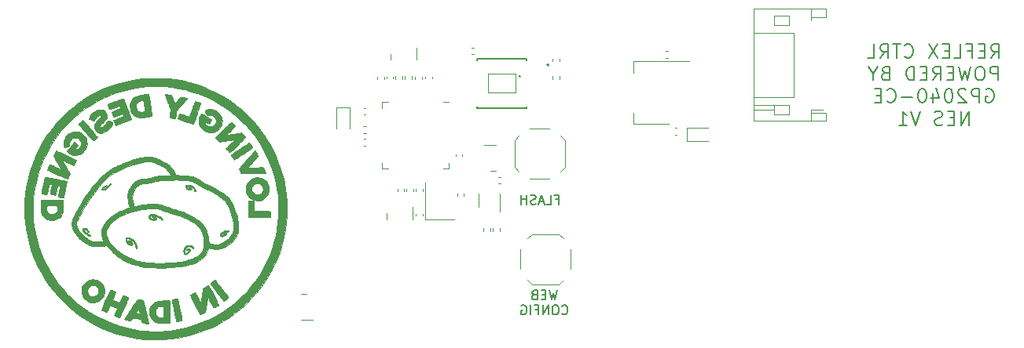
<source format=gbo>
G04 #@! TF.GenerationSoftware,KiCad,Pcbnew,7.0.9*
G04 #@! TF.CreationDate,2023-12-20T17:09:37-07:00*
G04 #@! TF.ProjectId,nes_controller_pcb,6e65735f-636f-46e7-9472-6f6c6c65725f,4a*
G04 #@! TF.SameCoordinates,Original*
G04 #@! TF.FileFunction,Legend,Bot*
G04 #@! TF.FilePolarity,Positive*
%FSLAX46Y46*%
G04 Gerber Fmt 4.6, Leading zero omitted, Abs format (unit mm)*
G04 Created by KiCad (PCBNEW 7.0.9) date 2023-12-20 17:09:37*
%MOMM*%
%LPD*%
G01*
G04 APERTURE LIST*
%ADD10C,0.150000*%
%ADD11C,0.200000*%
%ADD12C,0.120000*%
%ADD13C,0.010000*%
%ADD14C,0.127000*%
G04 APERTURE END LIST*
D10*
X159780951Y-135359819D02*
X159542856Y-136359819D01*
X159542856Y-136359819D02*
X159352380Y-135645533D01*
X159352380Y-135645533D02*
X159161904Y-136359819D01*
X159161904Y-136359819D02*
X158923809Y-135359819D01*
X158542856Y-135836009D02*
X158209523Y-135836009D01*
X158066666Y-136359819D02*
X158542856Y-136359819D01*
X158542856Y-136359819D02*
X158542856Y-135359819D01*
X158542856Y-135359819D02*
X158066666Y-135359819D01*
X157304761Y-135836009D02*
X157161904Y-135883628D01*
X157161904Y-135883628D02*
X157114285Y-135931247D01*
X157114285Y-135931247D02*
X157066666Y-136026485D01*
X157066666Y-136026485D02*
X157066666Y-136169342D01*
X157066666Y-136169342D02*
X157114285Y-136264580D01*
X157114285Y-136264580D02*
X157161904Y-136312200D01*
X157161904Y-136312200D02*
X157257142Y-136359819D01*
X157257142Y-136359819D02*
X157638094Y-136359819D01*
X157638094Y-136359819D02*
X157638094Y-135359819D01*
X157638094Y-135359819D02*
X157304761Y-135359819D01*
X157304761Y-135359819D02*
X157209523Y-135407438D01*
X157209523Y-135407438D02*
X157161904Y-135455057D01*
X157161904Y-135455057D02*
X157114285Y-135550295D01*
X157114285Y-135550295D02*
X157114285Y-135645533D01*
X157114285Y-135645533D02*
X157161904Y-135740771D01*
X157161904Y-135740771D02*
X157209523Y-135788390D01*
X157209523Y-135788390D02*
X157304761Y-135836009D01*
X157304761Y-135836009D02*
X157638094Y-135836009D01*
X160304761Y-137874580D02*
X160352380Y-137922200D01*
X160352380Y-137922200D02*
X160495237Y-137969819D01*
X160495237Y-137969819D02*
X160590475Y-137969819D01*
X160590475Y-137969819D02*
X160733332Y-137922200D01*
X160733332Y-137922200D02*
X160828570Y-137826961D01*
X160828570Y-137826961D02*
X160876189Y-137731723D01*
X160876189Y-137731723D02*
X160923808Y-137541247D01*
X160923808Y-137541247D02*
X160923808Y-137398390D01*
X160923808Y-137398390D02*
X160876189Y-137207914D01*
X160876189Y-137207914D02*
X160828570Y-137112676D01*
X160828570Y-137112676D02*
X160733332Y-137017438D01*
X160733332Y-137017438D02*
X160590475Y-136969819D01*
X160590475Y-136969819D02*
X160495237Y-136969819D01*
X160495237Y-136969819D02*
X160352380Y-137017438D01*
X160352380Y-137017438D02*
X160304761Y-137065057D01*
X159685713Y-136969819D02*
X159495237Y-136969819D01*
X159495237Y-136969819D02*
X159399999Y-137017438D01*
X159399999Y-137017438D02*
X159304761Y-137112676D01*
X159304761Y-137112676D02*
X159257142Y-137303152D01*
X159257142Y-137303152D02*
X159257142Y-137636485D01*
X159257142Y-137636485D02*
X159304761Y-137826961D01*
X159304761Y-137826961D02*
X159399999Y-137922200D01*
X159399999Y-137922200D02*
X159495237Y-137969819D01*
X159495237Y-137969819D02*
X159685713Y-137969819D01*
X159685713Y-137969819D02*
X159780951Y-137922200D01*
X159780951Y-137922200D02*
X159876189Y-137826961D01*
X159876189Y-137826961D02*
X159923808Y-137636485D01*
X159923808Y-137636485D02*
X159923808Y-137303152D01*
X159923808Y-137303152D02*
X159876189Y-137112676D01*
X159876189Y-137112676D02*
X159780951Y-137017438D01*
X159780951Y-137017438D02*
X159685713Y-136969819D01*
X158828570Y-137969819D02*
X158828570Y-136969819D01*
X158828570Y-136969819D02*
X158257142Y-137969819D01*
X158257142Y-137969819D02*
X158257142Y-136969819D01*
X157447618Y-137446009D02*
X157780951Y-137446009D01*
X157780951Y-137969819D02*
X157780951Y-136969819D01*
X157780951Y-136969819D02*
X157304761Y-136969819D01*
X156923808Y-137969819D02*
X156923808Y-136969819D01*
X155923809Y-137017438D02*
X156019047Y-136969819D01*
X156019047Y-136969819D02*
X156161904Y-136969819D01*
X156161904Y-136969819D02*
X156304761Y-137017438D01*
X156304761Y-137017438D02*
X156399999Y-137112676D01*
X156399999Y-137112676D02*
X156447618Y-137207914D01*
X156447618Y-137207914D02*
X156495237Y-137398390D01*
X156495237Y-137398390D02*
X156495237Y-137541247D01*
X156495237Y-137541247D02*
X156447618Y-137731723D01*
X156447618Y-137731723D02*
X156399999Y-137826961D01*
X156399999Y-137826961D02*
X156304761Y-137922200D01*
X156304761Y-137922200D02*
X156161904Y-137969819D01*
X156161904Y-137969819D02*
X156066666Y-137969819D01*
X156066666Y-137969819D02*
X155923809Y-137922200D01*
X155923809Y-137922200D02*
X155876190Y-137874580D01*
X155876190Y-137874580D02*
X155876190Y-137541247D01*
X155876190Y-137541247D02*
X156066666Y-137541247D01*
D11*
X206507142Y-110261028D02*
X207007142Y-109546742D01*
X207364285Y-110261028D02*
X207364285Y-108761028D01*
X207364285Y-108761028D02*
X206792856Y-108761028D01*
X206792856Y-108761028D02*
X206649999Y-108832457D01*
X206649999Y-108832457D02*
X206578570Y-108903885D01*
X206578570Y-108903885D02*
X206507142Y-109046742D01*
X206507142Y-109046742D02*
X206507142Y-109261028D01*
X206507142Y-109261028D02*
X206578570Y-109403885D01*
X206578570Y-109403885D02*
X206649999Y-109475314D01*
X206649999Y-109475314D02*
X206792856Y-109546742D01*
X206792856Y-109546742D02*
X207364285Y-109546742D01*
X205864285Y-109475314D02*
X205364285Y-109475314D01*
X205149999Y-110261028D02*
X205864285Y-110261028D01*
X205864285Y-110261028D02*
X205864285Y-108761028D01*
X205864285Y-108761028D02*
X205149999Y-108761028D01*
X204007142Y-109475314D02*
X204507142Y-109475314D01*
X204507142Y-110261028D02*
X204507142Y-108761028D01*
X204507142Y-108761028D02*
X203792856Y-108761028D01*
X202507142Y-110261028D02*
X203221428Y-110261028D01*
X203221428Y-110261028D02*
X203221428Y-108761028D01*
X202007142Y-109475314D02*
X201507142Y-109475314D01*
X201292856Y-110261028D02*
X202007142Y-110261028D01*
X202007142Y-110261028D02*
X202007142Y-108761028D01*
X202007142Y-108761028D02*
X201292856Y-108761028D01*
X200792856Y-108761028D02*
X199792856Y-110261028D01*
X199792856Y-108761028D02*
X200792856Y-110261028D01*
X197221428Y-110118171D02*
X197292856Y-110189600D01*
X197292856Y-110189600D02*
X197507142Y-110261028D01*
X197507142Y-110261028D02*
X197649999Y-110261028D01*
X197649999Y-110261028D02*
X197864285Y-110189600D01*
X197864285Y-110189600D02*
X198007142Y-110046742D01*
X198007142Y-110046742D02*
X198078571Y-109903885D01*
X198078571Y-109903885D02*
X198149999Y-109618171D01*
X198149999Y-109618171D02*
X198149999Y-109403885D01*
X198149999Y-109403885D02*
X198078571Y-109118171D01*
X198078571Y-109118171D02*
X198007142Y-108975314D01*
X198007142Y-108975314D02*
X197864285Y-108832457D01*
X197864285Y-108832457D02*
X197649999Y-108761028D01*
X197649999Y-108761028D02*
X197507142Y-108761028D01*
X197507142Y-108761028D02*
X197292856Y-108832457D01*
X197292856Y-108832457D02*
X197221428Y-108903885D01*
X196792856Y-108761028D02*
X195935714Y-108761028D01*
X196364285Y-110261028D02*
X196364285Y-108761028D01*
X194578571Y-110261028D02*
X195078571Y-109546742D01*
X195435714Y-110261028D02*
X195435714Y-108761028D01*
X195435714Y-108761028D02*
X194864285Y-108761028D01*
X194864285Y-108761028D02*
X194721428Y-108832457D01*
X194721428Y-108832457D02*
X194649999Y-108903885D01*
X194649999Y-108903885D02*
X194578571Y-109046742D01*
X194578571Y-109046742D02*
X194578571Y-109261028D01*
X194578571Y-109261028D02*
X194649999Y-109403885D01*
X194649999Y-109403885D02*
X194721428Y-109475314D01*
X194721428Y-109475314D02*
X194864285Y-109546742D01*
X194864285Y-109546742D02*
X195435714Y-109546742D01*
X193221428Y-110261028D02*
X193935714Y-110261028D01*
X193935714Y-110261028D02*
X193935714Y-108761028D01*
X207257143Y-112676028D02*
X207257143Y-111176028D01*
X207257143Y-111176028D02*
X206685714Y-111176028D01*
X206685714Y-111176028D02*
X206542857Y-111247457D01*
X206542857Y-111247457D02*
X206471428Y-111318885D01*
X206471428Y-111318885D02*
X206400000Y-111461742D01*
X206400000Y-111461742D02*
X206400000Y-111676028D01*
X206400000Y-111676028D02*
X206471428Y-111818885D01*
X206471428Y-111818885D02*
X206542857Y-111890314D01*
X206542857Y-111890314D02*
X206685714Y-111961742D01*
X206685714Y-111961742D02*
X207257143Y-111961742D01*
X205471428Y-111176028D02*
X205185714Y-111176028D01*
X205185714Y-111176028D02*
X205042857Y-111247457D01*
X205042857Y-111247457D02*
X204900000Y-111390314D01*
X204900000Y-111390314D02*
X204828571Y-111676028D01*
X204828571Y-111676028D02*
X204828571Y-112176028D01*
X204828571Y-112176028D02*
X204900000Y-112461742D01*
X204900000Y-112461742D02*
X205042857Y-112604600D01*
X205042857Y-112604600D02*
X205185714Y-112676028D01*
X205185714Y-112676028D02*
X205471428Y-112676028D01*
X205471428Y-112676028D02*
X205614286Y-112604600D01*
X205614286Y-112604600D02*
X205757143Y-112461742D01*
X205757143Y-112461742D02*
X205828571Y-112176028D01*
X205828571Y-112176028D02*
X205828571Y-111676028D01*
X205828571Y-111676028D02*
X205757143Y-111390314D01*
X205757143Y-111390314D02*
X205614286Y-111247457D01*
X205614286Y-111247457D02*
X205471428Y-111176028D01*
X204328571Y-111176028D02*
X203971428Y-112676028D01*
X203971428Y-112676028D02*
X203685714Y-111604600D01*
X203685714Y-111604600D02*
X203399999Y-112676028D01*
X203399999Y-112676028D02*
X203042857Y-111176028D01*
X202471428Y-111890314D02*
X201971428Y-111890314D01*
X201757142Y-112676028D02*
X202471428Y-112676028D01*
X202471428Y-112676028D02*
X202471428Y-111176028D01*
X202471428Y-111176028D02*
X201757142Y-111176028D01*
X200257142Y-112676028D02*
X200757142Y-111961742D01*
X201114285Y-112676028D02*
X201114285Y-111176028D01*
X201114285Y-111176028D02*
X200542856Y-111176028D01*
X200542856Y-111176028D02*
X200399999Y-111247457D01*
X200399999Y-111247457D02*
X200328570Y-111318885D01*
X200328570Y-111318885D02*
X200257142Y-111461742D01*
X200257142Y-111461742D02*
X200257142Y-111676028D01*
X200257142Y-111676028D02*
X200328570Y-111818885D01*
X200328570Y-111818885D02*
X200399999Y-111890314D01*
X200399999Y-111890314D02*
X200542856Y-111961742D01*
X200542856Y-111961742D02*
X201114285Y-111961742D01*
X199614285Y-111890314D02*
X199114285Y-111890314D01*
X198899999Y-112676028D02*
X199614285Y-112676028D01*
X199614285Y-112676028D02*
X199614285Y-111176028D01*
X199614285Y-111176028D02*
X198899999Y-111176028D01*
X198257142Y-112676028D02*
X198257142Y-111176028D01*
X198257142Y-111176028D02*
X197899999Y-111176028D01*
X197899999Y-111176028D02*
X197685713Y-111247457D01*
X197685713Y-111247457D02*
X197542856Y-111390314D01*
X197542856Y-111390314D02*
X197471427Y-111533171D01*
X197471427Y-111533171D02*
X197399999Y-111818885D01*
X197399999Y-111818885D02*
X197399999Y-112033171D01*
X197399999Y-112033171D02*
X197471427Y-112318885D01*
X197471427Y-112318885D02*
X197542856Y-112461742D01*
X197542856Y-112461742D02*
X197685713Y-112604600D01*
X197685713Y-112604600D02*
X197899999Y-112676028D01*
X197899999Y-112676028D02*
X198257142Y-112676028D01*
X195114285Y-111890314D02*
X194899999Y-111961742D01*
X194899999Y-111961742D02*
X194828570Y-112033171D01*
X194828570Y-112033171D02*
X194757142Y-112176028D01*
X194757142Y-112176028D02*
X194757142Y-112390314D01*
X194757142Y-112390314D02*
X194828570Y-112533171D01*
X194828570Y-112533171D02*
X194899999Y-112604600D01*
X194899999Y-112604600D02*
X195042856Y-112676028D01*
X195042856Y-112676028D02*
X195614285Y-112676028D01*
X195614285Y-112676028D02*
X195614285Y-111176028D01*
X195614285Y-111176028D02*
X195114285Y-111176028D01*
X195114285Y-111176028D02*
X194971428Y-111247457D01*
X194971428Y-111247457D02*
X194899999Y-111318885D01*
X194899999Y-111318885D02*
X194828570Y-111461742D01*
X194828570Y-111461742D02*
X194828570Y-111604600D01*
X194828570Y-111604600D02*
X194899999Y-111747457D01*
X194899999Y-111747457D02*
X194971428Y-111818885D01*
X194971428Y-111818885D02*
X195114285Y-111890314D01*
X195114285Y-111890314D02*
X195614285Y-111890314D01*
X193828570Y-111961742D02*
X193828570Y-112676028D01*
X194328570Y-111176028D02*
X193828570Y-111961742D01*
X193828570Y-111961742D02*
X193328570Y-111176028D01*
X205971427Y-113662457D02*
X206114285Y-113591028D01*
X206114285Y-113591028D02*
X206328570Y-113591028D01*
X206328570Y-113591028D02*
X206542856Y-113662457D01*
X206542856Y-113662457D02*
X206685713Y-113805314D01*
X206685713Y-113805314D02*
X206757142Y-113948171D01*
X206757142Y-113948171D02*
X206828570Y-114233885D01*
X206828570Y-114233885D02*
X206828570Y-114448171D01*
X206828570Y-114448171D02*
X206757142Y-114733885D01*
X206757142Y-114733885D02*
X206685713Y-114876742D01*
X206685713Y-114876742D02*
X206542856Y-115019600D01*
X206542856Y-115019600D02*
X206328570Y-115091028D01*
X206328570Y-115091028D02*
X206185713Y-115091028D01*
X206185713Y-115091028D02*
X205971427Y-115019600D01*
X205971427Y-115019600D02*
X205899999Y-114948171D01*
X205899999Y-114948171D02*
X205899999Y-114448171D01*
X205899999Y-114448171D02*
X206185713Y-114448171D01*
X205257142Y-115091028D02*
X205257142Y-113591028D01*
X205257142Y-113591028D02*
X204685713Y-113591028D01*
X204685713Y-113591028D02*
X204542856Y-113662457D01*
X204542856Y-113662457D02*
X204471427Y-113733885D01*
X204471427Y-113733885D02*
X204399999Y-113876742D01*
X204399999Y-113876742D02*
X204399999Y-114091028D01*
X204399999Y-114091028D02*
X204471427Y-114233885D01*
X204471427Y-114233885D02*
X204542856Y-114305314D01*
X204542856Y-114305314D02*
X204685713Y-114376742D01*
X204685713Y-114376742D02*
X205257142Y-114376742D01*
X203828570Y-113733885D02*
X203757142Y-113662457D01*
X203757142Y-113662457D02*
X203614285Y-113591028D01*
X203614285Y-113591028D02*
X203257142Y-113591028D01*
X203257142Y-113591028D02*
X203114285Y-113662457D01*
X203114285Y-113662457D02*
X203042856Y-113733885D01*
X203042856Y-113733885D02*
X202971427Y-113876742D01*
X202971427Y-113876742D02*
X202971427Y-114019600D01*
X202971427Y-114019600D02*
X203042856Y-114233885D01*
X203042856Y-114233885D02*
X203899999Y-115091028D01*
X203899999Y-115091028D02*
X202971427Y-115091028D01*
X202042856Y-113591028D02*
X201899999Y-113591028D01*
X201899999Y-113591028D02*
X201757142Y-113662457D01*
X201757142Y-113662457D02*
X201685714Y-113733885D01*
X201685714Y-113733885D02*
X201614285Y-113876742D01*
X201614285Y-113876742D02*
X201542856Y-114162457D01*
X201542856Y-114162457D02*
X201542856Y-114519600D01*
X201542856Y-114519600D02*
X201614285Y-114805314D01*
X201614285Y-114805314D02*
X201685714Y-114948171D01*
X201685714Y-114948171D02*
X201757142Y-115019600D01*
X201757142Y-115019600D02*
X201899999Y-115091028D01*
X201899999Y-115091028D02*
X202042856Y-115091028D01*
X202042856Y-115091028D02*
X202185714Y-115019600D01*
X202185714Y-115019600D02*
X202257142Y-114948171D01*
X202257142Y-114948171D02*
X202328571Y-114805314D01*
X202328571Y-114805314D02*
X202399999Y-114519600D01*
X202399999Y-114519600D02*
X202399999Y-114162457D01*
X202399999Y-114162457D02*
X202328571Y-113876742D01*
X202328571Y-113876742D02*
X202257142Y-113733885D01*
X202257142Y-113733885D02*
X202185714Y-113662457D01*
X202185714Y-113662457D02*
X202042856Y-113591028D01*
X200257143Y-114091028D02*
X200257143Y-115091028D01*
X200614285Y-113519600D02*
X200971428Y-114591028D01*
X200971428Y-114591028D02*
X200042857Y-114591028D01*
X199185714Y-113591028D02*
X199042857Y-113591028D01*
X199042857Y-113591028D02*
X198900000Y-113662457D01*
X198900000Y-113662457D02*
X198828572Y-113733885D01*
X198828572Y-113733885D02*
X198757143Y-113876742D01*
X198757143Y-113876742D02*
X198685714Y-114162457D01*
X198685714Y-114162457D02*
X198685714Y-114519600D01*
X198685714Y-114519600D02*
X198757143Y-114805314D01*
X198757143Y-114805314D02*
X198828572Y-114948171D01*
X198828572Y-114948171D02*
X198900000Y-115019600D01*
X198900000Y-115019600D02*
X199042857Y-115091028D01*
X199042857Y-115091028D02*
X199185714Y-115091028D01*
X199185714Y-115091028D02*
X199328572Y-115019600D01*
X199328572Y-115019600D02*
X199400000Y-114948171D01*
X199400000Y-114948171D02*
X199471429Y-114805314D01*
X199471429Y-114805314D02*
X199542857Y-114519600D01*
X199542857Y-114519600D02*
X199542857Y-114162457D01*
X199542857Y-114162457D02*
X199471429Y-113876742D01*
X199471429Y-113876742D02*
X199400000Y-113733885D01*
X199400000Y-113733885D02*
X199328572Y-113662457D01*
X199328572Y-113662457D02*
X199185714Y-113591028D01*
X198042858Y-114519600D02*
X196900001Y-114519600D01*
X195328572Y-114948171D02*
X195400000Y-115019600D01*
X195400000Y-115019600D02*
X195614286Y-115091028D01*
X195614286Y-115091028D02*
X195757143Y-115091028D01*
X195757143Y-115091028D02*
X195971429Y-115019600D01*
X195971429Y-115019600D02*
X196114286Y-114876742D01*
X196114286Y-114876742D02*
X196185715Y-114733885D01*
X196185715Y-114733885D02*
X196257143Y-114448171D01*
X196257143Y-114448171D02*
X196257143Y-114233885D01*
X196257143Y-114233885D02*
X196185715Y-113948171D01*
X196185715Y-113948171D02*
X196114286Y-113805314D01*
X196114286Y-113805314D02*
X195971429Y-113662457D01*
X195971429Y-113662457D02*
X195757143Y-113591028D01*
X195757143Y-113591028D02*
X195614286Y-113591028D01*
X195614286Y-113591028D02*
X195400000Y-113662457D01*
X195400000Y-113662457D02*
X195328572Y-113733885D01*
X194685715Y-114305314D02*
X194185715Y-114305314D01*
X193971429Y-115091028D02*
X194685715Y-115091028D01*
X194685715Y-115091028D02*
X194685715Y-113591028D01*
X194685715Y-113591028D02*
X193971429Y-113591028D01*
X204149999Y-117506028D02*
X204149999Y-116006028D01*
X204149999Y-116006028D02*
X203292856Y-117506028D01*
X203292856Y-117506028D02*
X203292856Y-116006028D01*
X202578570Y-116720314D02*
X202078570Y-116720314D01*
X201864284Y-117506028D02*
X202578570Y-117506028D01*
X202578570Y-117506028D02*
X202578570Y-116006028D01*
X202578570Y-116006028D02*
X201864284Y-116006028D01*
X201292855Y-117434600D02*
X201078570Y-117506028D01*
X201078570Y-117506028D02*
X200721427Y-117506028D01*
X200721427Y-117506028D02*
X200578570Y-117434600D01*
X200578570Y-117434600D02*
X200507141Y-117363171D01*
X200507141Y-117363171D02*
X200435712Y-117220314D01*
X200435712Y-117220314D02*
X200435712Y-117077457D01*
X200435712Y-117077457D02*
X200507141Y-116934600D01*
X200507141Y-116934600D02*
X200578570Y-116863171D01*
X200578570Y-116863171D02*
X200721427Y-116791742D01*
X200721427Y-116791742D02*
X201007141Y-116720314D01*
X201007141Y-116720314D02*
X201149998Y-116648885D01*
X201149998Y-116648885D02*
X201221427Y-116577457D01*
X201221427Y-116577457D02*
X201292855Y-116434600D01*
X201292855Y-116434600D02*
X201292855Y-116291742D01*
X201292855Y-116291742D02*
X201221427Y-116148885D01*
X201221427Y-116148885D02*
X201149998Y-116077457D01*
X201149998Y-116077457D02*
X201007141Y-116006028D01*
X201007141Y-116006028D02*
X200649998Y-116006028D01*
X200649998Y-116006028D02*
X200435712Y-116077457D01*
X198864284Y-116006028D02*
X198364284Y-117506028D01*
X198364284Y-117506028D02*
X197864284Y-116006028D01*
X196578570Y-117506028D02*
X197435713Y-117506028D01*
X197007142Y-117506028D02*
X197007142Y-116006028D01*
X197007142Y-116006028D02*
X197149999Y-116220314D01*
X197149999Y-116220314D02*
X197292856Y-116363171D01*
X197292856Y-116363171D02*
X197435713Y-116434600D01*
D10*
X159629887Y-125546009D02*
X159963220Y-125546009D01*
X159963220Y-126069819D02*
X159963220Y-125069819D01*
X159963220Y-125069819D02*
X159487030Y-125069819D01*
X158629887Y-126069819D02*
X159106077Y-126069819D01*
X159106077Y-126069819D02*
X159106077Y-125069819D01*
X158344172Y-125784104D02*
X157867982Y-125784104D01*
X158439410Y-126069819D02*
X158106077Y-125069819D01*
X158106077Y-125069819D02*
X157772744Y-126069819D01*
X157487029Y-126022200D02*
X157344172Y-126069819D01*
X157344172Y-126069819D02*
X157106077Y-126069819D01*
X157106077Y-126069819D02*
X157010839Y-126022200D01*
X157010839Y-126022200D02*
X156963220Y-125974580D01*
X156963220Y-125974580D02*
X156915601Y-125879342D01*
X156915601Y-125879342D02*
X156915601Y-125784104D01*
X156915601Y-125784104D02*
X156963220Y-125688866D01*
X156963220Y-125688866D02*
X157010839Y-125641247D01*
X157010839Y-125641247D02*
X157106077Y-125593628D01*
X157106077Y-125593628D02*
X157296553Y-125546009D01*
X157296553Y-125546009D02*
X157391791Y-125498390D01*
X157391791Y-125498390D02*
X157439410Y-125450771D01*
X157439410Y-125450771D02*
X157487029Y-125355533D01*
X157487029Y-125355533D02*
X157487029Y-125260295D01*
X157487029Y-125260295D02*
X157439410Y-125165057D01*
X157439410Y-125165057D02*
X157391791Y-125117438D01*
X157391791Y-125117438D02*
X157296553Y-125069819D01*
X157296553Y-125069819D02*
X157058458Y-125069819D01*
X157058458Y-125069819D02*
X156915601Y-125117438D01*
X156487029Y-126069819D02*
X156487029Y-125069819D01*
X156487029Y-125546009D02*
X155915601Y-125546009D01*
X155915601Y-126069819D02*
X155915601Y-125069819D01*
D12*
X174040000Y-110600000D02*
X168030000Y-110600000D01*
X171790000Y-117420000D02*
X168030000Y-117420000D01*
X168030000Y-117420000D02*
X168030000Y-116160000D01*
X168030000Y-110600000D02*
X168030000Y-111860000D01*
X139157836Y-119725000D02*
X138942164Y-119725000D01*
X139157836Y-119005000D02*
X138942164Y-119005000D01*
X150578845Y-109131286D02*
X150794517Y-109131286D01*
X150578845Y-109851286D02*
X150794517Y-109851286D01*
X133455000Y-138535664D02*
X132155000Y-138535664D01*
X132805000Y-135735664D02*
X132155000Y-135735664D01*
X145290000Y-124381359D02*
X145290000Y-124688641D01*
X144530000Y-124381359D02*
X144530000Y-124688641D01*
D13*
X111702327Y-123834611D02*
X111697462Y-123870330D01*
X111665288Y-123928402D01*
X111610699Y-124002053D01*
X111539066Y-124085630D01*
X111455757Y-124173485D01*
X111366141Y-124259964D01*
X111275590Y-124339419D01*
X111189471Y-124406197D01*
X111113156Y-124454648D01*
X111002730Y-124502260D01*
X110902320Y-124523753D01*
X110817824Y-124521040D01*
X110753532Y-124496900D01*
X110713734Y-124454111D01*
X110702722Y-124395451D01*
X110724785Y-124323700D01*
X110784216Y-124241635D01*
X110785722Y-124240009D01*
X110852517Y-124179711D01*
X110932608Y-124124529D01*
X111018101Y-124077798D01*
X111101104Y-124042855D01*
X111173722Y-124023037D01*
X111228062Y-124021680D01*
X111256232Y-124042120D01*
X111261474Y-124064592D01*
X111253495Y-124087912D01*
X111224742Y-124113193D01*
X111169230Y-124145480D01*
X111080974Y-124189816D01*
X111041288Y-124209907D01*
X110946159Y-124265481D01*
X110877475Y-124317418D01*
X110839642Y-124362001D01*
X110837069Y-124395515D01*
X110842841Y-124401475D01*
X110882773Y-124407718D01*
X110947480Y-124393295D01*
X111028489Y-124359788D01*
X111103681Y-124316115D01*
X111222141Y-124226775D01*
X111346276Y-124112104D01*
X111467845Y-123979242D01*
X111517718Y-123921858D01*
X111589175Y-123849539D01*
X111642399Y-123811733D01*
X111679434Y-123807177D01*
X111702327Y-123834611D01*
G36*
X111702327Y-123834611D02*
G01*
X111697462Y-123870330D01*
X111665288Y-123928402D01*
X111610699Y-124002053D01*
X111539066Y-124085630D01*
X111455757Y-124173485D01*
X111366141Y-124259964D01*
X111275590Y-124339419D01*
X111189471Y-124406197D01*
X111113156Y-124454648D01*
X111002730Y-124502260D01*
X110902320Y-124523753D01*
X110817824Y-124521040D01*
X110753532Y-124496900D01*
X110713734Y-124454111D01*
X110702722Y-124395451D01*
X110724785Y-124323700D01*
X110784216Y-124241635D01*
X110785722Y-124240009D01*
X110852517Y-124179711D01*
X110932608Y-124124529D01*
X111018101Y-124077798D01*
X111101104Y-124042855D01*
X111173722Y-124023037D01*
X111228062Y-124021680D01*
X111256232Y-124042120D01*
X111261474Y-124064592D01*
X111253495Y-124087912D01*
X111224742Y-124113193D01*
X111169230Y-124145480D01*
X111080974Y-124189816D01*
X111041288Y-124209907D01*
X110946159Y-124265481D01*
X110877475Y-124317418D01*
X110839642Y-124362001D01*
X110837069Y-124395515D01*
X110842841Y-124401475D01*
X110882773Y-124407718D01*
X110947480Y-124393295D01*
X111028489Y-124359788D01*
X111103681Y-124316115D01*
X111222141Y-124226775D01*
X111346276Y-124112104D01*
X111467845Y-123979242D01*
X111517718Y-123921858D01*
X111589175Y-123849539D01*
X111642399Y-123811733D01*
X111679434Y-123807177D01*
X111702327Y-123834611D01*
G37*
X108912567Y-128626746D02*
X109012532Y-128673984D01*
X109114037Y-128749989D01*
X109151589Y-128785637D01*
X109216525Y-128855609D01*
X109271776Y-128924942D01*
X109310180Y-128984301D01*
X109324572Y-129024352D01*
X109315573Y-129046160D01*
X109281604Y-129075177D01*
X109259104Y-129084447D01*
X109228476Y-129078551D01*
X109191645Y-129041870D01*
X109119626Y-128957022D01*
X109056307Y-128887372D01*
X109004900Y-128838680D01*
X108958174Y-128804176D01*
X108908897Y-128777087D01*
X108849000Y-128752908D01*
X108799633Y-128749448D01*
X108778225Y-128776670D01*
X108783502Y-128835162D01*
X108799633Y-128871198D01*
X108847815Y-128936754D01*
X108919402Y-129013948D01*
X109007266Y-129096220D01*
X109104279Y-129177010D01*
X109203312Y-129249761D01*
X109297238Y-129307912D01*
X109374520Y-129351673D01*
X109441718Y-129395801D01*
X109477388Y-129430739D01*
X109485622Y-129460792D01*
X109470513Y-129490270D01*
X109458523Y-129503300D01*
X109436152Y-129515571D01*
X109404385Y-129512617D01*
X109353981Y-129492729D01*
X109275701Y-129454195D01*
X109274226Y-129453444D01*
X109114596Y-129362070D01*
X108971325Y-129260400D01*
X108848268Y-129152692D01*
X108749280Y-129043206D01*
X108678215Y-128936200D01*
X108638929Y-128835934D01*
X108635276Y-128746666D01*
X108640116Y-128726239D01*
X108677919Y-128658021D01*
X108739661Y-128618726D01*
X108819744Y-128608314D01*
X108912567Y-128626746D01*
G36*
X108912567Y-128626746D02*
G01*
X109012532Y-128673984D01*
X109114037Y-128749989D01*
X109151589Y-128785637D01*
X109216525Y-128855609D01*
X109271776Y-128924942D01*
X109310180Y-128984301D01*
X109324572Y-129024352D01*
X109315573Y-129046160D01*
X109281604Y-129075177D01*
X109259104Y-129084447D01*
X109228476Y-129078551D01*
X109191645Y-129041870D01*
X109119626Y-128957022D01*
X109056307Y-128887372D01*
X109004900Y-128838680D01*
X108958174Y-128804176D01*
X108908897Y-128777087D01*
X108849000Y-128752908D01*
X108799633Y-128749448D01*
X108778225Y-128776670D01*
X108783502Y-128835162D01*
X108799633Y-128871198D01*
X108847815Y-128936754D01*
X108919402Y-129013948D01*
X109007266Y-129096220D01*
X109104279Y-129177010D01*
X109203312Y-129249761D01*
X109297238Y-129307912D01*
X109374520Y-129351673D01*
X109441718Y-129395801D01*
X109477388Y-129430739D01*
X109485622Y-129460792D01*
X109470513Y-129490270D01*
X109458523Y-129503300D01*
X109436152Y-129515571D01*
X109404385Y-129512617D01*
X109353981Y-129492729D01*
X109275701Y-129454195D01*
X109274226Y-129453444D01*
X109114596Y-129362070D01*
X108971325Y-129260400D01*
X108848268Y-129152692D01*
X108749280Y-129043206D01*
X108678215Y-128936200D01*
X108638929Y-128835934D01*
X108635276Y-128746666D01*
X108640116Y-128726239D01*
X108677919Y-128658021D01*
X108739661Y-128618726D01*
X108819744Y-128608314D01*
X108912567Y-128626746D01*
G37*
X126623857Y-119413131D02*
X126661483Y-119454107D01*
X126710656Y-119517277D01*
X126766053Y-119594683D01*
X126822350Y-119678369D01*
X126874225Y-119760379D01*
X126916353Y-119832758D01*
X126943412Y-119887549D01*
X126950078Y-119916796D01*
X126943172Y-119923888D01*
X126905274Y-119953557D01*
X126837299Y-120003245D01*
X126742487Y-120070690D01*
X126624075Y-120153628D01*
X126485301Y-120249799D01*
X126329404Y-120356940D01*
X126159622Y-120472789D01*
X125979193Y-120595083D01*
X125875484Y-120665002D01*
X125699686Y-120782836D01*
X125535581Y-120891981D01*
X125386497Y-120990272D01*
X125255761Y-121075544D01*
X125146700Y-121145635D01*
X125062640Y-121198378D01*
X125006910Y-121231612D01*
X124982836Y-121243171D01*
X124962790Y-121232704D01*
X124923210Y-121192607D01*
X124872989Y-121129932D01*
X124817384Y-121052657D01*
X124761653Y-120968764D01*
X124711052Y-120886234D01*
X124670837Y-120813048D01*
X124646266Y-120757185D01*
X124642596Y-120726627D01*
X124659105Y-120711570D01*
X124707618Y-120674810D01*
X124783963Y-120619793D01*
X124884223Y-120549163D01*
X125004480Y-120465564D01*
X125140819Y-120371641D01*
X125289322Y-120270037D01*
X125446071Y-120163396D01*
X125607151Y-120054363D01*
X125768644Y-119945581D01*
X125926633Y-119839695D01*
X126077201Y-119739349D01*
X126216431Y-119647186D01*
X126340407Y-119565852D01*
X126445210Y-119497988D01*
X126526925Y-119446241D01*
X126581634Y-119413254D01*
X126605421Y-119401671D01*
X126623857Y-119413131D01*
G36*
X126623857Y-119413131D02*
G01*
X126661483Y-119454107D01*
X126710656Y-119517277D01*
X126766053Y-119594683D01*
X126822350Y-119678369D01*
X126874225Y-119760379D01*
X126916353Y-119832758D01*
X126943412Y-119887549D01*
X126950078Y-119916796D01*
X126943172Y-119923888D01*
X126905274Y-119953557D01*
X126837299Y-120003245D01*
X126742487Y-120070690D01*
X126624075Y-120153628D01*
X126485301Y-120249799D01*
X126329404Y-120356940D01*
X126159622Y-120472789D01*
X125979193Y-120595083D01*
X125875484Y-120665002D01*
X125699686Y-120782836D01*
X125535581Y-120891981D01*
X125386497Y-120990272D01*
X125255761Y-121075544D01*
X125146700Y-121145635D01*
X125062640Y-121198378D01*
X125006910Y-121231612D01*
X124982836Y-121243171D01*
X124962790Y-121232704D01*
X124923210Y-121192607D01*
X124872989Y-121129932D01*
X124817384Y-121052657D01*
X124761653Y-120968764D01*
X124711052Y-120886234D01*
X124670837Y-120813048D01*
X124646266Y-120757185D01*
X124642596Y-120726627D01*
X124659105Y-120711570D01*
X124707618Y-120674810D01*
X124783963Y-120619793D01*
X124884223Y-120549163D01*
X125004480Y-120465564D01*
X125140819Y-120371641D01*
X125289322Y-120270037D01*
X125446071Y-120163396D01*
X125607151Y-120054363D01*
X125768644Y-119945581D01*
X125926633Y-119839695D01*
X126077201Y-119739349D01*
X126216431Y-119647186D01*
X126340407Y-119565852D01*
X126445210Y-119497988D01*
X126526925Y-119446241D01*
X126581634Y-119413254D01*
X126605421Y-119401671D01*
X126623857Y-119413131D01*
G37*
X108691212Y-117009230D02*
X108735346Y-117054113D01*
X108800796Y-117124130D01*
X108884464Y-117215736D01*
X108983255Y-117325390D01*
X109094070Y-117449549D01*
X109213815Y-117584671D01*
X109339393Y-117727213D01*
X109467706Y-117873632D01*
X109595660Y-118020386D01*
X109720156Y-118163933D01*
X109838099Y-118300729D01*
X109946393Y-118427233D01*
X110041940Y-118539902D01*
X110121645Y-118635193D01*
X110182411Y-118709564D01*
X110221141Y-118759472D01*
X110234739Y-118781374D01*
X110232168Y-118790684D01*
X110204187Y-118828751D01*
X110144713Y-118889372D01*
X110052880Y-118973394D01*
X109927822Y-119081666D01*
X109886929Y-119116014D01*
X109829071Y-119160985D01*
X109789944Y-119183037D01*
X109761513Y-119186026D01*
X109735742Y-119173805D01*
X109732826Y-119171126D01*
X109706494Y-119142786D01*
X109656037Y-119086479D01*
X109584141Y-119005267D01*
X109493495Y-118902210D01*
X109386786Y-118780370D01*
X109266704Y-118642806D01*
X109135935Y-118492581D01*
X108997167Y-118332754D01*
X108955552Y-118284766D01*
X108817762Y-118125923D01*
X108688153Y-117976580D01*
X108569518Y-117839951D01*
X108464647Y-117719249D01*
X108376334Y-117617685D01*
X108307370Y-117538473D01*
X108260547Y-117484827D01*
X108238658Y-117459957D01*
X108209828Y-117414313D01*
X108215233Y-117372244D01*
X108217947Y-117367287D01*
X108249175Y-117328932D01*
X108302873Y-117275546D01*
X108371446Y-117213441D01*
X108447297Y-117148929D01*
X108522832Y-117088320D01*
X108590455Y-117037927D01*
X108642571Y-117004062D01*
X108671584Y-116993034D01*
X108691212Y-117009230D01*
G36*
X108691212Y-117009230D02*
G01*
X108735346Y-117054113D01*
X108800796Y-117124130D01*
X108884464Y-117215736D01*
X108983255Y-117325390D01*
X109094070Y-117449549D01*
X109213815Y-117584671D01*
X109339393Y-117727213D01*
X109467706Y-117873632D01*
X109595660Y-118020386D01*
X109720156Y-118163933D01*
X109838099Y-118300729D01*
X109946393Y-118427233D01*
X110041940Y-118539902D01*
X110121645Y-118635193D01*
X110182411Y-118709564D01*
X110221141Y-118759472D01*
X110234739Y-118781374D01*
X110232168Y-118790684D01*
X110204187Y-118828751D01*
X110144713Y-118889372D01*
X110052880Y-118973394D01*
X109927822Y-119081666D01*
X109886929Y-119116014D01*
X109829071Y-119160985D01*
X109789944Y-119183037D01*
X109761513Y-119186026D01*
X109735742Y-119173805D01*
X109732826Y-119171126D01*
X109706494Y-119142786D01*
X109656037Y-119086479D01*
X109584141Y-119005267D01*
X109493495Y-118902210D01*
X109386786Y-118780370D01*
X109266704Y-118642806D01*
X109135935Y-118492581D01*
X108997167Y-118332754D01*
X108955552Y-118284766D01*
X108817762Y-118125923D01*
X108688153Y-117976580D01*
X108569518Y-117839951D01*
X108464647Y-117719249D01*
X108376334Y-117617685D01*
X108307370Y-117538473D01*
X108260547Y-117484827D01*
X108238658Y-117459957D01*
X108209828Y-117414313D01*
X108215233Y-117372244D01*
X108217947Y-117367287D01*
X108249175Y-117328932D01*
X108302873Y-117275546D01*
X108371446Y-117213441D01*
X108447297Y-117148929D01*
X108522832Y-117088320D01*
X108590455Y-117037927D01*
X108642571Y-117004062D01*
X108671584Y-116993034D01*
X108691212Y-117009230D01*
G37*
X118862967Y-136240310D02*
X118879905Y-136251841D01*
X118884291Y-136261453D01*
X118898192Y-136308859D01*
X118919104Y-136391691D01*
X118946146Y-136506053D01*
X118978439Y-136648052D01*
X119015103Y-136813791D01*
X119055258Y-136999376D01*
X119098025Y-137200912D01*
X119142524Y-137414504D01*
X119161169Y-137504912D01*
X119210069Y-137743276D01*
X119250823Y-137944332D01*
X119283972Y-138111126D01*
X119310056Y-138246705D01*
X119329615Y-138354114D01*
X119343190Y-138436400D01*
X119351321Y-138496608D01*
X119354549Y-138537785D01*
X119353413Y-138562977D01*
X119348456Y-138575231D01*
X119329201Y-138586322D01*
X119273943Y-138606548D01*
X119194515Y-138629662D01*
X119100964Y-138652524D01*
X119055708Y-138662503D01*
X118941618Y-138685920D01*
X118860103Y-138698827D01*
X118804929Y-138701697D01*
X118769860Y-138695001D01*
X118748662Y-138679212D01*
X118746019Y-138672975D01*
X118734372Y-138630698D01*
X118715590Y-138552595D01*
X118690536Y-138442603D01*
X118660075Y-138304657D01*
X118625070Y-138142696D01*
X118586384Y-137960656D01*
X118544881Y-137762474D01*
X118501425Y-137552087D01*
X118482005Y-137457476D01*
X118439789Y-137252183D01*
X118400351Y-137060895D01*
X118364507Y-136887535D01*
X118333071Y-136736029D01*
X118306859Y-136610300D01*
X118286685Y-136514272D01*
X118273366Y-136451871D01*
X118267715Y-136427020D01*
X118265575Y-136418836D01*
X118270049Y-136387500D01*
X118299522Y-136359751D01*
X118358265Y-136333549D01*
X118450551Y-136306854D01*
X118580652Y-136277628D01*
X118619332Y-136269666D01*
X118720924Y-136249773D01*
X118790627Y-136238660D01*
X118835591Y-136235711D01*
X118862967Y-136240310D01*
G36*
X118862967Y-136240310D02*
G01*
X118879905Y-136251841D01*
X118884291Y-136261453D01*
X118898192Y-136308859D01*
X118919104Y-136391691D01*
X118946146Y-136506053D01*
X118978439Y-136648052D01*
X119015103Y-136813791D01*
X119055258Y-136999376D01*
X119098025Y-137200912D01*
X119142524Y-137414504D01*
X119161169Y-137504912D01*
X119210069Y-137743276D01*
X119250823Y-137944332D01*
X119283972Y-138111126D01*
X119310056Y-138246705D01*
X119329615Y-138354114D01*
X119343190Y-138436400D01*
X119351321Y-138496608D01*
X119354549Y-138537785D01*
X119353413Y-138562977D01*
X119348456Y-138575231D01*
X119329201Y-138586322D01*
X119273943Y-138606548D01*
X119194515Y-138629662D01*
X119100964Y-138652524D01*
X119055708Y-138662503D01*
X118941618Y-138685920D01*
X118860103Y-138698827D01*
X118804929Y-138701697D01*
X118769860Y-138695001D01*
X118748662Y-138679212D01*
X118746019Y-138672975D01*
X118734372Y-138630698D01*
X118715590Y-138552595D01*
X118690536Y-138442603D01*
X118660075Y-138304657D01*
X118625070Y-138142696D01*
X118586384Y-137960656D01*
X118544881Y-137762474D01*
X118501425Y-137552087D01*
X118482005Y-137457476D01*
X118439789Y-137252183D01*
X118400351Y-137060895D01*
X118364507Y-136887535D01*
X118333071Y-136736029D01*
X118306859Y-136610300D01*
X118286685Y-136514272D01*
X118273366Y-136451871D01*
X118267715Y-136427020D01*
X118265575Y-136418836D01*
X118270049Y-136387500D01*
X118299522Y-136359751D01*
X118358265Y-136333549D01*
X118450551Y-136306854D01*
X118580652Y-136277628D01*
X118619332Y-136269666D01*
X118720924Y-136249773D01*
X118790627Y-136238660D01*
X118835591Y-136235711D01*
X118862967Y-136240310D01*
G37*
X122886540Y-134240525D02*
X122925300Y-134255703D01*
X122928048Y-134258438D01*
X122952466Y-134287761D01*
X122998707Y-134345695D01*
X123063842Y-134428443D01*
X123144948Y-134532211D01*
X123239096Y-134653200D01*
X123343362Y-134787616D01*
X123454818Y-134931661D01*
X123570539Y-135081540D01*
X123687598Y-135233456D01*
X123803070Y-135383613D01*
X123914028Y-135528215D01*
X124017545Y-135663464D01*
X124110696Y-135785566D01*
X124190555Y-135890723D01*
X124254195Y-135975139D01*
X124298690Y-136035018D01*
X124321114Y-136066564D01*
X124325822Y-136073869D01*
X124346829Y-136112917D01*
X124341883Y-136140217D01*
X124308656Y-136176264D01*
X124286182Y-136196683D01*
X124230837Y-136243226D01*
X124158087Y-136301907D01*
X124077739Y-136364724D01*
X124018634Y-136409299D01*
X123950864Y-136457956D01*
X123900452Y-136491249D01*
X123875324Y-136503732D01*
X123873925Y-136503730D01*
X123863427Y-136501153D01*
X123849424Y-136492337D01*
X123829900Y-136474790D01*
X123802837Y-136446021D01*
X123766216Y-136403540D01*
X123718020Y-136344856D01*
X123656231Y-136267478D01*
X123578831Y-136168914D01*
X123483803Y-136046674D01*
X123369128Y-135898267D01*
X123232790Y-135721202D01*
X123072769Y-135512988D01*
X122939785Y-135339571D01*
X122807370Y-135166022D01*
X122697770Y-135021122D01*
X122609195Y-134902367D01*
X122539855Y-134807255D01*
X122487960Y-134733280D01*
X122451719Y-134677939D01*
X122429342Y-134638729D01*
X122419039Y-134613145D01*
X122419020Y-134598684D01*
X122422357Y-134593305D01*
X122453192Y-134560785D01*
X122507377Y-134512570D01*
X122576986Y-134454840D01*
X122654096Y-134393777D01*
X122730782Y-134335563D01*
X122799121Y-134286379D01*
X122851186Y-134252407D01*
X122879055Y-134239828D01*
X122886540Y-134240525D01*
G36*
X122886540Y-134240525D02*
G01*
X122925300Y-134255703D01*
X122928048Y-134258438D01*
X122952466Y-134287761D01*
X122998707Y-134345695D01*
X123063842Y-134428443D01*
X123144948Y-134532211D01*
X123239096Y-134653200D01*
X123343362Y-134787616D01*
X123454818Y-134931661D01*
X123570539Y-135081540D01*
X123687598Y-135233456D01*
X123803070Y-135383613D01*
X123914028Y-135528215D01*
X124017545Y-135663464D01*
X124110696Y-135785566D01*
X124190555Y-135890723D01*
X124254195Y-135975139D01*
X124298690Y-136035018D01*
X124321114Y-136066564D01*
X124325822Y-136073869D01*
X124346829Y-136112917D01*
X124341883Y-136140217D01*
X124308656Y-136176264D01*
X124286182Y-136196683D01*
X124230837Y-136243226D01*
X124158087Y-136301907D01*
X124077739Y-136364724D01*
X124018634Y-136409299D01*
X123950864Y-136457956D01*
X123900452Y-136491249D01*
X123875324Y-136503732D01*
X123873925Y-136503730D01*
X123863427Y-136501153D01*
X123849424Y-136492337D01*
X123829900Y-136474790D01*
X123802837Y-136446021D01*
X123766216Y-136403540D01*
X123718020Y-136344856D01*
X123656231Y-136267478D01*
X123578831Y-136168914D01*
X123483803Y-136046674D01*
X123369128Y-135898267D01*
X123232790Y-135721202D01*
X123072769Y-135512988D01*
X122939785Y-135339571D01*
X122807370Y-135166022D01*
X122697770Y-135021122D01*
X122609195Y-134902367D01*
X122539855Y-134807255D01*
X122487960Y-134733280D01*
X122451719Y-134677939D01*
X122429342Y-134638729D01*
X122419039Y-134613145D01*
X122419020Y-134598684D01*
X122422357Y-134593305D01*
X122453192Y-134560785D01*
X122507377Y-134512570D01*
X122576986Y-134454840D01*
X122654096Y-134393777D01*
X122730782Y-134335563D01*
X122799121Y-134286379D01*
X122851186Y-134252407D01*
X122879055Y-134239828D01*
X122886540Y-134240525D01*
G37*
X120047484Y-123980237D02*
X120231671Y-124017170D01*
X120407081Y-124083011D01*
X120563644Y-124173618D01*
X120691288Y-124284853D01*
X120764959Y-124377922D01*
X120818383Y-124480383D01*
X120836316Y-124573265D01*
X120817328Y-124652395D01*
X120806343Y-124667368D01*
X120768073Y-124689623D01*
X120727588Y-124690208D01*
X120702641Y-124666879D01*
X120701235Y-124661946D01*
X120691704Y-124618753D01*
X120680823Y-124559145D01*
X120676357Y-124538465D01*
X120632030Y-124445155D01*
X120552410Y-124355444D01*
X120443233Y-124273801D01*
X120310230Y-124204693D01*
X120159134Y-124152587D01*
X120074139Y-124134325D01*
X119987694Y-124123974D01*
X119914340Y-124123015D01*
X119863452Y-124131537D01*
X119844406Y-124149627D01*
X119844531Y-124152315D01*
X119865151Y-124193113D01*
X119914634Y-124242227D01*
X119983713Y-124291841D01*
X120063123Y-124334138D01*
X120103142Y-124350383D01*
X120151621Y-124365150D01*
X120178542Y-124367438D01*
X120177616Y-124357222D01*
X120142552Y-124334474D01*
X120106729Y-124300846D01*
X120100478Y-124259268D01*
X120120932Y-124222474D01*
X120161739Y-124201406D01*
X120216549Y-124207004D01*
X120227175Y-124211923D01*
X120273660Y-124246702D01*
X120321361Y-124296857D01*
X120358568Y-124348816D01*
X120373572Y-124389007D01*
X120373210Y-124392947D01*
X120355348Y-124430351D01*
X120318880Y-124474787D01*
X120308521Y-124484893D01*
X120270805Y-124512798D01*
X120227846Y-124521980D01*
X120161578Y-124517327D01*
X120057574Y-124493370D01*
X119934313Y-124441454D01*
X119823702Y-124371375D01*
X119788943Y-124341035D01*
X119727122Y-124260486D01*
X119698652Y-124176161D01*
X119705141Y-124095421D01*
X119748194Y-124025625D01*
X119766679Y-124008620D01*
X119804238Y-123986538D01*
X119855320Y-123976221D01*
X119934247Y-123973671D01*
X120047484Y-123980237D01*
G36*
X120047484Y-123980237D02*
G01*
X120231671Y-124017170D01*
X120407081Y-124083011D01*
X120563644Y-124173618D01*
X120691288Y-124284853D01*
X120764959Y-124377922D01*
X120818383Y-124480383D01*
X120836316Y-124573265D01*
X120817328Y-124652395D01*
X120806343Y-124667368D01*
X120768073Y-124689623D01*
X120727588Y-124690208D01*
X120702641Y-124666879D01*
X120701235Y-124661946D01*
X120691704Y-124618753D01*
X120680823Y-124559145D01*
X120676357Y-124538465D01*
X120632030Y-124445155D01*
X120552410Y-124355444D01*
X120443233Y-124273801D01*
X120310230Y-124204693D01*
X120159134Y-124152587D01*
X120074139Y-124134325D01*
X119987694Y-124123974D01*
X119914340Y-124123015D01*
X119863452Y-124131537D01*
X119844406Y-124149627D01*
X119844531Y-124152315D01*
X119865151Y-124193113D01*
X119914634Y-124242227D01*
X119983713Y-124291841D01*
X120063123Y-124334138D01*
X120103142Y-124350383D01*
X120151621Y-124365150D01*
X120178542Y-124367438D01*
X120177616Y-124357222D01*
X120142552Y-124334474D01*
X120106729Y-124300846D01*
X120100478Y-124259268D01*
X120120932Y-124222474D01*
X120161739Y-124201406D01*
X120216549Y-124207004D01*
X120227175Y-124211923D01*
X120273660Y-124246702D01*
X120321361Y-124296857D01*
X120358568Y-124348816D01*
X120373572Y-124389007D01*
X120373210Y-124392947D01*
X120355348Y-124430351D01*
X120318880Y-124474787D01*
X120308521Y-124484893D01*
X120270805Y-124512798D01*
X120227846Y-124521980D01*
X120161578Y-124517327D01*
X120057574Y-124493370D01*
X119934313Y-124441454D01*
X119823702Y-124371375D01*
X119788943Y-124341035D01*
X119727122Y-124260486D01*
X119698652Y-124176161D01*
X119705141Y-124095421D01*
X119748194Y-124025625D01*
X119766679Y-124008620D01*
X119804238Y-123986538D01*
X119855320Y-123976221D01*
X119934247Y-123973671D01*
X120047484Y-123980237D01*
G37*
X126778378Y-125643833D02*
X126791851Y-125644065D01*
X126893796Y-125646674D01*
X126979242Y-125650310D01*
X127039578Y-125654523D01*
X127066194Y-125658865D01*
X127070415Y-125678299D01*
X127074624Y-125734979D01*
X127078203Y-125823105D01*
X127080977Y-125936973D01*
X127082769Y-126070876D01*
X127083406Y-126219110D01*
X127083406Y-126768718D01*
X127137700Y-126789361D01*
X127165210Y-126793769D01*
X127233194Y-126798353D01*
X127336293Y-126802307D01*
X127470639Y-126805539D01*
X127632362Y-126807959D01*
X127817594Y-126809478D01*
X128022467Y-126810004D01*
X128143930Y-126810097D01*
X128349106Y-126810846D01*
X128516196Y-126812411D01*
X128648000Y-126814876D01*
X128747316Y-126818325D01*
X128816945Y-126822841D01*
X128859686Y-126828506D01*
X128878339Y-126835404D01*
X128879848Y-126837259D01*
X128890346Y-126873560D01*
X128897911Y-126940762D01*
X128902514Y-127028788D01*
X128904125Y-127127559D01*
X128902716Y-127226996D01*
X128898256Y-127317020D01*
X128890716Y-127387554D01*
X128880067Y-127428519D01*
X128856395Y-127472751D01*
X127684891Y-127460584D01*
X127546444Y-127459053D01*
X127334740Y-127456340D01*
X127138037Y-127453371D01*
X126960238Y-127450229D01*
X126805249Y-127446999D01*
X126676975Y-127443764D01*
X126579318Y-127440610D01*
X126516185Y-127437620D01*
X126491480Y-127434878D01*
X126489040Y-127428728D01*
X126484327Y-127387122D01*
X126480254Y-127311173D01*
X126476828Y-127206312D01*
X126474057Y-127077968D01*
X126471949Y-126931569D01*
X126470512Y-126772547D01*
X126469752Y-126606329D01*
X126469678Y-126438345D01*
X126470297Y-126274026D01*
X126471617Y-126118799D01*
X126473646Y-125978096D01*
X126476390Y-125857344D01*
X126479859Y-125761974D01*
X126484059Y-125697415D01*
X126488998Y-125669097D01*
X126497810Y-125660616D01*
X126526512Y-125650772D01*
X126578660Y-125645059D01*
X126660525Y-125642929D01*
X126778378Y-125643833D01*
G36*
X126778378Y-125643833D02*
G01*
X126791851Y-125644065D01*
X126893796Y-125646674D01*
X126979242Y-125650310D01*
X127039578Y-125654523D01*
X127066194Y-125658865D01*
X127070415Y-125678299D01*
X127074624Y-125734979D01*
X127078203Y-125823105D01*
X127080977Y-125936973D01*
X127082769Y-126070876D01*
X127083406Y-126219110D01*
X127083406Y-126768718D01*
X127137700Y-126789361D01*
X127165210Y-126793769D01*
X127233194Y-126798353D01*
X127336293Y-126802307D01*
X127470639Y-126805539D01*
X127632362Y-126807959D01*
X127817594Y-126809478D01*
X128022467Y-126810004D01*
X128143930Y-126810097D01*
X128349106Y-126810846D01*
X128516196Y-126812411D01*
X128648000Y-126814876D01*
X128747316Y-126818325D01*
X128816945Y-126822841D01*
X128859686Y-126828506D01*
X128878339Y-126835404D01*
X128879848Y-126837259D01*
X128890346Y-126873560D01*
X128897911Y-126940762D01*
X128902514Y-127028788D01*
X128904125Y-127127559D01*
X128902716Y-127226996D01*
X128898256Y-127317020D01*
X128890716Y-127387554D01*
X128880067Y-127428519D01*
X128856395Y-127472751D01*
X127684891Y-127460584D01*
X127546444Y-127459053D01*
X127334740Y-127456340D01*
X127138037Y-127453371D01*
X126960238Y-127450229D01*
X126805249Y-127446999D01*
X126676975Y-127443764D01*
X126579318Y-127440610D01*
X126516185Y-127437620D01*
X126491480Y-127434878D01*
X126489040Y-127428728D01*
X126484327Y-127387122D01*
X126480254Y-127311173D01*
X126476828Y-127206312D01*
X126474057Y-127077968D01*
X126471949Y-126931569D01*
X126470512Y-126772547D01*
X126469752Y-126606329D01*
X126469678Y-126438345D01*
X126470297Y-126274026D01*
X126471617Y-126118799D01*
X126473646Y-125978096D01*
X126476390Y-125857344D01*
X126479859Y-125761974D01*
X126484059Y-125697415D01*
X126488998Y-125669097D01*
X126497810Y-125660616D01*
X126526512Y-125650772D01*
X126578660Y-125645059D01*
X126660525Y-125642929D01*
X126778378Y-125643833D01*
G37*
X116222049Y-127133019D02*
X116376328Y-127156261D01*
X116540228Y-127198857D01*
X116705096Y-127257288D01*
X116862279Y-127328033D01*
X117003124Y-127407576D01*
X117118978Y-127492396D01*
X117201189Y-127578974D01*
X117227703Y-127620101D01*
X117256222Y-127687505D01*
X117259360Y-127740126D01*
X117235614Y-127769652D01*
X117208126Y-127778115D01*
X117175586Y-127773669D01*
X117141703Y-127744515D01*
X117096641Y-127684633D01*
X117093352Y-127680026D01*
X117017574Y-127602105D01*
X116909007Y-127525366D01*
X116776588Y-127453289D01*
X116629254Y-127389354D01*
X116475943Y-127337042D01*
X116325591Y-127299832D01*
X116187136Y-127281206D01*
X116069515Y-127284644D01*
X116054813Y-127287223D01*
X115974894Y-127312621D01*
X115912301Y-127349828D01*
X115892107Y-127369422D01*
X115871241Y-127408058D01*
X115882946Y-127446028D01*
X115929752Y-127488021D01*
X116014187Y-127538724D01*
X116051526Y-127557987D01*
X116121085Y-127585339D01*
X116197407Y-127600786D01*
X116298218Y-127608694D01*
X116468322Y-127616694D01*
X116420048Y-127574555D01*
X116391794Y-127556258D01*
X116326581Y-127528687D01*
X116250714Y-127507611D01*
X116167286Y-127490145D01*
X116115267Y-127476947D01*
X116088349Y-127464590D01*
X116078263Y-127449248D01*
X116076739Y-127427093D01*
X116088803Y-127383448D01*
X116132393Y-127353124D01*
X116203974Y-127346575D01*
X116299554Y-127364053D01*
X116415142Y-127405810D01*
X116457098Y-127425316D01*
X116542373Y-127479263D01*
X116590673Y-127538698D01*
X116605906Y-127607755D01*
X116604166Y-127637300D01*
X116585420Y-127682679D01*
X116537114Y-127721751D01*
X116524755Y-127728745D01*
X116441351Y-127754170D01*
X116333317Y-127762272D01*
X116212072Y-127753711D01*
X116089036Y-127729150D01*
X115975628Y-127689248D01*
X115878822Y-127636705D01*
X115792634Y-127568430D01*
X115736779Y-127496357D01*
X115716906Y-127426231D01*
X115734946Y-127343910D01*
X115788874Y-127265465D01*
X115872180Y-127200536D01*
X115978298Y-127154167D01*
X116100661Y-127131403D01*
X116222049Y-127133019D01*
G36*
X116222049Y-127133019D02*
G01*
X116376328Y-127156261D01*
X116540228Y-127198857D01*
X116705096Y-127257288D01*
X116862279Y-127328033D01*
X117003124Y-127407576D01*
X117118978Y-127492396D01*
X117201189Y-127578974D01*
X117227703Y-127620101D01*
X117256222Y-127687505D01*
X117259360Y-127740126D01*
X117235614Y-127769652D01*
X117208126Y-127778115D01*
X117175586Y-127773669D01*
X117141703Y-127744515D01*
X117096641Y-127684633D01*
X117093352Y-127680026D01*
X117017574Y-127602105D01*
X116909007Y-127525366D01*
X116776588Y-127453289D01*
X116629254Y-127389354D01*
X116475943Y-127337042D01*
X116325591Y-127299832D01*
X116187136Y-127281206D01*
X116069515Y-127284644D01*
X116054813Y-127287223D01*
X115974894Y-127312621D01*
X115912301Y-127349828D01*
X115892107Y-127369422D01*
X115871241Y-127408058D01*
X115882946Y-127446028D01*
X115929752Y-127488021D01*
X116014187Y-127538724D01*
X116051526Y-127557987D01*
X116121085Y-127585339D01*
X116197407Y-127600786D01*
X116298218Y-127608694D01*
X116468322Y-127616694D01*
X116420048Y-127574555D01*
X116391794Y-127556258D01*
X116326581Y-127528687D01*
X116250714Y-127507611D01*
X116167286Y-127490145D01*
X116115267Y-127476947D01*
X116088349Y-127464590D01*
X116078263Y-127449248D01*
X116076739Y-127427093D01*
X116088803Y-127383448D01*
X116132393Y-127353124D01*
X116203974Y-127346575D01*
X116299554Y-127364053D01*
X116415142Y-127405810D01*
X116457098Y-127425316D01*
X116542373Y-127479263D01*
X116590673Y-127538698D01*
X116605906Y-127607755D01*
X116604166Y-127637300D01*
X116585420Y-127682679D01*
X116537114Y-127721751D01*
X116524755Y-127728745D01*
X116441351Y-127754170D01*
X116333317Y-127762272D01*
X116212072Y-127753711D01*
X116089036Y-127729150D01*
X115975628Y-127689248D01*
X115878822Y-127636705D01*
X115792634Y-127568430D01*
X115736779Y-127496357D01*
X115716906Y-127426231D01*
X115734946Y-127343910D01*
X115788874Y-127265465D01*
X115872180Y-127200536D01*
X115978298Y-127154167D01*
X116100661Y-127131403D01*
X116222049Y-127133019D01*
G37*
X128734406Y-124407168D02*
X128728387Y-124519249D01*
X128703154Y-124679882D01*
X128661941Y-124834705D01*
X128608769Y-124965831D01*
X128584841Y-125010211D01*
X128463453Y-125185582D01*
X128312440Y-125341466D01*
X128139090Y-125472152D01*
X127950693Y-125571929D01*
X127754539Y-125635086D01*
X127626382Y-125656011D01*
X127405315Y-125660522D01*
X127190230Y-125626807D01*
X126985566Y-125557468D01*
X126795761Y-125455105D01*
X126625252Y-125322318D01*
X126478477Y-125161708D01*
X126359872Y-124975876D01*
X126273877Y-124767421D01*
X126238901Y-124609228D01*
X126227101Y-124428754D01*
X126862357Y-124428754D01*
X126865469Y-124512827D01*
X126879898Y-124594402D01*
X126909232Y-124665687D01*
X126969346Y-124757234D01*
X127078295Y-124867101D01*
X127206755Y-124948707D01*
X127251907Y-124966285D01*
X127349390Y-124990012D01*
X127456407Y-125003371D01*
X127556632Y-125004693D01*
X127633739Y-124992311D01*
X127682843Y-124974274D01*
X127826745Y-124895999D01*
X127943417Y-124791995D01*
X128029839Y-124667494D01*
X128082989Y-124527733D01*
X128099849Y-124377945D01*
X128077399Y-124223366D01*
X128041214Y-124138083D01*
X127968478Y-124035477D01*
X127873688Y-123943986D01*
X127767235Y-123875275D01*
X127707349Y-123849914D01*
X127559575Y-123816262D01*
X127407878Y-123817100D01*
X127261162Y-123850822D01*
X127128334Y-123915820D01*
X127018298Y-124010485D01*
X127015786Y-124013359D01*
X126928056Y-124138853D01*
X126878138Y-124274033D01*
X126862357Y-124428754D01*
X126227101Y-124428754D01*
X126226064Y-124412888D01*
X126241769Y-124213703D01*
X126285778Y-124026587D01*
X126340566Y-123887964D01*
X126450416Y-123696485D01*
X126588626Y-123529754D01*
X126750775Y-123390271D01*
X126932444Y-123280538D01*
X127129212Y-123203055D01*
X127336658Y-123160323D01*
X127550364Y-123154844D01*
X127765907Y-123189119D01*
X127881417Y-123223865D01*
X128092044Y-123317562D01*
X128277435Y-123441850D01*
X128434977Y-123593445D01*
X128562058Y-123769060D01*
X128656065Y-123965410D01*
X128714385Y-124179208D01*
X128731840Y-124377945D01*
X128734406Y-124407168D01*
G36*
X128734406Y-124407168D02*
G01*
X128728387Y-124519249D01*
X128703154Y-124679882D01*
X128661941Y-124834705D01*
X128608769Y-124965831D01*
X128584841Y-125010211D01*
X128463453Y-125185582D01*
X128312440Y-125341466D01*
X128139090Y-125472152D01*
X127950693Y-125571929D01*
X127754539Y-125635086D01*
X127626382Y-125656011D01*
X127405315Y-125660522D01*
X127190230Y-125626807D01*
X126985566Y-125557468D01*
X126795761Y-125455105D01*
X126625252Y-125322318D01*
X126478477Y-125161708D01*
X126359872Y-124975876D01*
X126273877Y-124767421D01*
X126238901Y-124609228D01*
X126227101Y-124428754D01*
X126862357Y-124428754D01*
X126865469Y-124512827D01*
X126879898Y-124594402D01*
X126909232Y-124665687D01*
X126969346Y-124757234D01*
X127078295Y-124867101D01*
X127206755Y-124948707D01*
X127251907Y-124966285D01*
X127349390Y-124990012D01*
X127456407Y-125003371D01*
X127556632Y-125004693D01*
X127633739Y-124992311D01*
X127682843Y-124974274D01*
X127826745Y-124895999D01*
X127943417Y-124791995D01*
X128029839Y-124667494D01*
X128082989Y-124527733D01*
X128099849Y-124377945D01*
X128077399Y-124223366D01*
X128041214Y-124138083D01*
X127968478Y-124035477D01*
X127873688Y-123943986D01*
X127767235Y-123875275D01*
X127707349Y-123849914D01*
X127559575Y-123816262D01*
X127407878Y-123817100D01*
X127261162Y-123850822D01*
X127128334Y-123915820D01*
X127018298Y-124010485D01*
X127015786Y-124013359D01*
X126928056Y-124138853D01*
X126878138Y-124274033D01*
X126862357Y-124428754D01*
X126227101Y-124428754D01*
X126226064Y-124412888D01*
X126241769Y-124213703D01*
X126285778Y-124026587D01*
X126340566Y-123887964D01*
X126450416Y-123696485D01*
X126588626Y-123529754D01*
X126750775Y-123390271D01*
X126932444Y-123280538D01*
X127129212Y-123203055D01*
X127336658Y-123160323D01*
X127550364Y-123154844D01*
X127765907Y-123189119D01*
X127881417Y-123223865D01*
X128092044Y-123317562D01*
X128277435Y-123441850D01*
X128434977Y-123593445D01*
X128562058Y-123769060D01*
X128656065Y-123965410D01*
X128714385Y-124179208D01*
X128731840Y-124377945D01*
X128734406Y-124407168D01*
G37*
X124045547Y-129104590D02*
X124100866Y-129159110D01*
X124119399Y-129231576D01*
X124117088Y-129243042D01*
X124105642Y-129299854D01*
X124058500Y-129367309D01*
X123974953Y-129429308D01*
X123852038Y-129488700D01*
X123815869Y-129502529D01*
X123697845Y-129532298D01*
X123595153Y-129535173D01*
X123512449Y-129513066D01*
X123454391Y-129467886D01*
X123425637Y-129401543D01*
X123427743Y-129366917D01*
X123569739Y-129366917D01*
X123575409Y-129380407D01*
X123610941Y-129391145D01*
X123672182Y-129385435D01*
X123751087Y-129364402D01*
X123839614Y-129329171D01*
X123841462Y-129328314D01*
X123907244Y-129294348D01*
X123954069Y-129263748D01*
X123971906Y-129243042D01*
X123958765Y-129233301D01*
X123918024Y-129253440D01*
X123871572Y-129273913D01*
X123822774Y-129275614D01*
X123799224Y-129261230D01*
X123782275Y-129220535D01*
X123792206Y-129171536D01*
X123828449Y-129128954D01*
X123853813Y-129105731D01*
X123848837Y-129096004D01*
X123831093Y-129103638D01*
X123788713Y-129135274D01*
X123733868Y-129183448D01*
X123675554Y-129239430D01*
X123622764Y-129294490D01*
X123584495Y-129339896D01*
X123569739Y-129366917D01*
X123427743Y-129366917D01*
X123430843Y-129315949D01*
X123435461Y-129302051D01*
X123472357Y-129240280D01*
X123534025Y-129167614D01*
X123611571Y-129092843D01*
X123620785Y-129085421D01*
X123887239Y-129085421D01*
X123897822Y-129096004D01*
X123908406Y-129085421D01*
X123897822Y-129074837D01*
X123887239Y-129085421D01*
X123620785Y-129085421D01*
X123696102Y-129024755D01*
X123778726Y-128972140D01*
X123786473Y-128968077D01*
X123887557Y-128924864D01*
X123995719Y-128893579D01*
X124103177Y-128874726D01*
X124202154Y-128868811D01*
X124284867Y-128876338D01*
X124343537Y-128897812D01*
X124370385Y-128933739D01*
X124371969Y-128944756D01*
X124359861Y-128994465D01*
X124315699Y-129021178D01*
X124244401Y-129021469D01*
X124205359Y-129018306D01*
X124124874Y-129021667D01*
X124041653Y-129033981D01*
X123977460Y-129048332D01*
X123947238Y-129058447D01*
X123949459Y-129066867D01*
X123979472Y-129076791D01*
X123999985Y-129085421D01*
X124045547Y-129104590D01*
G36*
X124045547Y-129104590D02*
G01*
X124100866Y-129159110D01*
X124119399Y-129231576D01*
X124117088Y-129243042D01*
X124105642Y-129299854D01*
X124058500Y-129367309D01*
X123974953Y-129429308D01*
X123852038Y-129488700D01*
X123815869Y-129502529D01*
X123697845Y-129532298D01*
X123595153Y-129535173D01*
X123512449Y-129513066D01*
X123454391Y-129467886D01*
X123425637Y-129401543D01*
X123427743Y-129366917D01*
X123569739Y-129366917D01*
X123575409Y-129380407D01*
X123610941Y-129391145D01*
X123672182Y-129385435D01*
X123751087Y-129364402D01*
X123839614Y-129329171D01*
X123841462Y-129328314D01*
X123907244Y-129294348D01*
X123954069Y-129263748D01*
X123971906Y-129243042D01*
X123958765Y-129233301D01*
X123918024Y-129253440D01*
X123871572Y-129273913D01*
X123822774Y-129275614D01*
X123799224Y-129261230D01*
X123782275Y-129220535D01*
X123792206Y-129171536D01*
X123828449Y-129128954D01*
X123853813Y-129105731D01*
X123848837Y-129096004D01*
X123831093Y-129103638D01*
X123788713Y-129135274D01*
X123733868Y-129183448D01*
X123675554Y-129239430D01*
X123622764Y-129294490D01*
X123584495Y-129339896D01*
X123569739Y-129366917D01*
X123427743Y-129366917D01*
X123430843Y-129315949D01*
X123435461Y-129302051D01*
X123472357Y-129240280D01*
X123534025Y-129167614D01*
X123611571Y-129092843D01*
X123620785Y-129085421D01*
X123887239Y-129085421D01*
X123897822Y-129096004D01*
X123908406Y-129085421D01*
X123897822Y-129074837D01*
X123887239Y-129085421D01*
X123620785Y-129085421D01*
X123696102Y-129024755D01*
X123778726Y-128972140D01*
X123786473Y-128968077D01*
X123887557Y-128924864D01*
X123995719Y-128893579D01*
X124103177Y-128874726D01*
X124202154Y-128868811D01*
X124284867Y-128876338D01*
X124343537Y-128897812D01*
X124370385Y-128933739D01*
X124371969Y-128944756D01*
X124359861Y-128994465D01*
X124315699Y-129021178D01*
X124244401Y-129021469D01*
X124205359Y-129018306D01*
X124124874Y-129021667D01*
X124041653Y-129033981D01*
X123977460Y-129048332D01*
X123947238Y-129058447D01*
X123949459Y-129066867D01*
X123979472Y-129076791D01*
X123999985Y-129085421D01*
X124045547Y-129104590D01*
G37*
X120263349Y-130481153D02*
X120393176Y-130536703D01*
X120515783Y-130630540D01*
X120582370Y-130702698D01*
X120620998Y-130767425D01*
X120622275Y-130816731D01*
X120586667Y-130852073D01*
X120567107Y-130859037D01*
X120539226Y-130853093D01*
X120501835Y-130824749D01*
X120446244Y-130768855D01*
X120391417Y-130717122D01*
X120326390Y-130667752D01*
X120273240Y-130639493D01*
X120272022Y-130639094D01*
X120176143Y-130622209D01*
X120068771Y-130625094D01*
X119967052Y-130645834D01*
X119888130Y-130682514D01*
X119879003Y-130689249D01*
X119811029Y-130755641D01*
X119754129Y-130838666D01*
X119709537Y-130931646D01*
X119678485Y-131027903D01*
X119662208Y-131120758D01*
X119661938Y-131203535D01*
X119678911Y-131269556D01*
X119714358Y-131312141D01*
X119769515Y-131324615D01*
X119808408Y-131315321D01*
X119878965Y-131276900D01*
X119950960Y-131218096D01*
X120014560Y-131148722D01*
X120059930Y-131078591D01*
X120077239Y-131017517D01*
X120075825Y-131001228D01*
X120063348Y-130986878D01*
X120029415Y-130984246D01*
X119963877Y-130990955D01*
X119934531Y-130994384D01*
X119879578Y-130997156D01*
X119850546Y-130988870D01*
X119836052Y-130967432D01*
X119833891Y-130930853D01*
X119863617Y-130888083D01*
X119923898Y-130855120D01*
X120008095Y-130836996D01*
X120010439Y-130836773D01*
X120079336Y-130834411D01*
X120126821Y-130846825D01*
X120172166Y-130878940D01*
X120189250Y-130894604D01*
X120222682Y-130943990D01*
X120229613Y-131008050D01*
X120219069Y-131073747D01*
X120174008Y-131179373D01*
X120100481Y-131281614D01*
X120005811Y-131370994D01*
X119897322Y-131438035D01*
X119851380Y-131458183D01*
X119769770Y-131482778D01*
X119701899Y-131482095D01*
X119634669Y-131457085D01*
X119602926Y-131435941D01*
X119553799Y-131369911D01*
X119526247Y-131271674D01*
X119519313Y-131138587D01*
X119519462Y-131132312D01*
X119540656Y-130966398D01*
X119591606Y-130819920D01*
X119667690Y-130695233D01*
X119764286Y-130594695D01*
X119876771Y-130520661D01*
X120000525Y-130475489D01*
X120130925Y-130461534D01*
X120263349Y-130481153D01*
G36*
X120263349Y-130481153D02*
G01*
X120393176Y-130536703D01*
X120515783Y-130630540D01*
X120582370Y-130702698D01*
X120620998Y-130767425D01*
X120622275Y-130816731D01*
X120586667Y-130852073D01*
X120567107Y-130859037D01*
X120539226Y-130853093D01*
X120501835Y-130824749D01*
X120446244Y-130768855D01*
X120391417Y-130717122D01*
X120326390Y-130667752D01*
X120273240Y-130639493D01*
X120272022Y-130639094D01*
X120176143Y-130622209D01*
X120068771Y-130625094D01*
X119967052Y-130645834D01*
X119888130Y-130682514D01*
X119879003Y-130689249D01*
X119811029Y-130755641D01*
X119754129Y-130838666D01*
X119709537Y-130931646D01*
X119678485Y-131027903D01*
X119662208Y-131120758D01*
X119661938Y-131203535D01*
X119678911Y-131269556D01*
X119714358Y-131312141D01*
X119769515Y-131324615D01*
X119808408Y-131315321D01*
X119878965Y-131276900D01*
X119950960Y-131218096D01*
X120014560Y-131148722D01*
X120059930Y-131078591D01*
X120077239Y-131017517D01*
X120075825Y-131001228D01*
X120063348Y-130986878D01*
X120029415Y-130984246D01*
X119963877Y-130990955D01*
X119934531Y-130994384D01*
X119879578Y-130997156D01*
X119850546Y-130988870D01*
X119836052Y-130967432D01*
X119833891Y-130930853D01*
X119863617Y-130888083D01*
X119923898Y-130855120D01*
X120008095Y-130836996D01*
X120010439Y-130836773D01*
X120079336Y-130834411D01*
X120126821Y-130846825D01*
X120172166Y-130878940D01*
X120189250Y-130894604D01*
X120222682Y-130943990D01*
X120229613Y-131008050D01*
X120219069Y-131073747D01*
X120174008Y-131179373D01*
X120100481Y-131281614D01*
X120005811Y-131370994D01*
X119897322Y-131438035D01*
X119851380Y-131458183D01*
X119769770Y-131482778D01*
X119701899Y-131482095D01*
X119634669Y-131457085D01*
X119602926Y-131435941D01*
X119553799Y-131369911D01*
X119526247Y-131271674D01*
X119519313Y-131138587D01*
X119519462Y-131132312D01*
X119540656Y-130966398D01*
X119591606Y-130819920D01*
X119667690Y-130695233D01*
X119764286Y-130594695D01*
X119876771Y-130520661D01*
X120000525Y-130475489D01*
X120130925Y-130461534D01*
X120263349Y-130481153D01*
G37*
X113563408Y-129617226D02*
X113694858Y-129650716D01*
X113843656Y-129716440D01*
X113899008Y-129749686D01*
X114005590Y-129830178D01*
X114117096Y-129930942D01*
X114223185Y-130041622D01*
X114313518Y-130151864D01*
X114377754Y-130251311D01*
X114390824Y-130277096D01*
X114434751Y-130379580D01*
X114470681Y-130487384D01*
X114496708Y-130591738D01*
X114510924Y-130683871D01*
X114511422Y-130755012D01*
X114496295Y-130796393D01*
X114477493Y-130804989D01*
X114433198Y-130810504D01*
X114397920Y-130802077D01*
X114375036Y-130762879D01*
X114354103Y-130657913D01*
X114331116Y-130556496D01*
X114308495Y-130477079D01*
X114283019Y-130408643D01*
X114251468Y-130340167D01*
X114235828Y-130310439D01*
X114162668Y-130200448D01*
X114069852Y-130093221D01*
X113963674Y-129993305D01*
X113850424Y-129905250D01*
X113736395Y-129833603D01*
X113627878Y-129782914D01*
X113531165Y-129757731D01*
X113452548Y-129762603D01*
X113424969Y-129782027D01*
X113410380Y-129833302D01*
X113422395Y-129908508D01*
X113460840Y-130002587D01*
X113509938Y-130084577D01*
X113617710Y-130201887D01*
X113757781Y-130292628D01*
X113819446Y-130320147D01*
X113862982Y-130330387D01*
X113875125Y-130317902D01*
X113856942Y-130284508D01*
X113809501Y-130232020D01*
X113733867Y-130162255D01*
X113631109Y-130077028D01*
X113616229Y-130065019D01*
X113574819Y-130026583D01*
X113561599Y-129998705D01*
X113570758Y-129971195D01*
X113578846Y-129958858D01*
X113608860Y-129933227D01*
X113648579Y-129932951D01*
X113704892Y-129959406D01*
X113784690Y-130013971D01*
X113880162Y-130090258D01*
X113971620Y-130184426D01*
X114022008Y-130270052D01*
X114031490Y-130347438D01*
X114000225Y-130416886D01*
X113981953Y-130438787D01*
X113951130Y-130462755D01*
X113909967Y-130470589D01*
X113842683Y-130467344D01*
X113750978Y-130449257D01*
X113624529Y-130392502D01*
X113505604Y-130304516D01*
X113402102Y-130191481D01*
X113321923Y-130059584D01*
X113293330Y-129991693D01*
X113262825Y-129869843D01*
X113266201Y-129769352D01*
X113300703Y-129692032D01*
X113363575Y-129639697D01*
X113452062Y-129614157D01*
X113563408Y-129617226D01*
G36*
X113563408Y-129617226D02*
G01*
X113694858Y-129650716D01*
X113843656Y-129716440D01*
X113899008Y-129749686D01*
X114005590Y-129830178D01*
X114117096Y-129930942D01*
X114223185Y-130041622D01*
X114313518Y-130151864D01*
X114377754Y-130251311D01*
X114390824Y-130277096D01*
X114434751Y-130379580D01*
X114470681Y-130487384D01*
X114496708Y-130591738D01*
X114510924Y-130683871D01*
X114511422Y-130755012D01*
X114496295Y-130796393D01*
X114477493Y-130804989D01*
X114433198Y-130810504D01*
X114397920Y-130802077D01*
X114375036Y-130762879D01*
X114354103Y-130657913D01*
X114331116Y-130556496D01*
X114308495Y-130477079D01*
X114283019Y-130408643D01*
X114251468Y-130340167D01*
X114235828Y-130310439D01*
X114162668Y-130200448D01*
X114069852Y-130093221D01*
X113963674Y-129993305D01*
X113850424Y-129905250D01*
X113736395Y-129833603D01*
X113627878Y-129782914D01*
X113531165Y-129757731D01*
X113452548Y-129762603D01*
X113424969Y-129782027D01*
X113410380Y-129833302D01*
X113422395Y-129908508D01*
X113460840Y-130002587D01*
X113509938Y-130084577D01*
X113617710Y-130201887D01*
X113757781Y-130292628D01*
X113819446Y-130320147D01*
X113862982Y-130330387D01*
X113875125Y-130317902D01*
X113856942Y-130284508D01*
X113809501Y-130232020D01*
X113733867Y-130162255D01*
X113631109Y-130077028D01*
X113616229Y-130065019D01*
X113574819Y-130026583D01*
X113561599Y-129998705D01*
X113570758Y-129971195D01*
X113578846Y-129958858D01*
X113608860Y-129933227D01*
X113648579Y-129932951D01*
X113704892Y-129959406D01*
X113784690Y-130013971D01*
X113880162Y-130090258D01*
X113971620Y-130184426D01*
X114022008Y-130270052D01*
X114031490Y-130347438D01*
X114000225Y-130416886D01*
X113981953Y-130438787D01*
X113951130Y-130462755D01*
X113909967Y-130470589D01*
X113842683Y-130467344D01*
X113750978Y-130449257D01*
X113624529Y-130392502D01*
X113505604Y-130304516D01*
X113402102Y-130191481D01*
X113321923Y-130059584D01*
X113293330Y-129991693D01*
X113262825Y-129869843D01*
X113266201Y-129769352D01*
X113300703Y-129692032D01*
X113363575Y-129639697D01*
X113452062Y-129614157D01*
X113563408Y-129617226D01*
G37*
X111034448Y-135480192D02*
X111004651Y-135706409D01*
X110942757Y-135901764D01*
X110841386Y-136096680D01*
X110708587Y-136270039D01*
X110548653Y-136417925D01*
X110365880Y-136536419D01*
X110164560Y-136621603D01*
X109948989Y-136669559D01*
X109725175Y-136679373D01*
X109509582Y-136652080D01*
X109309080Y-136590571D01*
X109126108Y-136498307D01*
X108963102Y-136378748D01*
X108822502Y-136235353D01*
X108706746Y-136071585D01*
X108618270Y-135890902D01*
X108559514Y-135696766D01*
X108532916Y-135492637D01*
X108534686Y-135446004D01*
X109187243Y-135446004D01*
X109187294Y-135474568D01*
X109190033Y-135560104D01*
X109199283Y-135622859D01*
X109218337Y-135678222D01*
X109250489Y-135741585D01*
X109276731Y-135784543D01*
X109363152Y-135887145D01*
X109466063Y-135967779D01*
X109573815Y-136016538D01*
X109608375Y-136025066D01*
X109765123Y-136039036D01*
X109919892Y-136015462D01*
X110063683Y-135956575D01*
X110187493Y-135864602D01*
X110237749Y-135812228D01*
X110313440Y-135706815D01*
X110358111Y-135592089D01*
X110378277Y-135454027D01*
X110380092Y-135375602D01*
X110359098Y-135219220D01*
X110303090Y-135086161D01*
X110211439Y-134975209D01*
X110083515Y-134885148D01*
X110036384Y-134860875D01*
X109972982Y-134837016D01*
X109904100Y-134825588D01*
X109811406Y-134822359D01*
X109761625Y-134822761D01*
X109678678Y-134829425D01*
X109608803Y-134847354D01*
X109532395Y-134880644D01*
X109438989Y-134935921D01*
X109326410Y-135039579D01*
X109234998Y-135176717D01*
X109217038Y-135214268D01*
X109198934Y-135272814D01*
X109189834Y-135345370D01*
X109187243Y-135446004D01*
X108534686Y-135446004D01*
X108540913Y-135281974D01*
X108585943Y-135068239D01*
X108670445Y-134854891D01*
X108691335Y-134814652D01*
X108812638Y-134633108D01*
X108961387Y-134479652D01*
X109132809Y-134355792D01*
X109322131Y-134263033D01*
X109524577Y-134202883D01*
X109735375Y-134176847D01*
X109949751Y-134186433D01*
X110162931Y-134233147D01*
X110370140Y-134318495D01*
X110439980Y-134359253D01*
X110571277Y-134456903D01*
X110697207Y-134574720D01*
X110806223Y-134701372D01*
X110886777Y-134825525D01*
X110972397Y-135029299D01*
X111023424Y-135252451D01*
X111029386Y-135375602D01*
X111034448Y-135480192D01*
G36*
X111034448Y-135480192D02*
G01*
X111004651Y-135706409D01*
X110942757Y-135901764D01*
X110841386Y-136096680D01*
X110708587Y-136270039D01*
X110548653Y-136417925D01*
X110365880Y-136536419D01*
X110164560Y-136621603D01*
X109948989Y-136669559D01*
X109725175Y-136679373D01*
X109509582Y-136652080D01*
X109309080Y-136590571D01*
X109126108Y-136498307D01*
X108963102Y-136378748D01*
X108822502Y-136235353D01*
X108706746Y-136071585D01*
X108618270Y-135890902D01*
X108559514Y-135696766D01*
X108532916Y-135492637D01*
X108534686Y-135446004D01*
X109187243Y-135446004D01*
X109187294Y-135474568D01*
X109190033Y-135560104D01*
X109199283Y-135622859D01*
X109218337Y-135678222D01*
X109250489Y-135741585D01*
X109276731Y-135784543D01*
X109363152Y-135887145D01*
X109466063Y-135967779D01*
X109573815Y-136016538D01*
X109608375Y-136025066D01*
X109765123Y-136039036D01*
X109919892Y-136015462D01*
X110063683Y-135956575D01*
X110187493Y-135864602D01*
X110237749Y-135812228D01*
X110313440Y-135706815D01*
X110358111Y-135592089D01*
X110378277Y-135454027D01*
X110380092Y-135375602D01*
X110359098Y-135219220D01*
X110303090Y-135086161D01*
X110211439Y-134975209D01*
X110083515Y-134885148D01*
X110036384Y-134860875D01*
X109972982Y-134837016D01*
X109904100Y-134825588D01*
X109811406Y-134822359D01*
X109761625Y-134822761D01*
X109678678Y-134829425D01*
X109608803Y-134847354D01*
X109532395Y-134880644D01*
X109438989Y-134935921D01*
X109326410Y-135039579D01*
X109234998Y-135176717D01*
X109217038Y-135214268D01*
X109198934Y-135272814D01*
X109189834Y-135345370D01*
X109187243Y-135446004D01*
X108534686Y-135446004D01*
X108540913Y-135281974D01*
X108585943Y-135068239D01*
X108670445Y-134854891D01*
X108691335Y-134814652D01*
X108812638Y-134633108D01*
X108961387Y-134479652D01*
X109132809Y-134355792D01*
X109322131Y-134263033D01*
X109524577Y-134202883D01*
X109735375Y-134176847D01*
X109949751Y-134186433D01*
X110162931Y-134233147D01*
X110370140Y-134318495D01*
X110439980Y-134359253D01*
X110571277Y-134456903D01*
X110697207Y-134574720D01*
X110806223Y-134701372D01*
X110886777Y-134825525D01*
X110972397Y-135029299D01*
X111023424Y-135252451D01*
X111029386Y-135375602D01*
X111034448Y-135480192D01*
G37*
X120860251Y-114947618D02*
X120948718Y-114972507D01*
X121070764Y-115013159D01*
X121154181Y-115042494D01*
X121240053Y-115074651D01*
X121296156Y-115099757D01*
X121328628Y-115121227D01*
X121343610Y-115142473D01*
X121347239Y-115166910D01*
X121342928Y-115183025D01*
X121326260Y-115235684D01*
X121298483Y-115320313D01*
X121261122Y-115432453D01*
X121215698Y-115567643D01*
X121163738Y-115721424D01*
X121106763Y-115889335D01*
X121046298Y-116066916D01*
X120983867Y-116249707D01*
X120920994Y-116433248D01*
X120859201Y-116613078D01*
X120800014Y-116784738D01*
X120744955Y-116943768D01*
X120695549Y-117085707D01*
X120653320Y-117206095D01*
X120619790Y-117300472D01*
X120596485Y-117364379D01*
X120583876Y-117379094D01*
X120544857Y-117390837D01*
X120543517Y-117390791D01*
X120506981Y-117382846D01*
X120437391Y-117362529D01*
X120339972Y-117331686D01*
X120219955Y-117292160D01*
X120082567Y-117245796D01*
X119933036Y-117194438D01*
X119776590Y-117139931D01*
X119618459Y-117084119D01*
X119463870Y-117028847D01*
X119318051Y-116975958D01*
X119186230Y-116927297D01*
X119073637Y-116884708D01*
X118985499Y-116850036D01*
X118927044Y-116825125D01*
X118903501Y-116811820D01*
X118902071Y-116808641D01*
X118902188Y-116769619D01*
X118914677Y-116703063D01*
X118936409Y-116618798D01*
X118964254Y-116526650D01*
X118995085Y-116436445D01*
X119025772Y-116358008D01*
X119053187Y-116301167D01*
X119074200Y-116275746D01*
X119094474Y-116277691D01*
X119150806Y-116291533D01*
X119236593Y-116316316D01*
X119346116Y-116350308D01*
X119473655Y-116391779D01*
X119613489Y-116438996D01*
X119689160Y-116464937D01*
X119831175Y-116513011D01*
X119940120Y-116548622D01*
X120020675Y-116573026D01*
X120077521Y-116587480D01*
X120115338Y-116593239D01*
X120138809Y-116591561D01*
X120152614Y-116583701D01*
X120154828Y-116580622D01*
X120171526Y-116544905D01*
X120199831Y-116474786D01*
X120238072Y-116374763D01*
X120284576Y-116249330D01*
X120337672Y-116102982D01*
X120395687Y-115940215D01*
X120456949Y-115765524D01*
X120473723Y-115717340D01*
X120533513Y-115546095D01*
X120588861Y-115388336D01*
X120638199Y-115248484D01*
X120679958Y-115130958D01*
X120712571Y-115040176D01*
X120734468Y-114980558D01*
X120744080Y-114956523D01*
X120762741Y-114941438D01*
X120800035Y-114937570D01*
X120860251Y-114947618D01*
G36*
X120860251Y-114947618D02*
G01*
X120948718Y-114972507D01*
X121070764Y-115013159D01*
X121154181Y-115042494D01*
X121240053Y-115074651D01*
X121296156Y-115099757D01*
X121328628Y-115121227D01*
X121343610Y-115142473D01*
X121347239Y-115166910D01*
X121342928Y-115183025D01*
X121326260Y-115235684D01*
X121298483Y-115320313D01*
X121261122Y-115432453D01*
X121215698Y-115567643D01*
X121163738Y-115721424D01*
X121106763Y-115889335D01*
X121046298Y-116066916D01*
X120983867Y-116249707D01*
X120920994Y-116433248D01*
X120859201Y-116613078D01*
X120800014Y-116784738D01*
X120744955Y-116943768D01*
X120695549Y-117085707D01*
X120653320Y-117206095D01*
X120619790Y-117300472D01*
X120596485Y-117364379D01*
X120583876Y-117379094D01*
X120544857Y-117390837D01*
X120543517Y-117390791D01*
X120506981Y-117382846D01*
X120437391Y-117362529D01*
X120339972Y-117331686D01*
X120219955Y-117292160D01*
X120082567Y-117245796D01*
X119933036Y-117194438D01*
X119776590Y-117139931D01*
X119618459Y-117084119D01*
X119463870Y-117028847D01*
X119318051Y-116975958D01*
X119186230Y-116927297D01*
X119073637Y-116884708D01*
X118985499Y-116850036D01*
X118927044Y-116825125D01*
X118903501Y-116811820D01*
X118902071Y-116808641D01*
X118902188Y-116769619D01*
X118914677Y-116703063D01*
X118936409Y-116618798D01*
X118964254Y-116526650D01*
X118995085Y-116436445D01*
X119025772Y-116358008D01*
X119053187Y-116301167D01*
X119074200Y-116275746D01*
X119094474Y-116277691D01*
X119150806Y-116291533D01*
X119236593Y-116316316D01*
X119346116Y-116350308D01*
X119473655Y-116391779D01*
X119613489Y-116438996D01*
X119689160Y-116464937D01*
X119831175Y-116513011D01*
X119940120Y-116548622D01*
X120020675Y-116573026D01*
X120077521Y-116587480D01*
X120115338Y-116593239D01*
X120138809Y-116591561D01*
X120152614Y-116583701D01*
X120154828Y-116580622D01*
X120171526Y-116544905D01*
X120199831Y-116474786D01*
X120238072Y-116374763D01*
X120284576Y-116249330D01*
X120337672Y-116102982D01*
X120395687Y-115940215D01*
X120456949Y-115765524D01*
X120473723Y-115717340D01*
X120533513Y-115546095D01*
X120588861Y-115388336D01*
X120638199Y-115248484D01*
X120679958Y-115130958D01*
X120712571Y-115040176D01*
X120734468Y-114980558D01*
X120744080Y-114956523D01*
X120762741Y-114941438D01*
X120800035Y-114937570D01*
X120860251Y-114947618D01*
G37*
X127244193Y-120252244D02*
X127261700Y-120268954D01*
X127284029Y-120303738D01*
X127314098Y-120361824D01*
X127354827Y-120448440D01*
X127409136Y-120568814D01*
X127410688Y-120572292D01*
X127459331Y-120683774D01*
X127491331Y-120764210D01*
X127508786Y-120820308D01*
X127513793Y-120858774D01*
X127508450Y-120886314D01*
X127496730Y-120904270D01*
X127458698Y-120952429D01*
X127398160Y-121024761D01*
X127318573Y-121117257D01*
X127223395Y-121225911D01*
X127116083Y-121346713D01*
X127000094Y-121475655D01*
X126929898Y-121553584D01*
X126813878Y-121684185D01*
X126712656Y-121800481D01*
X126629040Y-121899133D01*
X126565837Y-121976806D01*
X126525857Y-122030161D01*
X126511906Y-122055862D01*
X126511916Y-122057350D01*
X126513586Y-122067734D01*
X126520957Y-122075997D01*
X126538099Y-122082285D01*
X126569081Y-122086745D01*
X126617972Y-122089523D01*
X126688843Y-122090768D01*
X126785761Y-122090624D01*
X126912798Y-122089240D01*
X127074021Y-122086761D01*
X127273501Y-122083336D01*
X128035095Y-122070004D01*
X128085098Y-122116962D01*
X128092681Y-122125154D01*
X128124707Y-122172310D01*
X128164648Y-122243823D01*
X128208501Y-122330891D01*
X128252264Y-122424712D01*
X128291934Y-122516485D01*
X128323509Y-122597408D01*
X128342986Y-122658679D01*
X128346362Y-122691496D01*
X128342344Y-122697936D01*
X128325769Y-122707634D01*
X128292858Y-122715009D01*
X128238411Y-122720504D01*
X128157229Y-122724563D01*
X128044112Y-122727631D01*
X127893861Y-122730150D01*
X127780425Y-122731580D01*
X127623957Y-122733257D01*
X127440836Y-122734995D01*
X127239229Y-122736725D01*
X127027301Y-122738376D01*
X126813218Y-122739880D01*
X126605145Y-122741166D01*
X126583351Y-122741289D01*
X126374323Y-122742346D01*
X126203262Y-122742839D01*
X126066180Y-122742620D01*
X125959089Y-122741545D01*
X125878000Y-122739469D01*
X125818926Y-122736245D01*
X125777877Y-122731728D01*
X125750866Y-122725772D01*
X125733905Y-122718232D01*
X125723004Y-122708962D01*
X125705672Y-122683205D01*
X125673397Y-122624447D01*
X125633322Y-122544391D01*
X125590397Y-122452611D01*
X125557492Y-122378547D01*
X125525986Y-122301319D01*
X125509689Y-122248402D01*
X125506354Y-122211914D01*
X125513729Y-122183973D01*
X125525637Y-122167090D01*
X125563297Y-122120704D01*
X125623464Y-122049420D01*
X125703178Y-121956579D01*
X125799475Y-121845519D01*
X125909394Y-121719582D01*
X126029973Y-121582107D01*
X126158250Y-121436436D01*
X126291262Y-121285907D01*
X126426047Y-121133862D01*
X126559645Y-120983640D01*
X126689092Y-120838582D01*
X126811426Y-120702028D01*
X126923686Y-120577317D01*
X127022910Y-120467792D01*
X127106135Y-120376791D01*
X127170400Y-120307654D01*
X127212742Y-120263723D01*
X127230200Y-120248337D01*
X127244193Y-120252244D01*
G36*
X127244193Y-120252244D02*
G01*
X127261700Y-120268954D01*
X127284029Y-120303738D01*
X127314098Y-120361824D01*
X127354827Y-120448440D01*
X127409136Y-120568814D01*
X127410688Y-120572292D01*
X127459331Y-120683774D01*
X127491331Y-120764210D01*
X127508786Y-120820308D01*
X127513793Y-120858774D01*
X127508450Y-120886314D01*
X127496730Y-120904270D01*
X127458698Y-120952429D01*
X127398160Y-121024761D01*
X127318573Y-121117257D01*
X127223395Y-121225911D01*
X127116083Y-121346713D01*
X127000094Y-121475655D01*
X126929898Y-121553584D01*
X126813878Y-121684185D01*
X126712656Y-121800481D01*
X126629040Y-121899133D01*
X126565837Y-121976806D01*
X126525857Y-122030161D01*
X126511906Y-122055862D01*
X126511916Y-122057350D01*
X126513586Y-122067734D01*
X126520957Y-122075997D01*
X126538099Y-122082285D01*
X126569081Y-122086745D01*
X126617972Y-122089523D01*
X126688843Y-122090768D01*
X126785761Y-122090624D01*
X126912798Y-122089240D01*
X127074021Y-122086761D01*
X127273501Y-122083336D01*
X128035095Y-122070004D01*
X128085098Y-122116962D01*
X128092681Y-122125154D01*
X128124707Y-122172310D01*
X128164648Y-122243823D01*
X128208501Y-122330891D01*
X128252264Y-122424712D01*
X128291934Y-122516485D01*
X128323509Y-122597408D01*
X128342986Y-122658679D01*
X128346362Y-122691496D01*
X128342344Y-122697936D01*
X128325769Y-122707634D01*
X128292858Y-122715009D01*
X128238411Y-122720504D01*
X128157229Y-122724563D01*
X128044112Y-122727631D01*
X127893861Y-122730150D01*
X127780425Y-122731580D01*
X127623957Y-122733257D01*
X127440836Y-122734995D01*
X127239229Y-122736725D01*
X127027301Y-122738376D01*
X126813218Y-122739880D01*
X126605145Y-122741166D01*
X126583351Y-122741289D01*
X126374323Y-122742346D01*
X126203262Y-122742839D01*
X126066180Y-122742620D01*
X125959089Y-122741545D01*
X125878000Y-122739469D01*
X125818926Y-122736245D01*
X125777877Y-122731728D01*
X125750866Y-122725772D01*
X125733905Y-122718232D01*
X125723004Y-122708962D01*
X125705672Y-122683205D01*
X125673397Y-122624447D01*
X125633322Y-122544391D01*
X125590397Y-122452611D01*
X125557492Y-122378547D01*
X125525986Y-122301319D01*
X125509689Y-122248402D01*
X125506354Y-122211914D01*
X125513729Y-122183973D01*
X125525637Y-122167090D01*
X125563297Y-122120704D01*
X125623464Y-122049420D01*
X125703178Y-121956579D01*
X125799475Y-121845519D01*
X125909394Y-121719582D01*
X126029973Y-121582107D01*
X126158250Y-121436436D01*
X126291262Y-121285907D01*
X126426047Y-121133862D01*
X126559645Y-120983640D01*
X126689092Y-120838582D01*
X126811426Y-120702028D01*
X126923686Y-120577317D01*
X127022910Y-120467792D01*
X127106135Y-120376791D01*
X127170400Y-120307654D01*
X127212742Y-120263723D01*
X127230200Y-120248337D01*
X127244193Y-120252244D01*
G37*
X116051160Y-116050838D02*
X116071126Y-116197113D01*
X116087446Y-116320273D01*
X116099440Y-116415634D01*
X116106429Y-116478512D01*
X116107732Y-116504222D01*
X116105102Y-116510517D01*
X116069729Y-116538495D01*
X115996299Y-116556811D01*
X115959725Y-116562375D01*
X115880690Y-116574564D01*
X115775957Y-116590824D01*
X115654778Y-116609718D01*
X115526406Y-116629808D01*
X115436140Y-116643541D01*
X115216324Y-116672199D01*
X115028516Y-116687964D01*
X114866524Y-116690471D01*
X114724159Y-116679354D01*
X114595229Y-116654250D01*
X114473544Y-116614792D01*
X114352913Y-116560616D01*
X114295382Y-116528694D01*
X114145244Y-116414550D01*
X114016792Y-116270567D01*
X113911725Y-116102515D01*
X113831740Y-115916162D01*
X113778536Y-115717274D01*
X113753810Y-115511621D01*
X113756179Y-115421824D01*
X114416510Y-115421824D01*
X114427605Y-115569283D01*
X114463615Y-115724722D01*
X114521981Y-115857569D01*
X114600091Y-115962100D01*
X114695330Y-116032589D01*
X114774184Y-116062777D01*
X114917082Y-116085233D01*
X115081906Y-116078490D01*
X115183761Y-116064898D01*
X115267930Y-116050353D01*
X115322141Y-116035267D01*
X115352977Y-116017732D01*
X115367020Y-115995840D01*
X115368029Y-115981816D01*
X115364775Y-115929025D01*
X115356185Y-115845778D01*
X115343284Y-115739169D01*
X115327100Y-115616290D01*
X115308656Y-115484236D01*
X115288981Y-115350098D01*
X115269098Y-115220972D01*
X115250035Y-115103949D01*
X115232817Y-115006124D01*
X115218470Y-114934589D01*
X115208020Y-114896438D01*
X115206672Y-114893314D01*
X115192054Y-114867867D01*
X115169441Y-114855864D01*
X115127520Y-114854761D01*
X115054979Y-114862013D01*
X114949951Y-114876797D01*
X114776988Y-114917427D01*
X114640474Y-114975662D01*
X114538288Y-115053361D01*
X114468312Y-115152383D01*
X114428425Y-115274584D01*
X114416510Y-115421824D01*
X113756179Y-115421824D01*
X113759261Y-115304970D01*
X113796588Y-115103089D01*
X113867487Y-114911747D01*
X113956235Y-114762923D01*
X114089995Y-114610415D01*
X114252514Y-114481379D01*
X114438029Y-114380285D01*
X114640778Y-114311606D01*
X114645733Y-114310423D01*
X114713107Y-114296501D01*
X114809951Y-114278976D01*
X114928354Y-114259043D01*
X115060405Y-114237895D01*
X115198194Y-114216726D01*
X115333810Y-114196729D01*
X115459343Y-114179098D01*
X115566880Y-114165027D01*
X115648513Y-114155708D01*
X115696330Y-114152337D01*
X115744415Y-114160070D01*
X115770188Y-114178796D01*
X115774699Y-114197630D01*
X115785378Y-114255914D01*
X115800571Y-114347294D01*
X115819598Y-114467085D01*
X115841779Y-114610604D01*
X115866433Y-114773167D01*
X115892880Y-114950088D01*
X115920442Y-115136684D01*
X115948438Y-115328271D01*
X115976187Y-115520164D01*
X116003010Y-115707679D01*
X116028228Y-115886131D01*
X116041551Y-115981816D01*
X116051160Y-116050838D01*
G36*
X116051160Y-116050838D02*
G01*
X116071126Y-116197113D01*
X116087446Y-116320273D01*
X116099440Y-116415634D01*
X116106429Y-116478512D01*
X116107732Y-116504222D01*
X116105102Y-116510517D01*
X116069729Y-116538495D01*
X115996299Y-116556811D01*
X115959725Y-116562375D01*
X115880690Y-116574564D01*
X115775957Y-116590824D01*
X115654778Y-116609718D01*
X115526406Y-116629808D01*
X115436140Y-116643541D01*
X115216324Y-116672199D01*
X115028516Y-116687964D01*
X114866524Y-116690471D01*
X114724159Y-116679354D01*
X114595229Y-116654250D01*
X114473544Y-116614792D01*
X114352913Y-116560616D01*
X114295382Y-116528694D01*
X114145244Y-116414550D01*
X114016792Y-116270567D01*
X113911725Y-116102515D01*
X113831740Y-115916162D01*
X113778536Y-115717274D01*
X113753810Y-115511621D01*
X113756179Y-115421824D01*
X114416510Y-115421824D01*
X114427605Y-115569283D01*
X114463615Y-115724722D01*
X114521981Y-115857569D01*
X114600091Y-115962100D01*
X114695330Y-116032589D01*
X114774184Y-116062777D01*
X114917082Y-116085233D01*
X115081906Y-116078490D01*
X115183761Y-116064898D01*
X115267930Y-116050353D01*
X115322141Y-116035267D01*
X115352977Y-116017732D01*
X115367020Y-115995840D01*
X115368029Y-115981816D01*
X115364775Y-115929025D01*
X115356185Y-115845778D01*
X115343284Y-115739169D01*
X115327100Y-115616290D01*
X115308656Y-115484236D01*
X115288981Y-115350098D01*
X115269098Y-115220972D01*
X115250035Y-115103949D01*
X115232817Y-115006124D01*
X115218470Y-114934589D01*
X115208020Y-114896438D01*
X115206672Y-114893314D01*
X115192054Y-114867867D01*
X115169441Y-114855864D01*
X115127520Y-114854761D01*
X115054979Y-114862013D01*
X114949951Y-114876797D01*
X114776988Y-114917427D01*
X114640474Y-114975662D01*
X114538288Y-115053361D01*
X114468312Y-115152383D01*
X114428425Y-115274584D01*
X114416510Y-115421824D01*
X113756179Y-115421824D01*
X113759261Y-115304970D01*
X113796588Y-115103089D01*
X113867487Y-114911747D01*
X113956235Y-114762923D01*
X114089995Y-114610415D01*
X114252514Y-114481379D01*
X114438029Y-114380285D01*
X114640778Y-114311606D01*
X114645733Y-114310423D01*
X114713107Y-114296501D01*
X114809951Y-114278976D01*
X114928354Y-114259043D01*
X115060405Y-114237895D01*
X115198194Y-114216726D01*
X115333810Y-114196729D01*
X115459343Y-114179098D01*
X115566880Y-114165027D01*
X115648513Y-114155708D01*
X115696330Y-114152337D01*
X115744415Y-114160070D01*
X115770188Y-114178796D01*
X115774699Y-114197630D01*
X115785378Y-114255914D01*
X115800571Y-114347294D01*
X115819598Y-114467085D01*
X115841779Y-114610604D01*
X115866433Y-114773167D01*
X115892880Y-114950088D01*
X115920442Y-115136684D01*
X115948438Y-115328271D01*
X115976187Y-115520164D01*
X116003010Y-115707679D01*
X116028228Y-115886131D01*
X116041551Y-115981816D01*
X116051160Y-116050838D01*
G37*
X118075536Y-138296031D02*
X118079569Y-138450225D01*
X118082022Y-138573687D01*
X118082913Y-138669744D01*
X118082261Y-138741724D01*
X118080083Y-138792953D01*
X118076398Y-138826760D01*
X118071224Y-138846471D01*
X118064578Y-138855415D01*
X118044437Y-138862845D01*
X117988851Y-138872431D01*
X117918239Y-138877481D01*
X117897899Y-138878100D01*
X117821264Y-138880943D01*
X117717686Y-138885235D01*
X117598174Y-138890510D01*
X117473739Y-138896303D01*
X117263878Y-138903567D01*
X117048016Y-138902528D01*
X116863584Y-138889810D01*
X116705236Y-138864179D01*
X116567624Y-138824397D01*
X116445400Y-138769229D01*
X116333218Y-138697437D01*
X116225730Y-138607787D01*
X116097533Y-138471772D01*
X115990865Y-138312356D01*
X115916784Y-138136148D01*
X115872978Y-137937518D01*
X115857133Y-137710837D01*
X115857061Y-137679087D01*
X116516568Y-137679087D01*
X116521507Y-137792589D01*
X116548915Y-137948696D01*
X116601450Y-138073618D01*
X116680398Y-138170027D01*
X116787048Y-138240597D01*
X116793291Y-138243492D01*
X116876412Y-138269237D01*
X116985605Y-138287596D01*
X117106466Y-138297349D01*
X117224590Y-138297279D01*
X117325572Y-138286165D01*
X117399656Y-138271754D01*
X117392479Y-137721421D01*
X117391327Y-137640038D01*
X117388234Y-137478380D01*
X117384357Y-137352827D01*
X117379426Y-137259020D01*
X117373171Y-137192599D01*
X117365324Y-137149205D01*
X117355616Y-137124480D01*
X117342244Y-137106078D01*
X117321416Y-137091328D01*
X117287276Y-137084662D01*
X117230195Y-137084505D01*
X117140543Y-137089281D01*
X117048730Y-137096376D01*
X116915617Y-137114926D01*
X116812404Y-137143267D01*
X116731434Y-137183809D01*
X116665048Y-137238961D01*
X116641972Y-137263594D01*
X116580987Y-137345312D01*
X116542276Y-137434336D01*
X116522062Y-137541862D01*
X116516568Y-137679087D01*
X115857061Y-137679087D01*
X115857033Y-137666777D01*
X115860810Y-137541306D01*
X115869906Y-137431652D01*
X115883362Y-137351004D01*
X115943246Y-137173028D01*
X116045407Y-136986332D01*
X116179305Y-136823671D01*
X116341225Y-136688688D01*
X116527453Y-136585028D01*
X116734274Y-136516335D01*
X116773587Y-136509602D01*
X116853079Y-136500481D01*
X116958991Y-136491114D01*
X117084461Y-136481850D01*
X117222626Y-136473039D01*
X117366623Y-136465031D01*
X117509588Y-136458175D01*
X117644660Y-136452822D01*
X117764975Y-136449321D01*
X117863670Y-136448021D01*
X117933882Y-136449273D01*
X117968749Y-136453426D01*
X117976380Y-136457334D01*
X117985142Y-136466491D01*
X117992833Y-136483190D01*
X117999670Y-136510590D01*
X118005870Y-136551854D01*
X118011650Y-136610142D01*
X118017229Y-136688615D01*
X118022822Y-136790434D01*
X118028648Y-136918761D01*
X118034924Y-137076756D01*
X118041868Y-137267581D01*
X118049696Y-137494397D01*
X118058627Y-137760364D01*
X118062658Y-137882138D01*
X118069905Y-138107778D01*
X118074810Y-138271754D01*
X118075536Y-138296031D01*
G36*
X118075536Y-138296031D02*
G01*
X118079569Y-138450225D01*
X118082022Y-138573687D01*
X118082913Y-138669744D01*
X118082261Y-138741724D01*
X118080083Y-138792953D01*
X118076398Y-138826760D01*
X118071224Y-138846471D01*
X118064578Y-138855415D01*
X118044437Y-138862845D01*
X117988851Y-138872431D01*
X117918239Y-138877481D01*
X117897899Y-138878100D01*
X117821264Y-138880943D01*
X117717686Y-138885235D01*
X117598174Y-138890510D01*
X117473739Y-138896303D01*
X117263878Y-138903567D01*
X117048016Y-138902528D01*
X116863584Y-138889810D01*
X116705236Y-138864179D01*
X116567624Y-138824397D01*
X116445400Y-138769229D01*
X116333218Y-138697437D01*
X116225730Y-138607787D01*
X116097533Y-138471772D01*
X115990865Y-138312356D01*
X115916784Y-138136148D01*
X115872978Y-137937518D01*
X115857133Y-137710837D01*
X115857061Y-137679087D01*
X116516568Y-137679087D01*
X116521507Y-137792589D01*
X116548915Y-137948696D01*
X116601450Y-138073618D01*
X116680398Y-138170027D01*
X116787048Y-138240597D01*
X116793291Y-138243492D01*
X116876412Y-138269237D01*
X116985605Y-138287596D01*
X117106466Y-138297349D01*
X117224590Y-138297279D01*
X117325572Y-138286165D01*
X117399656Y-138271754D01*
X117392479Y-137721421D01*
X117391327Y-137640038D01*
X117388234Y-137478380D01*
X117384357Y-137352827D01*
X117379426Y-137259020D01*
X117373171Y-137192599D01*
X117365324Y-137149205D01*
X117355616Y-137124480D01*
X117342244Y-137106078D01*
X117321416Y-137091328D01*
X117287276Y-137084662D01*
X117230195Y-137084505D01*
X117140543Y-137089281D01*
X117048730Y-137096376D01*
X116915617Y-137114926D01*
X116812404Y-137143267D01*
X116731434Y-137183809D01*
X116665048Y-137238961D01*
X116641972Y-137263594D01*
X116580987Y-137345312D01*
X116542276Y-137434336D01*
X116522062Y-137541862D01*
X116516568Y-137679087D01*
X115857061Y-137679087D01*
X115857033Y-137666777D01*
X115860810Y-137541306D01*
X115869906Y-137431652D01*
X115883362Y-137351004D01*
X115943246Y-137173028D01*
X116045407Y-136986332D01*
X116179305Y-136823671D01*
X116341225Y-136688688D01*
X116527453Y-136585028D01*
X116734274Y-136516335D01*
X116773587Y-136509602D01*
X116853079Y-136500481D01*
X116958991Y-136491114D01*
X117084461Y-136481850D01*
X117222626Y-136473039D01*
X117366623Y-136465031D01*
X117509588Y-136458175D01*
X117644660Y-136452822D01*
X117764975Y-136449321D01*
X117863670Y-136448021D01*
X117933882Y-136449273D01*
X117968749Y-136453426D01*
X117976380Y-136457334D01*
X117985142Y-136466491D01*
X117992833Y-136483190D01*
X117999670Y-136510590D01*
X118005870Y-136551854D01*
X118011650Y-136610142D01*
X118017229Y-136688615D01*
X118022822Y-136790434D01*
X118028648Y-136918761D01*
X118034924Y-137076756D01*
X118041868Y-137267581D01*
X118049696Y-137494397D01*
X118058627Y-137760364D01*
X118062658Y-137882138D01*
X118069905Y-138107778D01*
X118074810Y-138271754D01*
X118075536Y-138296031D01*
G37*
X117585995Y-114166829D02*
X117659949Y-114175947D01*
X117756305Y-114190184D01*
X117867352Y-114208533D01*
X117874843Y-114209834D01*
X118016596Y-114236356D01*
X118119731Y-114259987D01*
X118187632Y-114281617D01*
X118223687Y-114302135D01*
X118225365Y-114303928D01*
X118246323Y-114339727D01*
X118277724Y-114407949D01*
X118316715Y-114501762D01*
X118360442Y-114614334D01*
X118406052Y-114738831D01*
X118436292Y-114822680D01*
X118487705Y-114958523D01*
X118529173Y-115058173D01*
X118560060Y-115120148D01*
X118579728Y-115142965D01*
X118599124Y-115133199D01*
X118643649Y-115092868D01*
X118709194Y-115023918D01*
X118793209Y-114929050D01*
X118893143Y-114810967D01*
X118915119Y-114784655D01*
X119000636Y-114684701D01*
X119078440Y-114597440D01*
X119143808Y-114527930D01*
X119192019Y-114481234D01*
X119218353Y-114462411D01*
X119227976Y-114461530D01*
X119277766Y-114464536D01*
X119356987Y-114474157D01*
X119456955Y-114489246D01*
X119568989Y-114508658D01*
X119677964Y-114529401D01*
X119778324Y-114551839D01*
X119843735Y-114573353D01*
X119878036Y-114596849D01*
X119885063Y-114625232D01*
X119868656Y-114661407D01*
X119832651Y-114708281D01*
X119823293Y-114719272D01*
X119783902Y-114764643D01*
X119722121Y-114835196D01*
X119641886Y-114926458D01*
X119547134Y-115033954D01*
X119441803Y-115153210D01*
X119329828Y-115279752D01*
X119278683Y-115337588D01*
X119169682Y-115461460D01*
X119069467Y-115576157D01*
X118981915Y-115677192D01*
X118910902Y-115760081D01*
X118860304Y-115820338D01*
X118833997Y-115853479D01*
X118823304Y-115870359D01*
X118803483Y-115913819D01*
X118783686Y-115976164D01*
X118762423Y-116063150D01*
X118738201Y-116180535D01*
X118709531Y-116334078D01*
X118706848Y-116348844D01*
X118682884Y-116475523D01*
X118659987Y-116587953D01*
X118639676Y-116679266D01*
X118623470Y-116742591D01*
X118612889Y-116771060D01*
X118599810Y-116783523D01*
X118566522Y-116797849D01*
X118546334Y-116795648D01*
X118490328Y-116786918D01*
X118411178Y-116773353D01*
X118319504Y-116756902D01*
X118225925Y-116739514D01*
X118141060Y-116723137D01*
X118075528Y-116709720D01*
X118039947Y-116701213D01*
X118034095Y-116699056D01*
X118017959Y-116686810D01*
X118008334Y-116663271D01*
X118005497Y-116623398D01*
X118009727Y-116562150D01*
X118021302Y-116474487D01*
X118040499Y-116355370D01*
X118067595Y-116199757D01*
X118083829Y-116103814D01*
X118101379Y-115987242D01*
X118114004Y-115887346D01*
X118120683Y-115812425D01*
X118120394Y-115770779D01*
X118120184Y-115769737D01*
X118108816Y-115733545D01*
X118083516Y-115663208D01*
X118046120Y-115563516D01*
X117998464Y-115439256D01*
X117942383Y-115295217D01*
X117879712Y-115136189D01*
X117812288Y-114966959D01*
X117805135Y-114949094D01*
X117738854Y-114782824D01*
X117678011Y-114628919D01*
X117624339Y-114491860D01*
X117579575Y-114376130D01*
X117545452Y-114286209D01*
X117523707Y-114226580D01*
X117516072Y-114201725D01*
X117516860Y-114193710D01*
X117533977Y-114164937D01*
X117542156Y-114163841D01*
X117585995Y-114166829D01*
G36*
X117585995Y-114166829D02*
G01*
X117659949Y-114175947D01*
X117756305Y-114190184D01*
X117867352Y-114208533D01*
X117874843Y-114209834D01*
X118016596Y-114236356D01*
X118119731Y-114259987D01*
X118187632Y-114281617D01*
X118223687Y-114302135D01*
X118225365Y-114303928D01*
X118246323Y-114339727D01*
X118277724Y-114407949D01*
X118316715Y-114501762D01*
X118360442Y-114614334D01*
X118406052Y-114738831D01*
X118436292Y-114822680D01*
X118487705Y-114958523D01*
X118529173Y-115058173D01*
X118560060Y-115120148D01*
X118579728Y-115142965D01*
X118599124Y-115133199D01*
X118643649Y-115092868D01*
X118709194Y-115023918D01*
X118793209Y-114929050D01*
X118893143Y-114810967D01*
X118915119Y-114784655D01*
X119000636Y-114684701D01*
X119078440Y-114597440D01*
X119143808Y-114527930D01*
X119192019Y-114481234D01*
X119218353Y-114462411D01*
X119227976Y-114461530D01*
X119277766Y-114464536D01*
X119356987Y-114474157D01*
X119456955Y-114489246D01*
X119568989Y-114508658D01*
X119677964Y-114529401D01*
X119778324Y-114551839D01*
X119843735Y-114573353D01*
X119878036Y-114596849D01*
X119885063Y-114625232D01*
X119868656Y-114661407D01*
X119832651Y-114708281D01*
X119823293Y-114719272D01*
X119783902Y-114764643D01*
X119722121Y-114835196D01*
X119641886Y-114926458D01*
X119547134Y-115033954D01*
X119441803Y-115153210D01*
X119329828Y-115279752D01*
X119278683Y-115337588D01*
X119169682Y-115461460D01*
X119069467Y-115576157D01*
X118981915Y-115677192D01*
X118910902Y-115760081D01*
X118860304Y-115820338D01*
X118833997Y-115853479D01*
X118823304Y-115870359D01*
X118803483Y-115913819D01*
X118783686Y-115976164D01*
X118762423Y-116063150D01*
X118738201Y-116180535D01*
X118709531Y-116334078D01*
X118706848Y-116348844D01*
X118682884Y-116475523D01*
X118659987Y-116587953D01*
X118639676Y-116679266D01*
X118623470Y-116742591D01*
X118612889Y-116771060D01*
X118599810Y-116783523D01*
X118566522Y-116797849D01*
X118546334Y-116795648D01*
X118490328Y-116786918D01*
X118411178Y-116773353D01*
X118319504Y-116756902D01*
X118225925Y-116739514D01*
X118141060Y-116723137D01*
X118075528Y-116709720D01*
X118039947Y-116701213D01*
X118034095Y-116699056D01*
X118017959Y-116686810D01*
X118008334Y-116663271D01*
X118005497Y-116623398D01*
X118009727Y-116562150D01*
X118021302Y-116474487D01*
X118040499Y-116355370D01*
X118067595Y-116199757D01*
X118083829Y-116103814D01*
X118101379Y-115987242D01*
X118114004Y-115887346D01*
X118120683Y-115812425D01*
X118120394Y-115770779D01*
X118120184Y-115769737D01*
X118108816Y-115733545D01*
X118083516Y-115663208D01*
X118046120Y-115563516D01*
X117998464Y-115439256D01*
X117942383Y-115295217D01*
X117879712Y-115136189D01*
X117812288Y-114966959D01*
X117805135Y-114949094D01*
X117738854Y-114782824D01*
X117678011Y-114628919D01*
X117624339Y-114491860D01*
X117579575Y-114376130D01*
X117545452Y-114286209D01*
X117523707Y-114226580D01*
X117516072Y-114201725D01*
X117516860Y-114193710D01*
X117533977Y-114164937D01*
X117542156Y-114163841D01*
X117585995Y-114166829D01*
G37*
X106550557Y-126476921D02*
X106545625Y-126611778D01*
X106538755Y-126730288D01*
X106529946Y-126826006D01*
X106519197Y-126892488D01*
X106463318Y-127066234D01*
X106364649Y-127253529D01*
X106234350Y-127417341D01*
X106076290Y-127553758D01*
X105894334Y-127658870D01*
X105692349Y-127728765D01*
X105644832Y-127738196D01*
X105528379Y-127751811D01*
X105392909Y-127758965D01*
X105253531Y-127759420D01*
X105125354Y-127752939D01*
X105023489Y-127739285D01*
X104852740Y-127686768D01*
X104676285Y-127596678D01*
X104515011Y-127477930D01*
X104377632Y-127337014D01*
X104272863Y-127180417D01*
X104236070Y-127107838D01*
X104205608Y-127038618D01*
X104181656Y-126968859D01*
X104163300Y-126892589D01*
X104149627Y-126803838D01*
X104139721Y-126696637D01*
X104132670Y-126565013D01*
X104127558Y-126402998D01*
X104126660Y-126359376D01*
X104731326Y-126359376D01*
X104733441Y-126425124D01*
X104738900Y-126508469D01*
X104746591Y-126603881D01*
X104766263Y-126729631D01*
X104797570Y-126827393D01*
X104843614Y-126905713D01*
X104907494Y-126973137D01*
X104934982Y-126994458D01*
X105013431Y-127040515D01*
X105094783Y-127073679D01*
X105095808Y-127073982D01*
X105214148Y-127096450D01*
X105351453Y-127103634D01*
X105488223Y-127095583D01*
X105604957Y-127072348D01*
X105614617Y-127069209D01*
X105711375Y-127020833D01*
X105801245Y-126948944D01*
X105872749Y-126864448D01*
X105914410Y-126778254D01*
X105920817Y-126746215D01*
X105929525Y-126669179D01*
X105935524Y-126572005D01*
X105937788Y-126468310D01*
X105937557Y-126409129D01*
X105935258Y-126325099D01*
X105929656Y-126272160D01*
X105919721Y-126242970D01*
X105904425Y-126230185D01*
X105886403Y-126227548D01*
X105829547Y-126224254D01*
X105741102Y-126221443D01*
X105627265Y-126219257D01*
X105494237Y-126217841D01*
X105348218Y-126217337D01*
X105175714Y-126217171D01*
X105032567Y-126217967D01*
X104923228Y-126221803D01*
X104843344Y-126230760D01*
X104788564Y-126246917D01*
X104754536Y-126272352D01*
X104736907Y-126309145D01*
X104731326Y-126359376D01*
X104126660Y-126359376D01*
X104123472Y-126204620D01*
X104121247Y-126075962D01*
X104119064Y-125928983D01*
X104118169Y-125816239D01*
X104118782Y-125733013D01*
X104121127Y-125674588D01*
X104125428Y-125636249D01*
X104131906Y-125613277D01*
X104140785Y-125600955D01*
X104152287Y-125594568D01*
X104161939Y-125592983D01*
X104210556Y-125589740D01*
X104295376Y-125586306D01*
X104412373Y-125582773D01*
X104557519Y-125579236D01*
X104726788Y-125575788D01*
X104916152Y-125572523D01*
X105121586Y-125569535D01*
X105339063Y-125566918D01*
X105548862Y-125564766D01*
X105777022Y-125562811D01*
X105968176Y-125561726D01*
X106125290Y-125561548D01*
X106251327Y-125562315D01*
X106349252Y-125564062D01*
X106422028Y-125566828D01*
X106472619Y-125570649D01*
X106503990Y-125575562D01*
X106519105Y-125581603D01*
X106520265Y-125582783D01*
X106530827Y-125616449D01*
X106539455Y-125685316D01*
X106546147Y-125782943D01*
X106550903Y-125902884D01*
X106553722Y-126038696D01*
X106554605Y-126183936D01*
X106553550Y-126332158D01*
X106550735Y-126468310D01*
X106550557Y-126476921D01*
G36*
X106550557Y-126476921D02*
G01*
X106545625Y-126611778D01*
X106538755Y-126730288D01*
X106529946Y-126826006D01*
X106519197Y-126892488D01*
X106463318Y-127066234D01*
X106364649Y-127253529D01*
X106234350Y-127417341D01*
X106076290Y-127553758D01*
X105894334Y-127658870D01*
X105692349Y-127728765D01*
X105644832Y-127738196D01*
X105528379Y-127751811D01*
X105392909Y-127758965D01*
X105253531Y-127759420D01*
X105125354Y-127752939D01*
X105023489Y-127739285D01*
X104852740Y-127686768D01*
X104676285Y-127596678D01*
X104515011Y-127477930D01*
X104377632Y-127337014D01*
X104272863Y-127180417D01*
X104236070Y-127107838D01*
X104205608Y-127038618D01*
X104181656Y-126968859D01*
X104163300Y-126892589D01*
X104149627Y-126803838D01*
X104139721Y-126696637D01*
X104132670Y-126565013D01*
X104127558Y-126402998D01*
X104126660Y-126359376D01*
X104731326Y-126359376D01*
X104733441Y-126425124D01*
X104738900Y-126508469D01*
X104746591Y-126603881D01*
X104766263Y-126729631D01*
X104797570Y-126827393D01*
X104843614Y-126905713D01*
X104907494Y-126973137D01*
X104934982Y-126994458D01*
X105013431Y-127040515D01*
X105094783Y-127073679D01*
X105095808Y-127073982D01*
X105214148Y-127096450D01*
X105351453Y-127103634D01*
X105488223Y-127095583D01*
X105604957Y-127072348D01*
X105614617Y-127069209D01*
X105711375Y-127020833D01*
X105801245Y-126948944D01*
X105872749Y-126864448D01*
X105914410Y-126778254D01*
X105920817Y-126746215D01*
X105929525Y-126669179D01*
X105935524Y-126572005D01*
X105937788Y-126468310D01*
X105937557Y-126409129D01*
X105935258Y-126325099D01*
X105929656Y-126272160D01*
X105919721Y-126242970D01*
X105904425Y-126230185D01*
X105886403Y-126227548D01*
X105829547Y-126224254D01*
X105741102Y-126221443D01*
X105627265Y-126219257D01*
X105494237Y-126217841D01*
X105348218Y-126217337D01*
X105175714Y-126217171D01*
X105032567Y-126217967D01*
X104923228Y-126221803D01*
X104843344Y-126230760D01*
X104788564Y-126246917D01*
X104754536Y-126272352D01*
X104736907Y-126309145D01*
X104731326Y-126359376D01*
X104126660Y-126359376D01*
X104123472Y-126204620D01*
X104121247Y-126075962D01*
X104119064Y-125928983D01*
X104118169Y-125816239D01*
X104118782Y-125733013D01*
X104121127Y-125674588D01*
X104125428Y-125636249D01*
X104131906Y-125613277D01*
X104140785Y-125600955D01*
X104152287Y-125594568D01*
X104161939Y-125592983D01*
X104210556Y-125589740D01*
X104295376Y-125586306D01*
X104412373Y-125582773D01*
X104557519Y-125579236D01*
X104726788Y-125575788D01*
X104916152Y-125572523D01*
X105121586Y-125569535D01*
X105339063Y-125566918D01*
X105548862Y-125564766D01*
X105777022Y-125562811D01*
X105968176Y-125561726D01*
X106125290Y-125561548D01*
X106251327Y-125562315D01*
X106349252Y-125564062D01*
X106422028Y-125566828D01*
X106472619Y-125570649D01*
X106503990Y-125575562D01*
X106519105Y-125581603D01*
X106520265Y-125582783D01*
X106530827Y-125616449D01*
X106539455Y-125685316D01*
X106546147Y-125782943D01*
X106550903Y-125902884D01*
X106553722Y-126038696D01*
X106554605Y-126183936D01*
X106553550Y-126332158D01*
X106550735Y-126468310D01*
X106550557Y-126476921D01*
G37*
X107964087Y-118219050D02*
X108185469Y-118250173D01*
X108389510Y-118319386D01*
X108578683Y-118427711D01*
X108755465Y-118576171D01*
X108831432Y-118656795D01*
X108960502Y-118833958D01*
X109050774Y-119025698D01*
X109103503Y-119235081D01*
X109119946Y-119465171D01*
X109114801Y-119586111D01*
X109078355Y-119804577D01*
X109005452Y-120004304D01*
X108894256Y-120189671D01*
X108742933Y-120365054D01*
X108626392Y-120472674D01*
X108481141Y-120578656D01*
X108328248Y-120656651D01*
X108156136Y-120713535D01*
X108060555Y-120734310D01*
X107843594Y-120751458D01*
X107628434Y-120728887D01*
X107420884Y-120668048D01*
X107226749Y-120570393D01*
X107051836Y-120437375D01*
X107044956Y-120431036D01*
X106991515Y-120379500D01*
X106964499Y-120344876D01*
X106958574Y-120317629D01*
X106968406Y-120288224D01*
X106970368Y-120284541D01*
X106995138Y-120248203D01*
X107041335Y-120186615D01*
X107104631Y-120105096D01*
X107180699Y-120008967D01*
X107265211Y-119903547D01*
X107353839Y-119794157D01*
X107442256Y-119686116D01*
X107526133Y-119584745D01*
X107601145Y-119495364D01*
X107662961Y-119423292D01*
X107707256Y-119373850D01*
X107729702Y-119352357D01*
X107740849Y-119347436D01*
X107763236Y-119346990D01*
X107794153Y-119360085D01*
X107839427Y-119390309D01*
X107904888Y-119441251D01*
X107996364Y-119516498D01*
X108023247Y-119539544D01*
X108082426Y-119595740D01*
X108123356Y-119642673D01*
X108138426Y-119672011D01*
X108132324Y-119689861D01*
X108104177Y-119737763D01*
X108058428Y-119803365D01*
X108000914Y-119877921D01*
X107960228Y-119929690D01*
X107912238Y-119995221D01*
X107880727Y-120044091D01*
X107871065Y-120068421D01*
X107872980Y-120072722D01*
X107905205Y-120091355D01*
X107963937Y-120094448D01*
X108038246Y-120082547D01*
X108117204Y-120056193D01*
X108208583Y-120003841D01*
X108310792Y-119913653D01*
X108393647Y-119805605D01*
X108445947Y-119692106D01*
X108451193Y-119673686D01*
X108476838Y-119509209D01*
X108461356Y-119354767D01*
X108404743Y-119210335D01*
X108306993Y-119075888D01*
X108218120Y-118991863D01*
X108098649Y-118919257D01*
X107964680Y-118882265D01*
X107808132Y-118877675D01*
X107720933Y-118888364D01*
X107571561Y-118935547D01*
X107445929Y-119014968D01*
X107346889Y-119123089D01*
X107277296Y-119256376D01*
X107240003Y-119411291D01*
X107237865Y-119584298D01*
X107237932Y-119585047D01*
X107243475Y-119653448D01*
X107242059Y-119703852D01*
X107228152Y-119741496D01*
X107196224Y-119771619D01*
X107140743Y-119799460D01*
X107056179Y-119830257D01*
X106937000Y-119869249D01*
X106936834Y-119869303D01*
X106831193Y-119901857D01*
X106758164Y-119919882D01*
X106711092Y-119924639D01*
X106683322Y-119917391D01*
X106668210Y-119904523D01*
X106634362Y-119845583D01*
X106609073Y-119756694D01*
X106592923Y-119646291D01*
X106586490Y-119522810D01*
X106590352Y-119394687D01*
X106605087Y-119270356D01*
X106631275Y-119158254D01*
X106663180Y-119067148D01*
X106765114Y-118859873D01*
X106898030Y-118676126D01*
X107057867Y-118518953D01*
X107240567Y-118391404D01*
X107442068Y-118296524D01*
X107658312Y-118237361D01*
X107885239Y-118216963D01*
X107964087Y-118219050D01*
G36*
X107964087Y-118219050D02*
G01*
X108185469Y-118250173D01*
X108389510Y-118319386D01*
X108578683Y-118427711D01*
X108755465Y-118576171D01*
X108831432Y-118656795D01*
X108960502Y-118833958D01*
X109050774Y-119025698D01*
X109103503Y-119235081D01*
X109119946Y-119465171D01*
X109114801Y-119586111D01*
X109078355Y-119804577D01*
X109005452Y-120004304D01*
X108894256Y-120189671D01*
X108742933Y-120365054D01*
X108626392Y-120472674D01*
X108481141Y-120578656D01*
X108328248Y-120656651D01*
X108156136Y-120713535D01*
X108060555Y-120734310D01*
X107843594Y-120751458D01*
X107628434Y-120728887D01*
X107420884Y-120668048D01*
X107226749Y-120570393D01*
X107051836Y-120437375D01*
X107044956Y-120431036D01*
X106991515Y-120379500D01*
X106964499Y-120344876D01*
X106958574Y-120317629D01*
X106968406Y-120288224D01*
X106970368Y-120284541D01*
X106995138Y-120248203D01*
X107041335Y-120186615D01*
X107104631Y-120105096D01*
X107180699Y-120008967D01*
X107265211Y-119903547D01*
X107353839Y-119794157D01*
X107442256Y-119686116D01*
X107526133Y-119584745D01*
X107601145Y-119495364D01*
X107662961Y-119423292D01*
X107707256Y-119373850D01*
X107729702Y-119352357D01*
X107740849Y-119347436D01*
X107763236Y-119346990D01*
X107794153Y-119360085D01*
X107839427Y-119390309D01*
X107904888Y-119441251D01*
X107996364Y-119516498D01*
X108023247Y-119539544D01*
X108082426Y-119595740D01*
X108123356Y-119642673D01*
X108138426Y-119672011D01*
X108132324Y-119689861D01*
X108104177Y-119737763D01*
X108058428Y-119803365D01*
X108000914Y-119877921D01*
X107960228Y-119929690D01*
X107912238Y-119995221D01*
X107880727Y-120044091D01*
X107871065Y-120068421D01*
X107872980Y-120072722D01*
X107905205Y-120091355D01*
X107963937Y-120094448D01*
X108038246Y-120082547D01*
X108117204Y-120056193D01*
X108208583Y-120003841D01*
X108310792Y-119913653D01*
X108393647Y-119805605D01*
X108445947Y-119692106D01*
X108451193Y-119673686D01*
X108476838Y-119509209D01*
X108461356Y-119354767D01*
X108404743Y-119210335D01*
X108306993Y-119075888D01*
X108218120Y-118991863D01*
X108098649Y-118919257D01*
X107964680Y-118882265D01*
X107808132Y-118877675D01*
X107720933Y-118888364D01*
X107571561Y-118935547D01*
X107445929Y-119014968D01*
X107346889Y-119123089D01*
X107277296Y-119256376D01*
X107240003Y-119411291D01*
X107237865Y-119584298D01*
X107237932Y-119585047D01*
X107243475Y-119653448D01*
X107242059Y-119703852D01*
X107228152Y-119741496D01*
X107196224Y-119771619D01*
X107140743Y-119799460D01*
X107056179Y-119830257D01*
X106937000Y-119869249D01*
X106936834Y-119869303D01*
X106831193Y-119901857D01*
X106758164Y-119919882D01*
X106711092Y-119924639D01*
X106683322Y-119917391D01*
X106668210Y-119904523D01*
X106634362Y-119845583D01*
X106609073Y-119756694D01*
X106592923Y-119646291D01*
X106586490Y-119522810D01*
X106590352Y-119394687D01*
X106605087Y-119270356D01*
X106631275Y-119158254D01*
X106663180Y-119067148D01*
X106765114Y-118859873D01*
X106898030Y-118676126D01*
X107057867Y-118518953D01*
X107240567Y-118391404D01*
X107442068Y-118296524D01*
X107658312Y-118237361D01*
X107885239Y-118216963D01*
X107964087Y-118219050D01*
G37*
X122451896Y-115794252D02*
X122547562Y-115796022D01*
X122619271Y-115801514D01*
X122678848Y-115812508D01*
X122738122Y-115830783D01*
X122808918Y-115858121D01*
X123008036Y-115954651D01*
X123203239Y-116088791D01*
X123367496Y-116247872D01*
X123498817Y-116429094D01*
X123595211Y-116629654D01*
X123654689Y-116846752D01*
X123675260Y-117077587D01*
X123664940Y-117256003D01*
X123620266Y-117463240D01*
X123538053Y-117657521D01*
X123415911Y-117845921D01*
X123405320Y-117859583D01*
X123264580Y-118006021D01*
X123094247Y-118130036D01*
X122902906Y-118226317D01*
X122699136Y-118289553D01*
X122503869Y-118316135D01*
X122279687Y-118309171D01*
X122061517Y-118263858D01*
X121854414Y-118182253D01*
X121663437Y-118066417D01*
X121493643Y-117918409D01*
X121350091Y-117740289D01*
X121265359Y-117594175D01*
X121184889Y-117387345D01*
X121144283Y-117174244D01*
X121143835Y-116959027D01*
X121183843Y-116745853D01*
X121264602Y-116538879D01*
X121317952Y-116439049D01*
X121377628Y-116346259D01*
X121428973Y-116288842D01*
X121470025Y-116269372D01*
X121489239Y-116275712D01*
X121541093Y-116301664D01*
X121617865Y-116344421D01*
X121713974Y-116400501D01*
X121823842Y-116466421D01*
X121941888Y-116538698D01*
X122062532Y-116613849D01*
X122180193Y-116688390D01*
X122289292Y-116758838D01*
X122384248Y-116821711D01*
X122459482Y-116873526D01*
X122509414Y-116910799D01*
X122528463Y-116930047D01*
X122526802Y-116943500D01*
X122507956Y-116990133D01*
X122473488Y-117056695D01*
X122429186Y-117133678D01*
X122380839Y-117211570D01*
X122334235Y-117280863D01*
X122295165Y-117332047D01*
X122269415Y-117355611D01*
X122250388Y-117353533D01*
X122199967Y-117333899D01*
X122129387Y-117298699D01*
X122047581Y-117252102D01*
X121987077Y-117216358D01*
X121913877Y-117175279D01*
X121859249Y-117147223D01*
X121831891Y-117136837D01*
X121826972Y-117137924D01*
X121815485Y-117165887D01*
X121818190Y-117232567D01*
X121820786Y-117250803D01*
X121859708Y-117362761D01*
X121932693Y-117466995D01*
X122032612Y-117556867D01*
X122152338Y-117625741D01*
X122284743Y-117666980D01*
X122339540Y-117673946D01*
X122484811Y-117667276D01*
X122628642Y-117629016D01*
X122754822Y-117562762D01*
X122809101Y-117517315D01*
X122889171Y-117426391D01*
X122955908Y-117323587D01*
X122997551Y-117225257D01*
X123016272Y-117132513D01*
X123017252Y-116979939D01*
X122983239Y-116836391D01*
X122918080Y-116707134D01*
X122825620Y-116597434D01*
X122709704Y-116512558D01*
X122574178Y-116457770D01*
X122422887Y-116438337D01*
X122350345Y-116440933D01*
X122257227Y-116450232D01*
X122183379Y-116463960D01*
X122154296Y-116471133D01*
X122111134Y-116476064D01*
X122075281Y-116466668D01*
X122041853Y-116438067D01*
X122005962Y-116385383D01*
X121962724Y-116303738D01*
X121907253Y-116188253D01*
X121891554Y-116154701D01*
X121850913Y-116063050D01*
X121827907Y-116000100D01*
X121820466Y-115959339D01*
X121826520Y-115934253D01*
X121855219Y-115909881D01*
X121912188Y-115878112D01*
X121984294Y-115846700D01*
X122048160Y-115824294D01*
X122109237Y-115809093D01*
X122177929Y-115800025D01*
X122265797Y-115795573D01*
X122384406Y-115794220D01*
X122451896Y-115794252D01*
G36*
X122451896Y-115794252D02*
G01*
X122547562Y-115796022D01*
X122619271Y-115801514D01*
X122678848Y-115812508D01*
X122738122Y-115830783D01*
X122808918Y-115858121D01*
X123008036Y-115954651D01*
X123203239Y-116088791D01*
X123367496Y-116247872D01*
X123498817Y-116429094D01*
X123595211Y-116629654D01*
X123654689Y-116846752D01*
X123675260Y-117077587D01*
X123664940Y-117256003D01*
X123620266Y-117463240D01*
X123538053Y-117657521D01*
X123415911Y-117845921D01*
X123405320Y-117859583D01*
X123264580Y-118006021D01*
X123094247Y-118130036D01*
X122902906Y-118226317D01*
X122699136Y-118289553D01*
X122503869Y-118316135D01*
X122279687Y-118309171D01*
X122061517Y-118263858D01*
X121854414Y-118182253D01*
X121663437Y-118066417D01*
X121493643Y-117918409D01*
X121350091Y-117740289D01*
X121265359Y-117594175D01*
X121184889Y-117387345D01*
X121144283Y-117174244D01*
X121143835Y-116959027D01*
X121183843Y-116745853D01*
X121264602Y-116538879D01*
X121317952Y-116439049D01*
X121377628Y-116346259D01*
X121428973Y-116288842D01*
X121470025Y-116269372D01*
X121489239Y-116275712D01*
X121541093Y-116301664D01*
X121617865Y-116344421D01*
X121713974Y-116400501D01*
X121823842Y-116466421D01*
X121941888Y-116538698D01*
X122062532Y-116613849D01*
X122180193Y-116688390D01*
X122289292Y-116758838D01*
X122384248Y-116821711D01*
X122459482Y-116873526D01*
X122509414Y-116910799D01*
X122528463Y-116930047D01*
X122526802Y-116943500D01*
X122507956Y-116990133D01*
X122473488Y-117056695D01*
X122429186Y-117133678D01*
X122380839Y-117211570D01*
X122334235Y-117280863D01*
X122295165Y-117332047D01*
X122269415Y-117355611D01*
X122250388Y-117353533D01*
X122199967Y-117333899D01*
X122129387Y-117298699D01*
X122047581Y-117252102D01*
X121987077Y-117216358D01*
X121913877Y-117175279D01*
X121859249Y-117147223D01*
X121831891Y-117136837D01*
X121826972Y-117137924D01*
X121815485Y-117165887D01*
X121818190Y-117232567D01*
X121820786Y-117250803D01*
X121859708Y-117362761D01*
X121932693Y-117466995D01*
X122032612Y-117556867D01*
X122152338Y-117625741D01*
X122284743Y-117666980D01*
X122339540Y-117673946D01*
X122484811Y-117667276D01*
X122628642Y-117629016D01*
X122754822Y-117562762D01*
X122809101Y-117517315D01*
X122889171Y-117426391D01*
X122955908Y-117323587D01*
X122997551Y-117225257D01*
X123016272Y-117132513D01*
X123017252Y-116979939D01*
X122983239Y-116836391D01*
X122918080Y-116707134D01*
X122825620Y-116597434D01*
X122709704Y-116512558D01*
X122574178Y-116457770D01*
X122422887Y-116438337D01*
X122350345Y-116440933D01*
X122257227Y-116450232D01*
X122183379Y-116463960D01*
X122154296Y-116471133D01*
X122111134Y-116476064D01*
X122075281Y-116466668D01*
X122041853Y-116438067D01*
X122005962Y-116385383D01*
X121962724Y-116303738D01*
X121907253Y-116188253D01*
X121891554Y-116154701D01*
X121850913Y-116063050D01*
X121827907Y-116000100D01*
X121820466Y-115959339D01*
X121826520Y-115934253D01*
X121855219Y-115909881D01*
X121912188Y-115878112D01*
X121984294Y-115846700D01*
X122048160Y-115824294D01*
X122109237Y-115809093D01*
X122177929Y-115800025D01*
X122265797Y-115795573D01*
X122384406Y-115794220D01*
X122451896Y-115794252D01*
G37*
X110664379Y-115815293D02*
X110733654Y-115819755D01*
X110786004Y-115830000D01*
X110833427Y-115848254D01*
X110887917Y-115876746D01*
X110891135Y-115878539D01*
X111015545Y-115967732D01*
X111120983Y-116087089D01*
X111212419Y-116242207D01*
X111222602Y-116263083D01*
X111251906Y-116329929D01*
X111267045Y-116386590D01*
X111271271Y-116450497D01*
X111267837Y-116539077D01*
X111265999Y-116566277D01*
X111253707Y-116662201D01*
X111230357Y-116749750D01*
X111192346Y-116834807D01*
X111136073Y-116923254D01*
X111057935Y-117020974D01*
X110954331Y-117133850D01*
X110821658Y-117267765D01*
X110762706Y-117326113D01*
X110675052Y-117414327D01*
X110612307Y-117480504D01*
X110570692Y-117529246D01*
X110546427Y-117565152D01*
X110535732Y-117592823D01*
X110534827Y-117616859D01*
X110541522Y-117645150D01*
X110579755Y-117693914D01*
X110643886Y-117715677D01*
X110726830Y-117707107D01*
X110835831Y-117660667D01*
X110955915Y-117576181D01*
X111073390Y-117461529D01*
X111182349Y-117322530D01*
X111276887Y-117165006D01*
X111278375Y-117162144D01*
X111316937Y-117094537D01*
X111352267Y-117043418D01*
X111376887Y-117019657D01*
X111381075Y-117018767D01*
X111420890Y-117024985D01*
X111486536Y-117045541D01*
X111568613Y-117076388D01*
X111657725Y-117113481D01*
X111744472Y-117152772D01*
X111819457Y-117190217D01*
X111873282Y-117221769D01*
X111896548Y-117243382D01*
X111898999Y-117286032D01*
X111879935Y-117363496D01*
X111839471Y-117459795D01*
X111781504Y-117567821D01*
X111709928Y-117680468D01*
X111628638Y-117790628D01*
X111541528Y-117891194D01*
X111459412Y-117972851D01*
X111253339Y-118139533D01*
X111032359Y-118266898D01*
X110795656Y-118355454D01*
X110702572Y-118374895D01*
X110538748Y-118377370D01*
X110380521Y-118341258D01*
X110235070Y-118268590D01*
X110109572Y-118161397D01*
X110104408Y-118155714D01*
X109993469Y-118011091D01*
X109922994Y-117865654D01*
X109891365Y-117714779D01*
X109896967Y-117553844D01*
X109899435Y-117537293D01*
X109919902Y-117442560D01*
X109952619Y-117353763D01*
X110001678Y-117264340D01*
X110071168Y-117167726D01*
X110165181Y-117057358D01*
X110287806Y-116926671D01*
X110359712Y-116851651D01*
X110456468Y-116747106D01*
X110526524Y-116664943D01*
X110572616Y-116601180D01*
X110597481Y-116551835D01*
X110603853Y-116512929D01*
X110594470Y-116480479D01*
X110556912Y-116445623D01*
X110493258Y-116438949D01*
X110408759Y-116463646D01*
X110306812Y-116519256D01*
X110237557Y-116567420D01*
X110138269Y-116654420D01*
X110051479Y-116759020D01*
X109966377Y-116893089D01*
X109961551Y-116901408D01*
X109919683Y-116968070D01*
X109882901Y-117017962D01*
X109858681Y-117040823D01*
X109841539Y-117040611D01*
X109790099Y-117027648D01*
X109716629Y-117002922D01*
X109630867Y-116970351D01*
X109542550Y-116933854D01*
X109461418Y-116897350D01*
X109397209Y-116864760D01*
X109359662Y-116840000D01*
X109354025Y-116834684D01*
X109336669Y-116813500D01*
X109333165Y-116788280D01*
X109344338Y-116747351D01*
X109371010Y-116679036D01*
X109474031Y-116478161D01*
X109613190Y-116291473D01*
X109782881Y-116124834D01*
X109977741Y-115983509D01*
X110192406Y-115872763D01*
X110234853Y-115855597D01*
X110299261Y-115834415D01*
X110364393Y-115821987D01*
X110444100Y-115816067D01*
X110552239Y-115814408D01*
X110566185Y-115814384D01*
X110664379Y-115815293D01*
G36*
X110664379Y-115815293D02*
G01*
X110733654Y-115819755D01*
X110786004Y-115830000D01*
X110833427Y-115848254D01*
X110887917Y-115876746D01*
X110891135Y-115878539D01*
X111015545Y-115967732D01*
X111120983Y-116087089D01*
X111212419Y-116242207D01*
X111222602Y-116263083D01*
X111251906Y-116329929D01*
X111267045Y-116386590D01*
X111271271Y-116450497D01*
X111267837Y-116539077D01*
X111265999Y-116566277D01*
X111253707Y-116662201D01*
X111230357Y-116749750D01*
X111192346Y-116834807D01*
X111136073Y-116923254D01*
X111057935Y-117020974D01*
X110954331Y-117133850D01*
X110821658Y-117267765D01*
X110762706Y-117326113D01*
X110675052Y-117414327D01*
X110612307Y-117480504D01*
X110570692Y-117529246D01*
X110546427Y-117565152D01*
X110535732Y-117592823D01*
X110534827Y-117616859D01*
X110541522Y-117645150D01*
X110579755Y-117693914D01*
X110643886Y-117715677D01*
X110726830Y-117707107D01*
X110835831Y-117660667D01*
X110955915Y-117576181D01*
X111073390Y-117461529D01*
X111182349Y-117322530D01*
X111276887Y-117165006D01*
X111278375Y-117162144D01*
X111316937Y-117094537D01*
X111352267Y-117043418D01*
X111376887Y-117019657D01*
X111381075Y-117018767D01*
X111420890Y-117024985D01*
X111486536Y-117045541D01*
X111568613Y-117076388D01*
X111657725Y-117113481D01*
X111744472Y-117152772D01*
X111819457Y-117190217D01*
X111873282Y-117221769D01*
X111896548Y-117243382D01*
X111898999Y-117286032D01*
X111879935Y-117363496D01*
X111839471Y-117459795D01*
X111781504Y-117567821D01*
X111709928Y-117680468D01*
X111628638Y-117790628D01*
X111541528Y-117891194D01*
X111459412Y-117972851D01*
X111253339Y-118139533D01*
X111032359Y-118266898D01*
X110795656Y-118355454D01*
X110702572Y-118374895D01*
X110538748Y-118377370D01*
X110380521Y-118341258D01*
X110235070Y-118268590D01*
X110109572Y-118161397D01*
X110104408Y-118155714D01*
X109993469Y-118011091D01*
X109922994Y-117865654D01*
X109891365Y-117714779D01*
X109896967Y-117553844D01*
X109899435Y-117537293D01*
X109919902Y-117442560D01*
X109952619Y-117353763D01*
X110001678Y-117264340D01*
X110071168Y-117167726D01*
X110165181Y-117057358D01*
X110287806Y-116926671D01*
X110359712Y-116851651D01*
X110456468Y-116747106D01*
X110526524Y-116664943D01*
X110572616Y-116601180D01*
X110597481Y-116551835D01*
X110603853Y-116512929D01*
X110594470Y-116480479D01*
X110556912Y-116445623D01*
X110493258Y-116438949D01*
X110408759Y-116463646D01*
X110306812Y-116519256D01*
X110237557Y-116567420D01*
X110138269Y-116654420D01*
X110051479Y-116759020D01*
X109966377Y-116893089D01*
X109961551Y-116901408D01*
X109919683Y-116968070D01*
X109882901Y-117017962D01*
X109858681Y-117040823D01*
X109841539Y-117040611D01*
X109790099Y-117027648D01*
X109716629Y-117002922D01*
X109630867Y-116970351D01*
X109542550Y-116933854D01*
X109461418Y-116897350D01*
X109397209Y-116864760D01*
X109359662Y-116840000D01*
X109354025Y-116834684D01*
X109336669Y-116813500D01*
X109333165Y-116788280D01*
X109344338Y-116747351D01*
X109371010Y-116679036D01*
X109474031Y-116478161D01*
X109613190Y-116291473D01*
X109782881Y-116124834D01*
X109977741Y-115983509D01*
X110192406Y-115872763D01*
X110234853Y-115855597D01*
X110299261Y-115834415D01*
X110364393Y-115821987D01*
X110444100Y-115816067D01*
X110552239Y-115814408D01*
X110566185Y-115814384D01*
X110664379Y-115815293D01*
G37*
X115516567Y-137886801D02*
X115559904Y-138075949D01*
X115600871Y-138255765D01*
X115638417Y-138421697D01*
X115671492Y-138569191D01*
X115699045Y-138693696D01*
X115720027Y-138790658D01*
X115733386Y-138855524D01*
X115738072Y-138883741D01*
X115735242Y-138915150D01*
X115723961Y-138945559D01*
X115717791Y-138950962D01*
X115705082Y-138956303D01*
X115682732Y-138957518D01*
X115644341Y-138953920D01*
X115583505Y-138944819D01*
X115493823Y-138929526D01*
X115368892Y-138907353D01*
X115350905Y-138904097D01*
X115237806Y-138881517D01*
X115143043Y-138859023D01*
X115074466Y-138838643D01*
X115039922Y-138822403D01*
X115023249Y-138799627D01*
X114997250Y-138742343D01*
X114975381Y-138671038D01*
X114966854Y-138636115D01*
X114949646Y-138577658D01*
X114927709Y-138533878D01*
X114894883Y-138501107D01*
X114845006Y-138475676D01*
X114771917Y-138453920D01*
X114669457Y-138432168D01*
X114531463Y-138406755D01*
X114450775Y-138392661D01*
X114335557Y-138374164D01*
X114236290Y-138360132D01*
X114161513Y-138351738D01*
X114119769Y-138350158D01*
X114110539Y-138351365D01*
X114069036Y-138367116D01*
X114027185Y-138404977D01*
X113975721Y-138472837D01*
X113932079Y-138530681D01*
X113886312Y-138581717D01*
X113852860Y-138608603D01*
X113840185Y-138611141D01*
X113788414Y-138610688D01*
X113709351Y-138604012D01*
X113612475Y-138592510D01*
X113507269Y-138577577D01*
X113403215Y-138560608D01*
X113309795Y-138543000D01*
X113236489Y-138526147D01*
X113192781Y-138511446D01*
X113172752Y-138495268D01*
X113156484Y-138456217D01*
X113159638Y-138447879D01*
X113182366Y-138407027D01*
X113224911Y-138336811D01*
X113284769Y-138241040D01*
X113359435Y-138123522D01*
X113446403Y-137988065D01*
X113543168Y-137838480D01*
X113580510Y-137781095D01*
X114409549Y-137781095D01*
X114419923Y-137798559D01*
X114452174Y-137813533D01*
X114512940Y-137829108D01*
X114608855Y-137848373D01*
X114631311Y-137852660D01*
X114705560Y-137866669D01*
X114758878Y-137876474D01*
X114780945Y-137880167D01*
X114788282Y-137872575D01*
X114792322Y-137832851D01*
X114788316Y-137767370D01*
X114777921Y-137685485D01*
X114762798Y-137596549D01*
X114744606Y-137509915D01*
X114725002Y-137434935D01*
X114705648Y-137380964D01*
X114688202Y-137357352D01*
X114683295Y-137358944D01*
X114657869Y-137384707D01*
X114618512Y-137434936D01*
X114570987Y-137501196D01*
X114521057Y-137575054D01*
X114474488Y-137648077D01*
X114437041Y-137711830D01*
X114414481Y-137757881D01*
X114414415Y-137758053D01*
X114409549Y-137781095D01*
X113580510Y-137781095D01*
X113647224Y-137678573D01*
X113756067Y-137512154D01*
X113867190Y-137343032D01*
X113978089Y-137175015D01*
X114086259Y-137011913D01*
X114189194Y-136857533D01*
X114284388Y-136715684D01*
X114369337Y-136590176D01*
X114441535Y-136484816D01*
X114498478Y-136403415D01*
X114537658Y-136349779D01*
X114556572Y-136327718D01*
X114579178Y-136320391D01*
X114631082Y-136318980D01*
X114713500Y-136326944D01*
X114831739Y-136344606D01*
X114887369Y-136353807D01*
X114995647Y-136372924D01*
X115071520Y-136389675D01*
X115121696Y-136406768D01*
X115152884Y-136426907D01*
X115171793Y-136452799D01*
X115185132Y-136487149D01*
X115193204Y-136515784D01*
X115210602Y-136584035D01*
X115235084Y-136683930D01*
X115265599Y-136810917D01*
X115301098Y-136960442D01*
X115340528Y-137127954D01*
X115382841Y-137308898D01*
X115426986Y-137498723D01*
X115471911Y-137692875D01*
X115504144Y-137832851D01*
X115516567Y-137886801D01*
G36*
X115516567Y-137886801D02*
G01*
X115559904Y-138075949D01*
X115600871Y-138255765D01*
X115638417Y-138421697D01*
X115671492Y-138569191D01*
X115699045Y-138693696D01*
X115720027Y-138790658D01*
X115733386Y-138855524D01*
X115738072Y-138883741D01*
X115735242Y-138915150D01*
X115723961Y-138945559D01*
X115717791Y-138950962D01*
X115705082Y-138956303D01*
X115682732Y-138957518D01*
X115644341Y-138953920D01*
X115583505Y-138944819D01*
X115493823Y-138929526D01*
X115368892Y-138907353D01*
X115350905Y-138904097D01*
X115237806Y-138881517D01*
X115143043Y-138859023D01*
X115074466Y-138838643D01*
X115039922Y-138822403D01*
X115023249Y-138799627D01*
X114997250Y-138742343D01*
X114975381Y-138671038D01*
X114966854Y-138636115D01*
X114949646Y-138577658D01*
X114927709Y-138533878D01*
X114894883Y-138501107D01*
X114845006Y-138475676D01*
X114771917Y-138453920D01*
X114669457Y-138432168D01*
X114531463Y-138406755D01*
X114450775Y-138392661D01*
X114335557Y-138374164D01*
X114236290Y-138360132D01*
X114161513Y-138351738D01*
X114119769Y-138350158D01*
X114110539Y-138351365D01*
X114069036Y-138367116D01*
X114027185Y-138404977D01*
X113975721Y-138472837D01*
X113932079Y-138530681D01*
X113886312Y-138581717D01*
X113852860Y-138608603D01*
X113840185Y-138611141D01*
X113788414Y-138610688D01*
X113709351Y-138604012D01*
X113612475Y-138592510D01*
X113507269Y-138577577D01*
X113403215Y-138560608D01*
X113309795Y-138543000D01*
X113236489Y-138526147D01*
X113192781Y-138511446D01*
X113172752Y-138495268D01*
X113156484Y-138456217D01*
X113159638Y-138447879D01*
X113182366Y-138407027D01*
X113224911Y-138336811D01*
X113284769Y-138241040D01*
X113359435Y-138123522D01*
X113446403Y-137988065D01*
X113543168Y-137838480D01*
X113580510Y-137781095D01*
X114409549Y-137781095D01*
X114419923Y-137798559D01*
X114452174Y-137813533D01*
X114512940Y-137829108D01*
X114608855Y-137848373D01*
X114631311Y-137852660D01*
X114705560Y-137866669D01*
X114758878Y-137876474D01*
X114780945Y-137880167D01*
X114788282Y-137872575D01*
X114792322Y-137832851D01*
X114788316Y-137767370D01*
X114777921Y-137685485D01*
X114762798Y-137596549D01*
X114744606Y-137509915D01*
X114725002Y-137434935D01*
X114705648Y-137380964D01*
X114688202Y-137357352D01*
X114683295Y-137358944D01*
X114657869Y-137384707D01*
X114618512Y-137434936D01*
X114570987Y-137501196D01*
X114521057Y-137575054D01*
X114474488Y-137648077D01*
X114437041Y-137711830D01*
X114414481Y-137757881D01*
X114414415Y-137758053D01*
X114409549Y-137781095D01*
X113580510Y-137781095D01*
X113647224Y-137678573D01*
X113756067Y-137512154D01*
X113867190Y-137343032D01*
X113978089Y-137175015D01*
X114086259Y-137011913D01*
X114189194Y-136857533D01*
X114284388Y-136715684D01*
X114369337Y-136590176D01*
X114441535Y-136484816D01*
X114498478Y-136403415D01*
X114537658Y-136349779D01*
X114556572Y-136327718D01*
X114579178Y-136320391D01*
X114631082Y-136318980D01*
X114713500Y-136326944D01*
X114831739Y-136344606D01*
X114887369Y-136353807D01*
X114995647Y-136372924D01*
X115071520Y-136389675D01*
X115121696Y-136406768D01*
X115152884Y-136426907D01*
X115171793Y-136452799D01*
X115185132Y-136487149D01*
X115193204Y-136515784D01*
X115210602Y-136584035D01*
X115235084Y-136683930D01*
X115265599Y-136810917D01*
X115301098Y-136960442D01*
X115340528Y-137127954D01*
X115382841Y-137308898D01*
X115426986Y-137498723D01*
X115471911Y-137692875D01*
X115504144Y-137832851D01*
X115516567Y-137886801D01*
G37*
X124694915Y-117215287D02*
X124742233Y-117248972D01*
X124808732Y-117308682D01*
X124898417Y-117397629D01*
X124912822Y-117412384D01*
X124983602Y-117486955D01*
X125041069Y-117550880D01*
X125079642Y-117597771D01*
X125093739Y-117621238D01*
X125091503Y-117625848D01*
X125066179Y-117656646D01*
X125015611Y-117711619D01*
X124943500Y-117786936D01*
X124853543Y-117878764D01*
X124749440Y-117983273D01*
X124634888Y-118096629D01*
X124537508Y-118192875D01*
X124410842Y-118320327D01*
X124313997Y-118421023D01*
X124247361Y-118494546D01*
X124211320Y-118540478D01*
X124206263Y-118558402D01*
X124222722Y-118558556D01*
X124277711Y-118553361D01*
X124365664Y-118542576D01*
X124481505Y-118526895D01*
X124620155Y-118507011D01*
X124776537Y-118483619D01*
X124945572Y-118457411D01*
X125064552Y-118438797D01*
X125229397Y-118413510D01*
X125379941Y-118390992D01*
X125510686Y-118372037D01*
X125616133Y-118357436D01*
X125690782Y-118347982D01*
X125729136Y-118344469D01*
X125751732Y-118345319D01*
X125783503Y-118353197D01*
X125819014Y-118373137D01*
X125864614Y-118409802D01*
X125926649Y-118467858D01*
X126011465Y-118551968D01*
X126041928Y-118582750D01*
X126123651Y-118668614D01*
X126177260Y-118731700D01*
X126205759Y-118775789D01*
X126212151Y-118804663D01*
X126208448Y-118811543D01*
X126179275Y-118846823D01*
X126123370Y-118907494D01*
X126043380Y-118990871D01*
X125941951Y-119094268D01*
X125821729Y-119215002D01*
X125685360Y-119350386D01*
X125535490Y-119497735D01*
X125374766Y-119654366D01*
X125284706Y-119741564D01*
X125132535Y-119887994D01*
X124990418Y-120023621D01*
X124861240Y-120145759D01*
X124747884Y-120251718D01*
X124653236Y-120338811D01*
X124580180Y-120404348D01*
X124531601Y-120445642D01*
X124510382Y-120460004D01*
X124508612Y-120459741D01*
X124480546Y-120441662D01*
X124431778Y-120400037D01*
X124369197Y-120341741D01*
X124299691Y-120273646D01*
X124230152Y-120202628D01*
X124167466Y-120135560D01*
X124118525Y-120079316D01*
X124090216Y-120040771D01*
X124088865Y-120036999D01*
X124093215Y-120018353D01*
X124112937Y-119987779D01*
X124150621Y-119942444D01*
X124208858Y-119879517D01*
X124290237Y-119796164D01*
X124397350Y-119689553D01*
X124532785Y-119556853D01*
X124562833Y-119527532D01*
X124691940Y-119400705D01*
X124792942Y-119299707D01*
X124868182Y-119221981D01*
X124920004Y-119164971D01*
X124950752Y-119126123D01*
X124962768Y-119102879D01*
X124958397Y-119092685D01*
X124942255Y-119091895D01*
X124887156Y-119096024D01*
X124799029Y-119105750D01*
X124683037Y-119120411D01*
X124544342Y-119139347D01*
X124388107Y-119161895D01*
X124219494Y-119187393D01*
X124108041Y-119204459D01*
X123942513Y-119229198D01*
X123790625Y-119251187D01*
X123658012Y-119269648D01*
X123550307Y-119283803D01*
X123473143Y-119292874D01*
X123432156Y-119296083D01*
X123400709Y-119294780D01*
X123368127Y-119287055D01*
X123333715Y-119267993D01*
X123290693Y-119232707D01*
X123232280Y-119176309D01*
X123151697Y-119093911D01*
X123137035Y-119078659D01*
X123066163Y-119001731D01*
X123008630Y-118934056D01*
X122970017Y-118882476D01*
X122955906Y-118853837D01*
X122967074Y-118836113D01*
X123005893Y-118791390D01*
X123069254Y-118723826D01*
X123153765Y-118636707D01*
X123256034Y-118533321D01*
X123372668Y-118416956D01*
X123500275Y-118290897D01*
X123635461Y-118158434D01*
X123774835Y-118022852D01*
X123915004Y-117887439D01*
X124052575Y-117755482D01*
X124184157Y-117630269D01*
X124306356Y-117515087D01*
X124415780Y-117413222D01*
X124509036Y-117327963D01*
X124582732Y-117262596D01*
X124633475Y-117220409D01*
X124657874Y-117204688D01*
X124662774Y-117204416D01*
X124694915Y-117215287D01*
G36*
X124694915Y-117215287D02*
G01*
X124742233Y-117248972D01*
X124808732Y-117308682D01*
X124898417Y-117397629D01*
X124912822Y-117412384D01*
X124983602Y-117486955D01*
X125041069Y-117550880D01*
X125079642Y-117597771D01*
X125093739Y-117621238D01*
X125091503Y-117625848D01*
X125066179Y-117656646D01*
X125015611Y-117711619D01*
X124943500Y-117786936D01*
X124853543Y-117878764D01*
X124749440Y-117983273D01*
X124634888Y-118096629D01*
X124537508Y-118192875D01*
X124410842Y-118320327D01*
X124313997Y-118421023D01*
X124247361Y-118494546D01*
X124211320Y-118540478D01*
X124206263Y-118558402D01*
X124222722Y-118558556D01*
X124277711Y-118553361D01*
X124365664Y-118542576D01*
X124481505Y-118526895D01*
X124620155Y-118507011D01*
X124776537Y-118483619D01*
X124945572Y-118457411D01*
X125064552Y-118438797D01*
X125229397Y-118413510D01*
X125379941Y-118390992D01*
X125510686Y-118372037D01*
X125616133Y-118357436D01*
X125690782Y-118347982D01*
X125729136Y-118344469D01*
X125751732Y-118345319D01*
X125783503Y-118353197D01*
X125819014Y-118373137D01*
X125864614Y-118409802D01*
X125926649Y-118467858D01*
X126011465Y-118551968D01*
X126041928Y-118582750D01*
X126123651Y-118668614D01*
X126177260Y-118731700D01*
X126205759Y-118775789D01*
X126212151Y-118804663D01*
X126208448Y-118811543D01*
X126179275Y-118846823D01*
X126123370Y-118907494D01*
X126043380Y-118990871D01*
X125941951Y-119094268D01*
X125821729Y-119215002D01*
X125685360Y-119350386D01*
X125535490Y-119497735D01*
X125374766Y-119654366D01*
X125284706Y-119741564D01*
X125132535Y-119887994D01*
X124990418Y-120023621D01*
X124861240Y-120145759D01*
X124747884Y-120251718D01*
X124653236Y-120338811D01*
X124580180Y-120404348D01*
X124531601Y-120445642D01*
X124510382Y-120460004D01*
X124508612Y-120459741D01*
X124480546Y-120441662D01*
X124431778Y-120400037D01*
X124369197Y-120341741D01*
X124299691Y-120273646D01*
X124230152Y-120202628D01*
X124167466Y-120135560D01*
X124118525Y-120079316D01*
X124090216Y-120040771D01*
X124088865Y-120036999D01*
X124093215Y-120018353D01*
X124112937Y-119987779D01*
X124150621Y-119942444D01*
X124208858Y-119879517D01*
X124290237Y-119796164D01*
X124397350Y-119689553D01*
X124532785Y-119556853D01*
X124562833Y-119527532D01*
X124691940Y-119400705D01*
X124792942Y-119299707D01*
X124868182Y-119221981D01*
X124920004Y-119164971D01*
X124950752Y-119126123D01*
X124962768Y-119102879D01*
X124958397Y-119092685D01*
X124942255Y-119091895D01*
X124887156Y-119096024D01*
X124799029Y-119105750D01*
X124683037Y-119120411D01*
X124544342Y-119139347D01*
X124388107Y-119161895D01*
X124219494Y-119187393D01*
X124108041Y-119204459D01*
X123942513Y-119229198D01*
X123790625Y-119251187D01*
X123658012Y-119269648D01*
X123550307Y-119283803D01*
X123473143Y-119292874D01*
X123432156Y-119296083D01*
X123400709Y-119294780D01*
X123368127Y-119287055D01*
X123333715Y-119267993D01*
X123290693Y-119232707D01*
X123232280Y-119176309D01*
X123151697Y-119093911D01*
X123137035Y-119078659D01*
X123066163Y-119001731D01*
X123008630Y-118934056D01*
X122970017Y-118882476D01*
X122955906Y-118853837D01*
X122967074Y-118836113D01*
X123005893Y-118791390D01*
X123069254Y-118723826D01*
X123153765Y-118636707D01*
X123256034Y-118533321D01*
X123372668Y-118416956D01*
X123500275Y-118290897D01*
X123635461Y-118158434D01*
X123774835Y-118022852D01*
X123915004Y-117887439D01*
X124052575Y-117755482D01*
X124184157Y-117630269D01*
X124306356Y-117515087D01*
X124415780Y-117413222D01*
X124509036Y-117327963D01*
X124582732Y-117262596D01*
X124633475Y-117220409D01*
X124657874Y-117204688D01*
X124662774Y-117204416D01*
X124694915Y-117215287D01*
G37*
X105810534Y-120297754D02*
X105856818Y-120314572D01*
X105935768Y-120346834D01*
X106043722Y-120392932D01*
X106177020Y-120451257D01*
X106331998Y-120520200D01*
X106504997Y-120598152D01*
X106692353Y-120683505D01*
X106890406Y-120774649D01*
X107008939Y-120829534D01*
X107230060Y-120932401D01*
X107416165Y-121019775D01*
X107569707Y-121092879D01*
X107693136Y-121152937D01*
X107788906Y-121201171D01*
X107859467Y-121238804D01*
X107907273Y-121267059D01*
X107934775Y-121287159D01*
X107944424Y-121300327D01*
X107944590Y-121302472D01*
X107936342Y-121340298D01*
X107913043Y-121406395D01*
X107878006Y-121492072D01*
X107834543Y-121588642D01*
X107823869Y-121611292D01*
X107777012Y-121707958D01*
X107742114Y-121772784D01*
X107715210Y-121811705D01*
X107692335Y-121830651D01*
X107669524Y-121835556D01*
X107667020Y-121835326D01*
X107630191Y-121823983D01*
X107561294Y-121797211D01*
X107465701Y-121757295D01*
X107348788Y-121706523D01*
X107215929Y-121647181D01*
X107072499Y-121581556D01*
X107043619Y-121568193D01*
X106904734Y-121504070D01*
X106779756Y-121446591D01*
X106673583Y-121397991D01*
X106591113Y-121360508D01*
X106537244Y-121336378D01*
X106516874Y-121327837D01*
X106513881Y-121328289D01*
X106508913Y-121339735D01*
X106516057Y-121368624D01*
X106536692Y-121417651D01*
X106572193Y-121489514D01*
X106623938Y-121586909D01*
X106693304Y-121712532D01*
X106781667Y-121869079D01*
X106890406Y-122059248D01*
X106973716Y-122205334D01*
X107054737Y-122349545D01*
X107126377Y-122479268D01*
X107186249Y-122590084D01*
X107231968Y-122677574D01*
X107261149Y-122737322D01*
X107271406Y-122764909D01*
X107271330Y-122767539D01*
X107263625Y-122802937D01*
X107242256Y-122862128D01*
X107205775Y-122948561D01*
X107152733Y-123065689D01*
X107081683Y-123216962D01*
X107056650Y-123264550D01*
X107023379Y-123305105D01*
X106988616Y-123316448D01*
X106970599Y-123311441D01*
X106916417Y-123290323D01*
X106831898Y-123254541D01*
X106721348Y-123206099D01*
X106589075Y-123147004D01*
X106439386Y-123079261D01*
X106276589Y-123004876D01*
X106104991Y-122925854D01*
X105928900Y-122844201D01*
X105752622Y-122761924D01*
X105580465Y-122681026D01*
X105416738Y-122603515D01*
X105265746Y-122531395D01*
X105131798Y-122466672D01*
X105019201Y-122411352D01*
X104932263Y-122367441D01*
X104875290Y-122336944D01*
X104852590Y-122321867D01*
X104849854Y-122309232D01*
X104858109Y-122260591D01*
X104881508Y-122188813D01*
X104915870Y-122102905D01*
X104957013Y-122011871D01*
X105000756Y-121924720D01*
X105042917Y-121850456D01*
X105079313Y-121798086D01*
X105105763Y-121776616D01*
X105108641Y-121776627D01*
X105144898Y-121786847D01*
X105213168Y-121812489D01*
X105308188Y-121851356D01*
X105424697Y-121901250D01*
X105557433Y-121959972D01*
X105701133Y-122025325D01*
X105733606Y-122040280D01*
X105873216Y-122104370D01*
X105999005Y-122161791D01*
X106106053Y-122210321D01*
X106189440Y-122247737D01*
X106244248Y-122271817D01*
X106265558Y-122280337D01*
X106272616Y-122277649D01*
X106274711Y-122262604D01*
X106265652Y-122231730D01*
X106243943Y-122182089D01*
X106208088Y-122110743D01*
X106156590Y-122014756D01*
X106087953Y-121891190D01*
X106000680Y-121737107D01*
X105893275Y-121549570D01*
X105813065Y-121410497D01*
X105725057Y-121257989D01*
X105655096Y-121134271D01*
X105602035Y-121034539D01*
X105564726Y-120953986D01*
X105542021Y-120887809D01*
X105532773Y-120831200D01*
X105535834Y-120779355D01*
X105550055Y-120727468D01*
X105574290Y-120670734D01*
X105607391Y-120604348D01*
X105648209Y-120523504D01*
X105695831Y-120430508D01*
X105739805Y-120354969D01*
X105773725Y-120311387D01*
X105800322Y-120295672D01*
X105810534Y-120297754D01*
G36*
X105810534Y-120297754D02*
G01*
X105856818Y-120314572D01*
X105935768Y-120346834D01*
X106043722Y-120392932D01*
X106177020Y-120451257D01*
X106331998Y-120520200D01*
X106504997Y-120598152D01*
X106692353Y-120683505D01*
X106890406Y-120774649D01*
X107008939Y-120829534D01*
X107230060Y-120932401D01*
X107416165Y-121019775D01*
X107569707Y-121092879D01*
X107693136Y-121152937D01*
X107788906Y-121201171D01*
X107859467Y-121238804D01*
X107907273Y-121267059D01*
X107934775Y-121287159D01*
X107944424Y-121300327D01*
X107944590Y-121302472D01*
X107936342Y-121340298D01*
X107913043Y-121406395D01*
X107878006Y-121492072D01*
X107834543Y-121588642D01*
X107823869Y-121611292D01*
X107777012Y-121707958D01*
X107742114Y-121772784D01*
X107715210Y-121811705D01*
X107692335Y-121830651D01*
X107669524Y-121835556D01*
X107667020Y-121835326D01*
X107630191Y-121823983D01*
X107561294Y-121797211D01*
X107465701Y-121757295D01*
X107348788Y-121706523D01*
X107215929Y-121647181D01*
X107072499Y-121581556D01*
X107043619Y-121568193D01*
X106904734Y-121504070D01*
X106779756Y-121446591D01*
X106673583Y-121397991D01*
X106591113Y-121360508D01*
X106537244Y-121336378D01*
X106516874Y-121327837D01*
X106513881Y-121328289D01*
X106508913Y-121339735D01*
X106516057Y-121368624D01*
X106536692Y-121417651D01*
X106572193Y-121489514D01*
X106623938Y-121586909D01*
X106693304Y-121712532D01*
X106781667Y-121869079D01*
X106890406Y-122059248D01*
X106973716Y-122205334D01*
X107054737Y-122349545D01*
X107126377Y-122479268D01*
X107186249Y-122590084D01*
X107231968Y-122677574D01*
X107261149Y-122737322D01*
X107271406Y-122764909D01*
X107271330Y-122767539D01*
X107263625Y-122802937D01*
X107242256Y-122862128D01*
X107205775Y-122948561D01*
X107152733Y-123065689D01*
X107081683Y-123216962D01*
X107056650Y-123264550D01*
X107023379Y-123305105D01*
X106988616Y-123316448D01*
X106970599Y-123311441D01*
X106916417Y-123290323D01*
X106831898Y-123254541D01*
X106721348Y-123206099D01*
X106589075Y-123147004D01*
X106439386Y-123079261D01*
X106276589Y-123004876D01*
X106104991Y-122925854D01*
X105928900Y-122844201D01*
X105752622Y-122761924D01*
X105580465Y-122681026D01*
X105416738Y-122603515D01*
X105265746Y-122531395D01*
X105131798Y-122466672D01*
X105019201Y-122411352D01*
X104932263Y-122367441D01*
X104875290Y-122336944D01*
X104852590Y-122321867D01*
X104849854Y-122309232D01*
X104858109Y-122260591D01*
X104881508Y-122188813D01*
X104915870Y-122102905D01*
X104957013Y-122011871D01*
X105000756Y-121924720D01*
X105042917Y-121850456D01*
X105079313Y-121798086D01*
X105105763Y-121776616D01*
X105108641Y-121776627D01*
X105144898Y-121786847D01*
X105213168Y-121812489D01*
X105308188Y-121851356D01*
X105424697Y-121901250D01*
X105557433Y-121959972D01*
X105701133Y-122025325D01*
X105733606Y-122040280D01*
X105873216Y-122104370D01*
X105999005Y-122161791D01*
X106106053Y-122210321D01*
X106189440Y-122247737D01*
X106244248Y-122271817D01*
X106265558Y-122280337D01*
X106272616Y-122277649D01*
X106274711Y-122262604D01*
X106265652Y-122231730D01*
X106243943Y-122182089D01*
X106208088Y-122110743D01*
X106156590Y-122014756D01*
X106087953Y-121891190D01*
X106000680Y-121737107D01*
X105893275Y-121549570D01*
X105813065Y-121410497D01*
X105725057Y-121257989D01*
X105655096Y-121134271D01*
X105602035Y-121034539D01*
X105564726Y-120953986D01*
X105542021Y-120887809D01*
X105532773Y-120831200D01*
X105535834Y-120779355D01*
X105550055Y-120727468D01*
X105574290Y-120670734D01*
X105607391Y-120604348D01*
X105648209Y-120523504D01*
X105695831Y-120430508D01*
X105739805Y-120354969D01*
X105773725Y-120311387D01*
X105800322Y-120295672D01*
X105810534Y-120297754D01*
G37*
X122207083Y-134843467D02*
X122217376Y-134856468D01*
X122246521Y-134904069D01*
X122290943Y-134982186D01*
X122348441Y-135086585D01*
X122416816Y-135213032D01*
X122493867Y-135357292D01*
X122577396Y-135515132D01*
X122665202Y-135682318D01*
X122755086Y-135854615D01*
X122844848Y-136027789D01*
X122932287Y-136197606D01*
X123015205Y-136359833D01*
X123091402Y-136510234D01*
X123158677Y-136644577D01*
X123214832Y-136758626D01*
X123257666Y-136848148D01*
X123284979Y-136908909D01*
X123294572Y-136936674D01*
X123289637Y-136954882D01*
X123267105Y-136980658D01*
X123221592Y-137013437D01*
X123147958Y-137056823D01*
X123041063Y-137114420D01*
X123001467Y-137135093D01*
X122899072Y-137186159D01*
X122826612Y-137217505D01*
X122779430Y-137230974D01*
X122752865Y-137228410D01*
X122750954Y-137226931D01*
X122729519Y-137197600D01*
X122692220Y-137136346D01*
X122641846Y-137048137D01*
X122581186Y-136937942D01*
X122513030Y-136810726D01*
X122440166Y-136671459D01*
X122379661Y-136555491D01*
X122302297Y-136410773D01*
X122237246Y-136293614D01*
X122186029Y-136206657D01*
X122150164Y-136152545D01*
X122131170Y-136133921D01*
X122122388Y-136140489D01*
X122112081Y-136164635D01*
X122100363Y-136209889D01*
X122086613Y-136279735D01*
X122070208Y-136377659D01*
X122050524Y-136507147D01*
X122026940Y-136671683D01*
X121998832Y-136874754D01*
X121978258Y-137022457D01*
X121954286Y-137188023D01*
X121931622Y-137337844D01*
X121911105Y-137466676D01*
X121893575Y-137569272D01*
X121879870Y-137640386D01*
X121870831Y-137674772D01*
X121846964Y-137708077D01*
X121798993Y-137747878D01*
X121722245Y-137796758D01*
X121611586Y-137858354D01*
X121606975Y-137860817D01*
X121515423Y-137908396D01*
X121435662Y-137947508D01*
X121376121Y-137974164D01*
X121345228Y-137984378D01*
X121318811Y-137977976D01*
X121279994Y-137948962D01*
X121268732Y-137932402D01*
X121238092Y-137879824D01*
X121192826Y-137797649D01*
X121135077Y-137690070D01*
X121066986Y-137561281D01*
X120990696Y-137415475D01*
X120908349Y-137256846D01*
X120822086Y-137089586D01*
X120734051Y-136917890D01*
X120646385Y-136745951D01*
X120561230Y-136577962D01*
X120480728Y-136418117D01*
X120407022Y-136270609D01*
X120342253Y-136139631D01*
X120288564Y-136029377D01*
X120248097Y-135944040D01*
X120222993Y-135887814D01*
X120215396Y-135864892D01*
X120217015Y-135861868D01*
X120246982Y-135835458D01*
X120305235Y-135797868D01*
X120382661Y-135753749D01*
X120470147Y-135707751D01*
X120558580Y-135664524D01*
X120638848Y-135628718D01*
X120701838Y-135604985D01*
X120738438Y-135597973D01*
X120743207Y-135599106D01*
X120761874Y-135611169D01*
X120785836Y-135638751D01*
X120817336Y-135685591D01*
X120858614Y-135755429D01*
X120911912Y-135852006D01*
X120979472Y-135979060D01*
X121063535Y-136140331D01*
X121075828Y-136164038D01*
X121147567Y-136301520D01*
X121213457Y-136426386D01*
X121270802Y-136533624D01*
X121316905Y-136618228D01*
X121349069Y-136675188D01*
X121364598Y-136699496D01*
X121382565Y-136711155D01*
X121399658Y-136693085D01*
X121404862Y-136667264D01*
X121415161Y-136604052D01*
X121429749Y-136508559D01*
X121447900Y-136385694D01*
X121468890Y-136240366D01*
X121491994Y-136077484D01*
X121516486Y-135901958D01*
X121544967Y-135698502D01*
X121569638Y-135528119D01*
X121590421Y-135392456D01*
X121607978Y-135287822D01*
X121622970Y-135210529D01*
X121636057Y-135156885D01*
X121647902Y-135123202D01*
X121659165Y-135105790D01*
X121660038Y-135104993D01*
X121694440Y-135081086D01*
X121757432Y-135043296D01*
X121840337Y-134996654D01*
X121934476Y-134946190D01*
X121993387Y-134915731D01*
X122082246Y-134872378D01*
X122143593Y-134847348D01*
X122183261Y-134838444D01*
X122207083Y-134843467D01*
G36*
X122207083Y-134843467D02*
G01*
X122217376Y-134856468D01*
X122246521Y-134904069D01*
X122290943Y-134982186D01*
X122348441Y-135086585D01*
X122416816Y-135213032D01*
X122493867Y-135357292D01*
X122577396Y-135515132D01*
X122665202Y-135682318D01*
X122755086Y-135854615D01*
X122844848Y-136027789D01*
X122932287Y-136197606D01*
X123015205Y-136359833D01*
X123091402Y-136510234D01*
X123158677Y-136644577D01*
X123214832Y-136758626D01*
X123257666Y-136848148D01*
X123284979Y-136908909D01*
X123294572Y-136936674D01*
X123289637Y-136954882D01*
X123267105Y-136980658D01*
X123221592Y-137013437D01*
X123147958Y-137056823D01*
X123041063Y-137114420D01*
X123001467Y-137135093D01*
X122899072Y-137186159D01*
X122826612Y-137217505D01*
X122779430Y-137230974D01*
X122752865Y-137228410D01*
X122750954Y-137226931D01*
X122729519Y-137197600D01*
X122692220Y-137136346D01*
X122641846Y-137048137D01*
X122581186Y-136937942D01*
X122513030Y-136810726D01*
X122440166Y-136671459D01*
X122379661Y-136555491D01*
X122302297Y-136410773D01*
X122237246Y-136293614D01*
X122186029Y-136206657D01*
X122150164Y-136152545D01*
X122131170Y-136133921D01*
X122122388Y-136140489D01*
X122112081Y-136164635D01*
X122100363Y-136209889D01*
X122086613Y-136279735D01*
X122070208Y-136377659D01*
X122050524Y-136507147D01*
X122026940Y-136671683D01*
X121998832Y-136874754D01*
X121978258Y-137022457D01*
X121954286Y-137188023D01*
X121931622Y-137337844D01*
X121911105Y-137466676D01*
X121893575Y-137569272D01*
X121879870Y-137640386D01*
X121870831Y-137674772D01*
X121846964Y-137708077D01*
X121798993Y-137747878D01*
X121722245Y-137796758D01*
X121611586Y-137858354D01*
X121606975Y-137860817D01*
X121515423Y-137908396D01*
X121435662Y-137947508D01*
X121376121Y-137974164D01*
X121345228Y-137984378D01*
X121318811Y-137977976D01*
X121279994Y-137948962D01*
X121268732Y-137932402D01*
X121238092Y-137879824D01*
X121192826Y-137797649D01*
X121135077Y-137690070D01*
X121066986Y-137561281D01*
X120990696Y-137415475D01*
X120908349Y-137256846D01*
X120822086Y-137089586D01*
X120734051Y-136917890D01*
X120646385Y-136745951D01*
X120561230Y-136577962D01*
X120480728Y-136418117D01*
X120407022Y-136270609D01*
X120342253Y-136139631D01*
X120288564Y-136029377D01*
X120248097Y-135944040D01*
X120222993Y-135887814D01*
X120215396Y-135864892D01*
X120217015Y-135861868D01*
X120246982Y-135835458D01*
X120305235Y-135797868D01*
X120382661Y-135753749D01*
X120470147Y-135707751D01*
X120558580Y-135664524D01*
X120638848Y-135628718D01*
X120701838Y-135604985D01*
X120738438Y-135597973D01*
X120743207Y-135599106D01*
X120761874Y-135611169D01*
X120785836Y-135638751D01*
X120817336Y-135685591D01*
X120858614Y-135755429D01*
X120911912Y-135852006D01*
X120979472Y-135979060D01*
X121063535Y-136140331D01*
X121075828Y-136164038D01*
X121147567Y-136301520D01*
X121213457Y-136426386D01*
X121270802Y-136533624D01*
X121316905Y-136618228D01*
X121349069Y-136675188D01*
X121364598Y-136699496D01*
X121382565Y-136711155D01*
X121399658Y-136693085D01*
X121404862Y-136667264D01*
X121415161Y-136604052D01*
X121429749Y-136508559D01*
X121447900Y-136385694D01*
X121468890Y-136240366D01*
X121491994Y-136077484D01*
X121516486Y-135901958D01*
X121544967Y-135698502D01*
X121569638Y-135528119D01*
X121590421Y-135392456D01*
X121607978Y-135287822D01*
X121622970Y-135210529D01*
X121636057Y-135156885D01*
X121647902Y-135123202D01*
X121659165Y-135105790D01*
X121660038Y-135104993D01*
X121694440Y-135081086D01*
X121757432Y-135043296D01*
X121840337Y-134996654D01*
X121934476Y-134946190D01*
X121993387Y-134915731D01*
X122082246Y-134872378D01*
X122143593Y-134847348D01*
X122183261Y-134838444D01*
X122207083Y-134843467D01*
G37*
X104641995Y-123111013D02*
X104693655Y-123119217D01*
X104779244Y-123134530D01*
X104894153Y-123156027D01*
X105033776Y-123182788D01*
X105193503Y-123213890D01*
X105368727Y-123248412D01*
X105554840Y-123285432D01*
X105747234Y-123324027D01*
X105941300Y-123363275D01*
X106132431Y-123402255D01*
X106316019Y-123440045D01*
X106487456Y-123475722D01*
X106642134Y-123508365D01*
X106775444Y-123537052D01*
X106882779Y-123560861D01*
X106911370Y-123572340D01*
X106939101Y-123599884D01*
X106939136Y-123607048D01*
X106933222Y-123650133D01*
X106920068Y-123726765D01*
X106900760Y-123831609D01*
X106876381Y-123959335D01*
X106848015Y-124104611D01*
X106816746Y-124262103D01*
X106783656Y-124426481D01*
X106749831Y-124592412D01*
X106716353Y-124754563D01*
X106684308Y-124907603D01*
X106654777Y-125046200D01*
X106628846Y-125165022D01*
X106607597Y-125258736D01*
X106592115Y-125322010D01*
X106583484Y-125349513D01*
X106580517Y-125353605D01*
X106561085Y-125365088D01*
X106525122Y-125368098D01*
X106466515Y-125362100D01*
X106379152Y-125346559D01*
X106256920Y-125320940D01*
X106218185Y-125312206D01*
X106116500Y-125285406D01*
X106047070Y-125260443D01*
X106014778Y-125238972D01*
X106010766Y-125221647D01*
X106012418Y-125175882D01*
X106022185Y-125100943D01*
X106040543Y-124993841D01*
X106067965Y-124851586D01*
X106104927Y-124671189D01*
X106121131Y-124593677D01*
X106153162Y-124438575D01*
X106176298Y-124318359D01*
X106190203Y-124228394D01*
X106194540Y-124164044D01*
X106188974Y-124120676D01*
X106173169Y-124093654D01*
X106146789Y-124078343D01*
X106109499Y-124070109D01*
X106060963Y-124064316D01*
X106054686Y-124063642D01*
X105983327Y-124063682D01*
X105945760Y-124082545D01*
X105943009Y-124087821D01*
X105929986Y-124128860D01*
X105910953Y-124202715D01*
X105887464Y-124302845D01*
X105861074Y-124422705D01*
X105833337Y-124555754D01*
X105824056Y-124600910D01*
X105796050Y-124730560D01*
X105769368Y-124844975D01*
X105745666Y-124937568D01*
X105726601Y-125001753D01*
X105713829Y-125030944D01*
X105711093Y-125033651D01*
X105692617Y-125044587D01*
X105662886Y-125048450D01*
X105614373Y-125044757D01*
X105539551Y-125033024D01*
X105430892Y-125012768D01*
X105429858Y-125012569D01*
X105329887Y-124991430D01*
X105244594Y-124969953D01*
X105182994Y-124950637D01*
X105154101Y-124935985D01*
X105149478Y-124923080D01*
X105149079Y-124884784D01*
X105156433Y-124819819D01*
X105172084Y-124724566D01*
X105196578Y-124595402D01*
X105230459Y-124428707D01*
X105263534Y-124268927D01*
X105288326Y-124142912D01*
X105303618Y-124048667D01*
X105308801Y-123981279D01*
X105303265Y-123935838D01*
X105286400Y-123907431D01*
X105257595Y-123891147D01*
X105216242Y-123882075D01*
X105161729Y-123875303D01*
X105157813Y-123874826D01*
X105123618Y-123870188D01*
X105096254Y-123868643D01*
X105073952Y-123874440D01*
X105054942Y-123891831D01*
X105037455Y-123925064D01*
X105019719Y-123978392D01*
X104999965Y-124056062D01*
X104976424Y-124162327D01*
X104947325Y-124301435D01*
X104910899Y-124477638D01*
X104890930Y-124572819D01*
X104857608Y-124724834D01*
X104830093Y-124839553D01*
X104807605Y-124919905D01*
X104789364Y-124968817D01*
X104774589Y-124989215D01*
X104751318Y-124991256D01*
X104694096Y-124986378D01*
X104614538Y-124975312D01*
X104522919Y-124959921D01*
X104429515Y-124942072D01*
X104344600Y-124923629D01*
X104278449Y-124906457D01*
X104241338Y-124892422D01*
X104238642Y-124890469D01*
X104231488Y-124879696D01*
X104227906Y-124859793D01*
X104228493Y-124827179D01*
X104233844Y-124778268D01*
X104244554Y-124709479D01*
X104261220Y-124617226D01*
X104284437Y-124497927D01*
X104314800Y-124347999D01*
X104352906Y-124163858D01*
X104399350Y-123941921D01*
X104572656Y-123116421D01*
X104628930Y-123109910D01*
X104641995Y-123111013D01*
G36*
X104641995Y-123111013D02*
G01*
X104693655Y-123119217D01*
X104779244Y-123134530D01*
X104894153Y-123156027D01*
X105033776Y-123182788D01*
X105193503Y-123213890D01*
X105368727Y-123248412D01*
X105554840Y-123285432D01*
X105747234Y-123324027D01*
X105941300Y-123363275D01*
X106132431Y-123402255D01*
X106316019Y-123440045D01*
X106487456Y-123475722D01*
X106642134Y-123508365D01*
X106775444Y-123537052D01*
X106882779Y-123560861D01*
X106911370Y-123572340D01*
X106939101Y-123599884D01*
X106939136Y-123607048D01*
X106933222Y-123650133D01*
X106920068Y-123726765D01*
X106900760Y-123831609D01*
X106876381Y-123959335D01*
X106848015Y-124104611D01*
X106816746Y-124262103D01*
X106783656Y-124426481D01*
X106749831Y-124592412D01*
X106716353Y-124754563D01*
X106684308Y-124907603D01*
X106654777Y-125046200D01*
X106628846Y-125165022D01*
X106607597Y-125258736D01*
X106592115Y-125322010D01*
X106583484Y-125349513D01*
X106580517Y-125353605D01*
X106561085Y-125365088D01*
X106525122Y-125368098D01*
X106466515Y-125362100D01*
X106379152Y-125346559D01*
X106256920Y-125320940D01*
X106218185Y-125312206D01*
X106116500Y-125285406D01*
X106047070Y-125260443D01*
X106014778Y-125238972D01*
X106010766Y-125221647D01*
X106012418Y-125175882D01*
X106022185Y-125100943D01*
X106040543Y-124993841D01*
X106067965Y-124851586D01*
X106104927Y-124671189D01*
X106121131Y-124593677D01*
X106153162Y-124438575D01*
X106176298Y-124318359D01*
X106190203Y-124228394D01*
X106194540Y-124164044D01*
X106188974Y-124120676D01*
X106173169Y-124093654D01*
X106146789Y-124078343D01*
X106109499Y-124070109D01*
X106060963Y-124064316D01*
X106054686Y-124063642D01*
X105983327Y-124063682D01*
X105945760Y-124082545D01*
X105943009Y-124087821D01*
X105929986Y-124128860D01*
X105910953Y-124202715D01*
X105887464Y-124302845D01*
X105861074Y-124422705D01*
X105833337Y-124555754D01*
X105824056Y-124600910D01*
X105796050Y-124730560D01*
X105769368Y-124844975D01*
X105745666Y-124937568D01*
X105726601Y-125001753D01*
X105713829Y-125030944D01*
X105711093Y-125033651D01*
X105692617Y-125044587D01*
X105662886Y-125048450D01*
X105614373Y-125044757D01*
X105539551Y-125033024D01*
X105430892Y-125012768D01*
X105429858Y-125012569D01*
X105329887Y-124991430D01*
X105244594Y-124969953D01*
X105182994Y-124950637D01*
X105154101Y-124935985D01*
X105149478Y-124923080D01*
X105149079Y-124884784D01*
X105156433Y-124819819D01*
X105172084Y-124724566D01*
X105196578Y-124595402D01*
X105230459Y-124428707D01*
X105263534Y-124268927D01*
X105288326Y-124142912D01*
X105303618Y-124048667D01*
X105308801Y-123981279D01*
X105303265Y-123935838D01*
X105286400Y-123907431D01*
X105257595Y-123891147D01*
X105216242Y-123882075D01*
X105161729Y-123875303D01*
X105157813Y-123874826D01*
X105123618Y-123870188D01*
X105096254Y-123868643D01*
X105073952Y-123874440D01*
X105054942Y-123891831D01*
X105037455Y-123925064D01*
X105019719Y-123978392D01*
X104999965Y-124056062D01*
X104976424Y-124162327D01*
X104947325Y-124301435D01*
X104910899Y-124477638D01*
X104890930Y-124572819D01*
X104857608Y-124724834D01*
X104830093Y-124839553D01*
X104807605Y-124919905D01*
X104789364Y-124968817D01*
X104774589Y-124989215D01*
X104751318Y-124991256D01*
X104694096Y-124986378D01*
X104614538Y-124975312D01*
X104522919Y-124959921D01*
X104429515Y-124942072D01*
X104344600Y-124923629D01*
X104278449Y-124906457D01*
X104241338Y-124892422D01*
X104238642Y-124890469D01*
X104231488Y-124879696D01*
X104227906Y-124859793D01*
X104228493Y-124827179D01*
X104233844Y-124778268D01*
X104244554Y-124709479D01*
X104261220Y-124617226D01*
X104284437Y-124497927D01*
X104314800Y-124347999D01*
X104352906Y-124163858D01*
X104399350Y-123941921D01*
X104572656Y-123116421D01*
X104628930Y-123109910D01*
X104641995Y-123111013D01*
G37*
X113036524Y-114645628D02*
X113068715Y-114677099D01*
X113074233Y-114689026D01*
X113094778Y-114739168D01*
X113126960Y-114821276D01*
X113169114Y-114930879D01*
X113219579Y-115063502D01*
X113276693Y-115214673D01*
X113338791Y-115379919D01*
X113404213Y-115554767D01*
X113471294Y-115734745D01*
X113538373Y-115915378D01*
X113603787Y-116092196D01*
X113665874Y-116260723D01*
X113722970Y-116416489D01*
X113773413Y-116555019D01*
X113815541Y-116671841D01*
X113847691Y-116762482D01*
X113868200Y-116822469D01*
X113875406Y-116847330D01*
X113868557Y-116871641D01*
X113837263Y-116906299D01*
X113834568Y-116907766D01*
X113799044Y-116923256D01*
X113729374Y-116951484D01*
X113630096Y-116990681D01*
X113505747Y-117039079D01*
X113360863Y-117094911D01*
X113199981Y-117156409D01*
X113027638Y-117221804D01*
X112988932Y-117236424D01*
X112819104Y-117300246D01*
X112661858Y-117358824D01*
X112521690Y-117410517D01*
X112403095Y-117453686D01*
X112310569Y-117486693D01*
X112248607Y-117507899D01*
X112221706Y-117515662D01*
X112204408Y-117513930D01*
X112165345Y-117491379D01*
X112148489Y-117462467D01*
X112121692Y-117402609D01*
X112090186Y-117323487D01*
X112057436Y-117234837D01*
X112026907Y-117146398D01*
X112002063Y-117067908D01*
X111986370Y-117009102D01*
X111983291Y-116979720D01*
X111991338Y-116972627D01*
X112033537Y-116950138D01*
X112106569Y-116917048D01*
X112204704Y-116875807D01*
X112322216Y-116828864D01*
X112453376Y-116778669D01*
X112615749Y-116717687D01*
X112751455Y-116666249D01*
X112855579Y-116625903D01*
X112932278Y-116594802D01*
X112985710Y-116571093D01*
X113020031Y-116552928D01*
X113039400Y-116538456D01*
X113047972Y-116525827D01*
X113049906Y-116513191D01*
X113048447Y-116496719D01*
X113033420Y-116441490D01*
X113007843Y-116380460D01*
X112978860Y-116329201D01*
X112953613Y-116303283D01*
X112943238Y-116303642D01*
X112896841Y-116315018D01*
X112820188Y-116338626D01*
X112719267Y-116372492D01*
X112600063Y-116414643D01*
X112468565Y-116463107D01*
X112420054Y-116481283D01*
X112277764Y-116533720D01*
X112169077Y-116571971D01*
X112089628Y-116597351D01*
X112035056Y-116611174D01*
X112000997Y-116614756D01*
X111983087Y-116609411D01*
X111982985Y-116609326D01*
X111964202Y-116580293D01*
X111935340Y-116520131D01*
X111900312Y-116437580D01*
X111863034Y-116341382D01*
X111840736Y-116280334D01*
X111810071Y-116190201D01*
X111793811Y-116129615D01*
X111790484Y-116092424D01*
X111798613Y-116072474D01*
X111807028Y-116066980D01*
X111850828Y-116046023D01*
X111925356Y-116014060D01*
X112024587Y-115973576D01*
X112142499Y-115927050D01*
X112273067Y-115876967D01*
X112721822Y-115707180D01*
X112719000Y-115641583D01*
X112714665Y-115602203D01*
X112692331Y-115528714D01*
X112657212Y-115473270D01*
X112615784Y-115448016D01*
X112597944Y-115450393D01*
X112542924Y-115465372D01*
X112458554Y-115492188D01*
X112350811Y-115528847D01*
X112225669Y-115573355D01*
X112089104Y-115623720D01*
X111992989Y-115659326D01*
X111863466Y-115705815D01*
X111749388Y-115745032D01*
X111656767Y-115774985D01*
X111591615Y-115793680D01*
X111559945Y-115799124D01*
X111543573Y-115793059D01*
X111521162Y-115770163D01*
X111495497Y-115724912D01*
X111463340Y-115651326D01*
X111421451Y-115543423D01*
X111411062Y-115515736D01*
X111375613Y-115418364D01*
X111354173Y-115351561D01*
X111345147Y-115308317D01*
X111346938Y-115281624D01*
X111357951Y-115264470D01*
X111360232Y-115262776D01*
X111393675Y-115246501D01*
X111460605Y-115218109D01*
X111555828Y-115179561D01*
X111674146Y-115132821D01*
X111810364Y-115079851D01*
X111959284Y-115022612D01*
X112115712Y-114963068D01*
X112274450Y-114903180D01*
X112430302Y-114844910D01*
X112578071Y-114790221D01*
X112712563Y-114741076D01*
X112828579Y-114699436D01*
X112920924Y-114667263D01*
X112984402Y-114646521D01*
X113013816Y-114639171D01*
X113036524Y-114645628D01*
G36*
X113036524Y-114645628D02*
G01*
X113068715Y-114677099D01*
X113074233Y-114689026D01*
X113094778Y-114739168D01*
X113126960Y-114821276D01*
X113169114Y-114930879D01*
X113219579Y-115063502D01*
X113276693Y-115214673D01*
X113338791Y-115379919D01*
X113404213Y-115554767D01*
X113471294Y-115734745D01*
X113538373Y-115915378D01*
X113603787Y-116092196D01*
X113665874Y-116260723D01*
X113722970Y-116416489D01*
X113773413Y-116555019D01*
X113815541Y-116671841D01*
X113847691Y-116762482D01*
X113868200Y-116822469D01*
X113875406Y-116847330D01*
X113868557Y-116871641D01*
X113837263Y-116906299D01*
X113834568Y-116907766D01*
X113799044Y-116923256D01*
X113729374Y-116951484D01*
X113630096Y-116990681D01*
X113505747Y-117039079D01*
X113360863Y-117094911D01*
X113199981Y-117156409D01*
X113027638Y-117221804D01*
X112988932Y-117236424D01*
X112819104Y-117300246D01*
X112661858Y-117358824D01*
X112521690Y-117410517D01*
X112403095Y-117453686D01*
X112310569Y-117486693D01*
X112248607Y-117507899D01*
X112221706Y-117515662D01*
X112204408Y-117513930D01*
X112165345Y-117491379D01*
X112148489Y-117462467D01*
X112121692Y-117402609D01*
X112090186Y-117323487D01*
X112057436Y-117234837D01*
X112026907Y-117146398D01*
X112002063Y-117067908D01*
X111986370Y-117009102D01*
X111983291Y-116979720D01*
X111991338Y-116972627D01*
X112033537Y-116950138D01*
X112106569Y-116917048D01*
X112204704Y-116875807D01*
X112322216Y-116828864D01*
X112453376Y-116778669D01*
X112615749Y-116717687D01*
X112751455Y-116666249D01*
X112855579Y-116625903D01*
X112932278Y-116594802D01*
X112985710Y-116571093D01*
X113020031Y-116552928D01*
X113039400Y-116538456D01*
X113047972Y-116525827D01*
X113049906Y-116513191D01*
X113048447Y-116496719D01*
X113033420Y-116441490D01*
X113007843Y-116380460D01*
X112978860Y-116329201D01*
X112953613Y-116303283D01*
X112943238Y-116303642D01*
X112896841Y-116315018D01*
X112820188Y-116338626D01*
X112719267Y-116372492D01*
X112600063Y-116414643D01*
X112468565Y-116463107D01*
X112420054Y-116481283D01*
X112277764Y-116533720D01*
X112169077Y-116571971D01*
X112089628Y-116597351D01*
X112035056Y-116611174D01*
X112000997Y-116614756D01*
X111983087Y-116609411D01*
X111982985Y-116609326D01*
X111964202Y-116580293D01*
X111935340Y-116520131D01*
X111900312Y-116437580D01*
X111863034Y-116341382D01*
X111840736Y-116280334D01*
X111810071Y-116190201D01*
X111793811Y-116129615D01*
X111790484Y-116092424D01*
X111798613Y-116072474D01*
X111807028Y-116066980D01*
X111850828Y-116046023D01*
X111925356Y-116014060D01*
X112024587Y-115973576D01*
X112142499Y-115927050D01*
X112273067Y-115876967D01*
X112721822Y-115707180D01*
X112719000Y-115641583D01*
X112714665Y-115602203D01*
X112692331Y-115528714D01*
X112657212Y-115473270D01*
X112615784Y-115448016D01*
X112597944Y-115450393D01*
X112542924Y-115465372D01*
X112458554Y-115492188D01*
X112350811Y-115528847D01*
X112225669Y-115573355D01*
X112089104Y-115623720D01*
X111992989Y-115659326D01*
X111863466Y-115705815D01*
X111749388Y-115745032D01*
X111656767Y-115774985D01*
X111591615Y-115793680D01*
X111559945Y-115799124D01*
X111543573Y-115793059D01*
X111521162Y-115770163D01*
X111495497Y-115724912D01*
X111463340Y-115651326D01*
X111421451Y-115543423D01*
X111411062Y-115515736D01*
X111375613Y-115418364D01*
X111354173Y-115351561D01*
X111345147Y-115308317D01*
X111346938Y-115281624D01*
X111357951Y-115264470D01*
X111360232Y-115262776D01*
X111393675Y-115246501D01*
X111460605Y-115218109D01*
X111555828Y-115179561D01*
X111674146Y-115132821D01*
X111810364Y-115079851D01*
X111959284Y-115022612D01*
X112115712Y-114963068D01*
X112274450Y-114903180D01*
X112430302Y-114844910D01*
X112578071Y-114790221D01*
X112712563Y-114741076D01*
X112828579Y-114699436D01*
X112920924Y-114667263D01*
X112984402Y-114646521D01*
X113013816Y-114639171D01*
X113036524Y-114645628D01*
G37*
X111678233Y-135286501D02*
X111731058Y-135300553D01*
X111810126Y-135330100D01*
X111921226Y-135376903D01*
X111933033Y-135382054D01*
X112027935Y-135425365D01*
X112108118Y-135465190D01*
X112165445Y-135497303D01*
X112191783Y-135517477D01*
X112192406Y-135518572D01*
X112193692Y-135544818D01*
X112181174Y-135595265D01*
X112153643Y-135673365D01*
X112109892Y-135782570D01*
X112048712Y-135926333D01*
X112044885Y-135935173D01*
X111994473Y-136053585D01*
X111950708Y-136159908D01*
X111916213Y-136247489D01*
X111893617Y-136309673D01*
X111885544Y-136339808D01*
X111897345Y-136371155D01*
X111933364Y-136406714D01*
X111980136Y-136432535D01*
X112054061Y-136468010D01*
X112145445Y-136508793D01*
X112246286Y-136551633D01*
X112348580Y-136593273D01*
X112444326Y-136630461D01*
X112525520Y-136659941D01*
X112584158Y-136678460D01*
X112612240Y-136682764D01*
X112612913Y-136682470D01*
X112633442Y-136658379D01*
X112667035Y-136599219D01*
X112714116Y-136504101D01*
X112775111Y-136372135D01*
X112850442Y-136202431D01*
X112940534Y-135994101D01*
X112956251Y-135961124D01*
X112988461Y-135909628D01*
X113016010Y-135883673D01*
X113033607Y-135883437D01*
X113085674Y-135896477D01*
X113159912Y-135922433D01*
X113247469Y-135957397D01*
X113339491Y-135997460D01*
X113427128Y-136038715D01*
X113501527Y-136077253D01*
X113553835Y-136109167D01*
X113575202Y-136130548D01*
X113570738Y-136149400D01*
X113551014Y-136204014D01*
X113517382Y-136289323D01*
X113471735Y-136400981D01*
X113415965Y-136534646D01*
X113351965Y-136685972D01*
X113281627Y-136850615D01*
X113206843Y-137024232D01*
X113129507Y-137202478D01*
X113051511Y-137381009D01*
X112974747Y-137555480D01*
X112901107Y-137721548D01*
X112832485Y-137874869D01*
X112770773Y-138011098D01*
X112717863Y-138125891D01*
X112675648Y-138214904D01*
X112646020Y-138273792D01*
X112630872Y-138298212D01*
X112609802Y-138312924D01*
X112585485Y-138323228D01*
X112580878Y-138322333D01*
X112540248Y-138307779D01*
X112474904Y-138279433D01*
X112393888Y-138241753D01*
X112306245Y-138199195D01*
X112221016Y-138156216D01*
X112147247Y-138117272D01*
X112093980Y-138086821D01*
X112070259Y-138069319D01*
X112069731Y-138068400D01*
X112067550Y-138043048D01*
X112078551Y-137995591D01*
X112104106Y-137922057D01*
X112145586Y-137818474D01*
X112204363Y-137680868D01*
X112228726Y-137624588D01*
X112279535Y-137503859D01*
X112314201Y-137414782D01*
X112334320Y-137352673D01*
X112341487Y-137312852D01*
X112337296Y-137290636D01*
X112320534Y-137276750D01*
X112269397Y-137246686D01*
X112191441Y-137206316D01*
X112093539Y-137159161D01*
X111982560Y-137108745D01*
X111935785Y-137088195D01*
X111818974Y-137038277D01*
X111733472Y-137004617D01*
X111674216Y-136985501D01*
X111636146Y-136979216D01*
X111614200Y-136984049D01*
X111597009Y-137006038D01*
X111565268Y-137061463D01*
X111523412Y-137143137D01*
X111474839Y-137244401D01*
X111422949Y-137358599D01*
X111406898Y-137394733D01*
X111350243Y-137519063D01*
X111306314Y-137608889D01*
X111272938Y-137668160D01*
X111247941Y-137700826D01*
X111229151Y-137710837D01*
X111227456Y-137710790D01*
X111186288Y-137701079D01*
X111119012Y-137677338D01*
X111035010Y-137643724D01*
X110943662Y-137604394D01*
X110854350Y-137563504D01*
X110776456Y-137525211D01*
X110719360Y-137493671D01*
X110692445Y-137473041D01*
X110691333Y-137470154D01*
X110692965Y-137448423D01*
X110704285Y-137407326D01*
X110726264Y-137344461D01*
X110759874Y-137257430D01*
X110806085Y-137143832D01*
X110865867Y-137001267D01*
X110940193Y-136827336D01*
X111030033Y-136619637D01*
X111136359Y-136375772D01*
X111187495Y-136259171D01*
X111273227Y-136065263D01*
X111353817Y-135884925D01*
X111427602Y-135721768D01*
X111492918Y-135579407D01*
X111548101Y-135461454D01*
X111591487Y-135371524D01*
X111621413Y-135313230D01*
X111636215Y-135290184D01*
X111645863Y-135286183D01*
X111678233Y-135286501D01*
G36*
X111678233Y-135286501D02*
G01*
X111731058Y-135300553D01*
X111810126Y-135330100D01*
X111921226Y-135376903D01*
X111933033Y-135382054D01*
X112027935Y-135425365D01*
X112108118Y-135465190D01*
X112165445Y-135497303D01*
X112191783Y-135517477D01*
X112192406Y-135518572D01*
X112193692Y-135544818D01*
X112181174Y-135595265D01*
X112153643Y-135673365D01*
X112109892Y-135782570D01*
X112048712Y-135926333D01*
X112044885Y-135935173D01*
X111994473Y-136053585D01*
X111950708Y-136159908D01*
X111916213Y-136247489D01*
X111893617Y-136309673D01*
X111885544Y-136339808D01*
X111897345Y-136371155D01*
X111933364Y-136406714D01*
X111980136Y-136432535D01*
X112054061Y-136468010D01*
X112145445Y-136508793D01*
X112246286Y-136551633D01*
X112348580Y-136593273D01*
X112444326Y-136630461D01*
X112525520Y-136659941D01*
X112584158Y-136678460D01*
X112612240Y-136682764D01*
X112612913Y-136682470D01*
X112633442Y-136658379D01*
X112667035Y-136599219D01*
X112714116Y-136504101D01*
X112775111Y-136372135D01*
X112850442Y-136202431D01*
X112940534Y-135994101D01*
X112956251Y-135961124D01*
X112988461Y-135909628D01*
X113016010Y-135883673D01*
X113033607Y-135883437D01*
X113085674Y-135896477D01*
X113159912Y-135922433D01*
X113247469Y-135957397D01*
X113339491Y-135997460D01*
X113427128Y-136038715D01*
X113501527Y-136077253D01*
X113553835Y-136109167D01*
X113575202Y-136130548D01*
X113570738Y-136149400D01*
X113551014Y-136204014D01*
X113517382Y-136289323D01*
X113471735Y-136400981D01*
X113415965Y-136534646D01*
X113351965Y-136685972D01*
X113281627Y-136850615D01*
X113206843Y-137024232D01*
X113129507Y-137202478D01*
X113051511Y-137381009D01*
X112974747Y-137555480D01*
X112901107Y-137721548D01*
X112832485Y-137874869D01*
X112770773Y-138011098D01*
X112717863Y-138125891D01*
X112675648Y-138214904D01*
X112646020Y-138273792D01*
X112630872Y-138298212D01*
X112609802Y-138312924D01*
X112585485Y-138323228D01*
X112580878Y-138322333D01*
X112540248Y-138307779D01*
X112474904Y-138279433D01*
X112393888Y-138241753D01*
X112306245Y-138199195D01*
X112221016Y-138156216D01*
X112147247Y-138117272D01*
X112093980Y-138086821D01*
X112070259Y-138069319D01*
X112069731Y-138068400D01*
X112067550Y-138043048D01*
X112078551Y-137995591D01*
X112104106Y-137922057D01*
X112145586Y-137818474D01*
X112204363Y-137680868D01*
X112228726Y-137624588D01*
X112279535Y-137503859D01*
X112314201Y-137414782D01*
X112334320Y-137352673D01*
X112341487Y-137312852D01*
X112337296Y-137290636D01*
X112320534Y-137276750D01*
X112269397Y-137246686D01*
X112191441Y-137206316D01*
X112093539Y-137159161D01*
X111982560Y-137108745D01*
X111935785Y-137088195D01*
X111818974Y-137038277D01*
X111733472Y-137004617D01*
X111674216Y-136985501D01*
X111636146Y-136979216D01*
X111614200Y-136984049D01*
X111597009Y-137006038D01*
X111565268Y-137061463D01*
X111523412Y-137143137D01*
X111474839Y-137244401D01*
X111422949Y-137358599D01*
X111406898Y-137394733D01*
X111350243Y-137519063D01*
X111306314Y-137608889D01*
X111272938Y-137668160D01*
X111247941Y-137700826D01*
X111229151Y-137710837D01*
X111227456Y-137710790D01*
X111186288Y-137701079D01*
X111119012Y-137677338D01*
X111035010Y-137643724D01*
X110943662Y-137604394D01*
X110854350Y-137563504D01*
X110776456Y-137525211D01*
X110719360Y-137493671D01*
X110692445Y-137473041D01*
X110691333Y-137470154D01*
X110692965Y-137448423D01*
X110704285Y-137407326D01*
X110726264Y-137344461D01*
X110759874Y-137257430D01*
X110806085Y-137143832D01*
X110865867Y-137001267D01*
X110940193Y-136827336D01*
X111030033Y-136619637D01*
X111136359Y-136375772D01*
X111187495Y-136259171D01*
X111273227Y-136065263D01*
X111353817Y-135884925D01*
X111427602Y-135721768D01*
X111492918Y-135579407D01*
X111548101Y-135461454D01*
X111591487Y-135371524D01*
X111621413Y-135313230D01*
X111636215Y-135290184D01*
X111645863Y-135286183D01*
X111678233Y-135286501D01*
G37*
X130652208Y-127284816D02*
X130592902Y-128043938D01*
X130493424Y-128796300D01*
X130354189Y-129540437D01*
X130175609Y-130274886D01*
X129958098Y-130998181D01*
X129702069Y-131708858D01*
X129407936Y-132405453D01*
X129076112Y-133086499D01*
X128707010Y-133750534D01*
X128301045Y-134396092D01*
X127858629Y-135021709D01*
X127380176Y-135625921D01*
X127311597Y-135707239D01*
X126796584Y-136281064D01*
X126254153Y-136823261D01*
X125685708Y-137333124D01*
X125092655Y-137809944D01*
X124476398Y-138253017D01*
X123838342Y-138661635D01*
X123179893Y-139035092D01*
X122502456Y-139372680D01*
X121807435Y-139673694D01*
X121096236Y-139937427D01*
X120370263Y-140163172D01*
X119630922Y-140350222D01*
X118879618Y-140497871D01*
X118117755Y-140605413D01*
X117346739Y-140672140D01*
X117345206Y-140672230D01*
X117231524Y-140677723D01*
X117088084Y-140682804D01*
X116927261Y-140687139D01*
X116761429Y-140690393D01*
X116602962Y-140692233D01*
X116079898Y-140686146D01*
X115312208Y-140642130D01*
X114551121Y-140556741D01*
X113798009Y-140430419D01*
X113054247Y-140263606D01*
X112321208Y-140056745D01*
X111600268Y-139810276D01*
X110892799Y-139524641D01*
X110200175Y-139200283D01*
X109523771Y-138837642D01*
X108864961Y-138437160D01*
X108225118Y-137999279D01*
X107742351Y-137632897D01*
X107161297Y-137145083D01*
X106606354Y-136625770D01*
X106079371Y-136077119D01*
X105582194Y-135501294D01*
X105116672Y-134900458D01*
X104684652Y-134276772D01*
X104287980Y-133632400D01*
X103928505Y-132969504D01*
X103776779Y-132663747D01*
X103621053Y-132332027D01*
X103480859Y-132010472D01*
X103350914Y-131686385D01*
X103225935Y-131347072D01*
X103100642Y-130979837D01*
X103098926Y-130974633D01*
X102878432Y-130239095D01*
X102699169Y-129497028D01*
X102560868Y-128750060D01*
X102463262Y-127999815D01*
X102406086Y-127247920D01*
X102389072Y-126496000D01*
X102397614Y-126215897D01*
X103297343Y-126215897D01*
X103299243Y-126958547D01*
X103342030Y-127697428D01*
X103425411Y-128430828D01*
X103549097Y-129157034D01*
X103712798Y-129874335D01*
X103916223Y-130581020D01*
X104159082Y-131275376D01*
X104441085Y-131955691D01*
X104761941Y-132620254D01*
X104818638Y-132728405D01*
X105187845Y-133380422D01*
X105590963Y-134008003D01*
X106026824Y-134609989D01*
X106494260Y-135185221D01*
X106992101Y-135732540D01*
X107519180Y-136250786D01*
X108074328Y-136738799D01*
X108656376Y-137195422D01*
X109264157Y-137619493D01*
X109896500Y-138009854D01*
X110552239Y-138365345D01*
X110645807Y-138412272D01*
X111324453Y-138726718D01*
X112012451Y-139000158D01*
X112710930Y-139232904D01*
X113421019Y-139425265D01*
X114143847Y-139577554D01*
X114880544Y-139690080D01*
X115632239Y-139763154D01*
X115639490Y-139763648D01*
X115737549Y-139768468D01*
X115869675Y-139772552D01*
X116028321Y-139775865D01*
X116205942Y-139778375D01*
X116394993Y-139780048D01*
X116587927Y-139780851D01*
X116777198Y-139780752D01*
X116955260Y-139779717D01*
X117114569Y-139777714D01*
X117247577Y-139774708D01*
X117346739Y-139770668D01*
X117609118Y-139751908D01*
X118022433Y-139709511D01*
X118453198Y-139651423D01*
X118889193Y-139579536D01*
X119318197Y-139495743D01*
X119727989Y-139401935D01*
X120325981Y-139239016D01*
X121033201Y-139006807D01*
X121722513Y-138736381D01*
X122393298Y-138428094D01*
X123044936Y-138082301D01*
X123676808Y-137699358D01*
X124288292Y-137279621D01*
X124878771Y-136823446D01*
X125447625Y-136331189D01*
X125994233Y-135803206D01*
X126391559Y-135380602D01*
X126876799Y-134810807D01*
X127326163Y-134218682D01*
X127739355Y-133604767D01*
X128116081Y-132969603D01*
X128456045Y-132313731D01*
X128758951Y-131637692D01*
X129024503Y-130942027D01*
X129252406Y-130227276D01*
X129442365Y-129493980D01*
X129581170Y-128801551D01*
X129683409Y-128083843D01*
X129745843Y-127358573D01*
X129768626Y-126628768D01*
X129751909Y-125897454D01*
X129695844Y-125167656D01*
X129600585Y-124442402D01*
X129466283Y-123724717D01*
X129293092Y-123017627D01*
X129081163Y-122324158D01*
X128912671Y-121854391D01*
X128631084Y-121172438D01*
X128312883Y-120509667D01*
X127959336Y-119867414D01*
X127571711Y-119247017D01*
X127151276Y-118649811D01*
X126699299Y-118077134D01*
X126217047Y-117530324D01*
X125705790Y-117010716D01*
X125166794Y-116519649D01*
X124601328Y-116058458D01*
X124010659Y-115628482D01*
X123396057Y-115231056D01*
X122758788Y-114867518D01*
X122100120Y-114539205D01*
X121421322Y-114247454D01*
X121017965Y-114094773D01*
X120338909Y-113870491D01*
X119650962Y-113684346D01*
X118950237Y-113535446D01*
X118232847Y-113422897D01*
X117494906Y-113345807D01*
X117494675Y-113345789D01*
X117350898Y-113336886D01*
X117173900Y-113329958D01*
X116972072Y-113325004D01*
X116753801Y-113322025D01*
X116527480Y-113321022D01*
X116301496Y-113321996D01*
X116084241Y-113324947D01*
X115884103Y-113329875D01*
X115709472Y-113336782D01*
X115568739Y-113345668D01*
X115001002Y-113402294D01*
X114291511Y-113504092D01*
X113602854Y-113639244D01*
X112930958Y-113808688D01*
X112271750Y-114013362D01*
X111621156Y-114254203D01*
X111509151Y-114299631D01*
X110833141Y-114599801D01*
X110178903Y-114935169D01*
X109547504Y-115304379D01*
X108940007Y-115706074D01*
X108357479Y-116138896D01*
X107800983Y-116601488D01*
X107271584Y-117092493D01*
X106770349Y-117610554D01*
X106298340Y-118154314D01*
X105856623Y-118722415D01*
X105446263Y-119313500D01*
X105068325Y-119926213D01*
X104723874Y-120559196D01*
X104413974Y-121211092D01*
X104139690Y-121880543D01*
X103902088Y-122566193D01*
X103702231Y-123266684D01*
X103541185Y-123980660D01*
X103420015Y-124706763D01*
X103417358Y-124726136D01*
X103336617Y-125471189D01*
X103297343Y-126215897D01*
X102397614Y-126215897D01*
X102411954Y-125745681D01*
X102474464Y-124998590D01*
X102576336Y-124256352D01*
X102717303Y-123520592D01*
X102897099Y-122792937D01*
X103115455Y-122075013D01*
X103372106Y-121368444D01*
X103666785Y-120674858D01*
X103999225Y-119995880D01*
X104369159Y-119333136D01*
X104776320Y-118688251D01*
X105220442Y-118062852D01*
X105480082Y-117728040D01*
X105976132Y-117140949D01*
X106500831Y-116583947D01*
X107052747Y-116057884D01*
X107630447Y-115563607D01*
X108232499Y-115101968D01*
X108857470Y-114673814D01*
X109503928Y-114279996D01*
X110170439Y-113921362D01*
X110855571Y-113598762D01*
X111557892Y-113313045D01*
X112275968Y-113065060D01*
X113008368Y-112855656D01*
X113753658Y-112685683D01*
X114510406Y-112555990D01*
X114689776Y-112530780D01*
X114890920Y-112504308D01*
X115075468Y-112482688D01*
X115250785Y-112465452D01*
X115424236Y-112452129D01*
X115603184Y-112442251D01*
X115794994Y-112435347D01*
X116007031Y-112430948D01*
X116246658Y-112428584D01*
X116521239Y-112427786D01*
X116618935Y-112427767D01*
X116848476Y-112428209D01*
X117045550Y-112429671D01*
X117217294Y-112432538D01*
X117370845Y-112437194D01*
X117513342Y-112444025D01*
X117651921Y-112453416D01*
X117793721Y-112465752D01*
X117945880Y-112481418D01*
X118115534Y-112500799D01*
X118309822Y-112524280D01*
X118629190Y-112567646D01*
X119130972Y-112651478D01*
X119631318Y-112753301D01*
X120116967Y-112870332D01*
X120574656Y-112999785D01*
X120677703Y-113031274D01*
X120774979Y-113060783D01*
X120853630Y-113084419D01*
X120902739Y-113098886D01*
X120919284Y-113103825D01*
X120996102Y-113129125D01*
X121102462Y-113166423D01*
X121230884Y-113212910D01*
X121373885Y-113265783D01*
X121523984Y-113322232D01*
X121673700Y-113379453D01*
X121815553Y-113434638D01*
X121942059Y-113484981D01*
X122045739Y-113527676D01*
X122649324Y-113799879D01*
X123328394Y-114148989D01*
X123986813Y-114534225D01*
X124623188Y-114954424D01*
X125236126Y-115408425D01*
X125824233Y-115895068D01*
X126386116Y-116413190D01*
X126920383Y-116961631D01*
X127425639Y-117539230D01*
X127900493Y-118144824D01*
X128343551Y-118777254D01*
X128409418Y-118877857D01*
X128802508Y-119522254D01*
X129160949Y-120188771D01*
X129483652Y-120874548D01*
X129769526Y-121576725D01*
X130017481Y-122292444D01*
X130226425Y-123018844D01*
X130395269Y-123753067D01*
X130522923Y-124492254D01*
X130584963Y-124981540D01*
X130648652Y-125752153D01*
X130670929Y-126520400D01*
X130668275Y-126628768D01*
X130652208Y-127284816D01*
G36*
X130652208Y-127284816D02*
G01*
X130592902Y-128043938D01*
X130493424Y-128796300D01*
X130354189Y-129540437D01*
X130175609Y-130274886D01*
X129958098Y-130998181D01*
X129702069Y-131708858D01*
X129407936Y-132405453D01*
X129076112Y-133086499D01*
X128707010Y-133750534D01*
X128301045Y-134396092D01*
X127858629Y-135021709D01*
X127380176Y-135625921D01*
X127311597Y-135707239D01*
X126796584Y-136281064D01*
X126254153Y-136823261D01*
X125685708Y-137333124D01*
X125092655Y-137809944D01*
X124476398Y-138253017D01*
X123838342Y-138661635D01*
X123179893Y-139035092D01*
X122502456Y-139372680D01*
X121807435Y-139673694D01*
X121096236Y-139937427D01*
X120370263Y-140163172D01*
X119630922Y-140350222D01*
X118879618Y-140497871D01*
X118117755Y-140605413D01*
X117346739Y-140672140D01*
X117345206Y-140672230D01*
X117231524Y-140677723D01*
X117088084Y-140682804D01*
X116927261Y-140687139D01*
X116761429Y-140690393D01*
X116602962Y-140692233D01*
X116079898Y-140686146D01*
X115312208Y-140642130D01*
X114551121Y-140556741D01*
X113798009Y-140430419D01*
X113054247Y-140263606D01*
X112321208Y-140056745D01*
X111600268Y-139810276D01*
X110892799Y-139524641D01*
X110200175Y-139200283D01*
X109523771Y-138837642D01*
X108864961Y-138437160D01*
X108225118Y-137999279D01*
X107742351Y-137632897D01*
X107161297Y-137145083D01*
X106606354Y-136625770D01*
X106079371Y-136077119D01*
X105582194Y-135501294D01*
X105116672Y-134900458D01*
X104684652Y-134276772D01*
X104287980Y-133632400D01*
X103928505Y-132969504D01*
X103776779Y-132663747D01*
X103621053Y-132332027D01*
X103480859Y-132010472D01*
X103350914Y-131686385D01*
X103225935Y-131347072D01*
X103100642Y-130979837D01*
X103098926Y-130974633D01*
X102878432Y-130239095D01*
X102699169Y-129497028D01*
X102560868Y-128750060D01*
X102463262Y-127999815D01*
X102406086Y-127247920D01*
X102389072Y-126496000D01*
X102397614Y-126215897D01*
X103297343Y-126215897D01*
X103299243Y-126958547D01*
X103342030Y-127697428D01*
X103425411Y-128430828D01*
X103549097Y-129157034D01*
X103712798Y-129874335D01*
X103916223Y-130581020D01*
X104159082Y-131275376D01*
X104441085Y-131955691D01*
X104761941Y-132620254D01*
X104818638Y-132728405D01*
X105187845Y-133380422D01*
X105590963Y-134008003D01*
X106026824Y-134609989D01*
X106494260Y-135185221D01*
X106992101Y-135732540D01*
X107519180Y-136250786D01*
X108074328Y-136738799D01*
X108656376Y-137195422D01*
X109264157Y-137619493D01*
X109896500Y-138009854D01*
X110552239Y-138365345D01*
X110645807Y-138412272D01*
X111324453Y-138726718D01*
X112012451Y-139000158D01*
X112710930Y-139232904D01*
X113421019Y-139425265D01*
X114143847Y-139577554D01*
X114880544Y-139690080D01*
X115632239Y-139763154D01*
X115639490Y-139763648D01*
X115737549Y-139768468D01*
X115869675Y-139772552D01*
X116028321Y-139775865D01*
X116205942Y-139778375D01*
X116394993Y-139780048D01*
X116587927Y-139780851D01*
X116777198Y-139780752D01*
X116955260Y-139779717D01*
X117114569Y-139777714D01*
X117247577Y-139774708D01*
X117346739Y-139770668D01*
X117609118Y-139751908D01*
X118022433Y-139709511D01*
X118453198Y-139651423D01*
X118889193Y-139579536D01*
X119318197Y-139495743D01*
X119727989Y-139401935D01*
X120325981Y-139239016D01*
X121033201Y-139006807D01*
X121722513Y-138736381D01*
X122393298Y-138428094D01*
X123044936Y-138082301D01*
X123676808Y-137699358D01*
X124288292Y-137279621D01*
X124878771Y-136823446D01*
X125447625Y-136331189D01*
X125994233Y-135803206D01*
X126391559Y-135380602D01*
X126876799Y-134810807D01*
X127326163Y-134218682D01*
X127739355Y-133604767D01*
X128116081Y-132969603D01*
X128456045Y-132313731D01*
X128758951Y-131637692D01*
X129024503Y-130942027D01*
X129252406Y-130227276D01*
X129442365Y-129493980D01*
X129581170Y-128801551D01*
X129683409Y-128083843D01*
X129745843Y-127358573D01*
X129768626Y-126628768D01*
X129751909Y-125897454D01*
X129695844Y-125167656D01*
X129600585Y-124442402D01*
X129466283Y-123724717D01*
X129293092Y-123017627D01*
X129081163Y-122324158D01*
X128912671Y-121854391D01*
X128631084Y-121172438D01*
X128312883Y-120509667D01*
X127959336Y-119867414D01*
X127571711Y-119247017D01*
X127151276Y-118649811D01*
X126699299Y-118077134D01*
X126217047Y-117530324D01*
X125705790Y-117010716D01*
X125166794Y-116519649D01*
X124601328Y-116058458D01*
X124010659Y-115628482D01*
X123396057Y-115231056D01*
X122758788Y-114867518D01*
X122100120Y-114539205D01*
X121421322Y-114247454D01*
X121017965Y-114094773D01*
X120338909Y-113870491D01*
X119650962Y-113684346D01*
X118950237Y-113535446D01*
X118232847Y-113422897D01*
X117494906Y-113345807D01*
X117494675Y-113345789D01*
X117350898Y-113336886D01*
X117173900Y-113329958D01*
X116972072Y-113325004D01*
X116753801Y-113322025D01*
X116527480Y-113321022D01*
X116301496Y-113321996D01*
X116084241Y-113324947D01*
X115884103Y-113329875D01*
X115709472Y-113336782D01*
X115568739Y-113345668D01*
X115001002Y-113402294D01*
X114291511Y-113504092D01*
X113602854Y-113639244D01*
X112930958Y-113808688D01*
X112271750Y-114013362D01*
X111621156Y-114254203D01*
X111509151Y-114299631D01*
X110833141Y-114599801D01*
X110178903Y-114935169D01*
X109547504Y-115304379D01*
X108940007Y-115706074D01*
X108357479Y-116138896D01*
X107800983Y-116601488D01*
X107271584Y-117092493D01*
X106770349Y-117610554D01*
X106298340Y-118154314D01*
X105856623Y-118722415D01*
X105446263Y-119313500D01*
X105068325Y-119926213D01*
X104723874Y-120559196D01*
X104413974Y-121211092D01*
X104139690Y-121880543D01*
X103902088Y-122566193D01*
X103702231Y-123266684D01*
X103541185Y-123980660D01*
X103420015Y-124706763D01*
X103417358Y-124726136D01*
X103336617Y-125471189D01*
X103297343Y-126215897D01*
X102397614Y-126215897D01*
X102411954Y-125745681D01*
X102474464Y-124998590D01*
X102576336Y-124256352D01*
X102717303Y-123520592D01*
X102897099Y-122792937D01*
X103115455Y-122075013D01*
X103372106Y-121368444D01*
X103666785Y-120674858D01*
X103999225Y-119995880D01*
X104369159Y-119333136D01*
X104776320Y-118688251D01*
X105220442Y-118062852D01*
X105480082Y-117728040D01*
X105976132Y-117140949D01*
X106500831Y-116583947D01*
X107052747Y-116057884D01*
X107630447Y-115563607D01*
X108232499Y-115101968D01*
X108857470Y-114673814D01*
X109503928Y-114279996D01*
X110170439Y-113921362D01*
X110855571Y-113598762D01*
X111557892Y-113313045D01*
X112275968Y-113065060D01*
X113008368Y-112855656D01*
X113753658Y-112685683D01*
X114510406Y-112555990D01*
X114689776Y-112530780D01*
X114890920Y-112504308D01*
X115075468Y-112482688D01*
X115250785Y-112465452D01*
X115424236Y-112452129D01*
X115603184Y-112442251D01*
X115794994Y-112435347D01*
X116007031Y-112430948D01*
X116246658Y-112428584D01*
X116521239Y-112427786D01*
X116618935Y-112427767D01*
X116848476Y-112428209D01*
X117045550Y-112429671D01*
X117217294Y-112432538D01*
X117370845Y-112437194D01*
X117513342Y-112444025D01*
X117651921Y-112453416D01*
X117793721Y-112465752D01*
X117945880Y-112481418D01*
X118115534Y-112500799D01*
X118309822Y-112524280D01*
X118629190Y-112567646D01*
X119130972Y-112651478D01*
X119631318Y-112753301D01*
X120116967Y-112870332D01*
X120574656Y-112999785D01*
X120677703Y-113031274D01*
X120774979Y-113060783D01*
X120853630Y-113084419D01*
X120902739Y-113098886D01*
X120919284Y-113103825D01*
X120996102Y-113129125D01*
X121102462Y-113166423D01*
X121230884Y-113212910D01*
X121373885Y-113265783D01*
X121523984Y-113322232D01*
X121673700Y-113379453D01*
X121815553Y-113434638D01*
X121942059Y-113484981D01*
X122045739Y-113527676D01*
X122649324Y-113799879D01*
X123328394Y-114148989D01*
X123986813Y-114534225D01*
X124623188Y-114954424D01*
X125236126Y-115408425D01*
X125824233Y-115895068D01*
X126386116Y-116413190D01*
X126920383Y-116961631D01*
X127425639Y-117539230D01*
X127900493Y-118144824D01*
X128343551Y-118777254D01*
X128409418Y-118877857D01*
X128802508Y-119522254D01*
X129160949Y-120188771D01*
X129483652Y-120874548D01*
X129769526Y-121576725D01*
X130017481Y-122292444D01*
X130226425Y-123018844D01*
X130395269Y-123753067D01*
X130522923Y-124492254D01*
X130584963Y-124981540D01*
X130648652Y-125752153D01*
X130670929Y-126520400D01*
X130668275Y-126628768D01*
X130652208Y-127284816D01*
G37*
X118941433Y-122921683D02*
X119073879Y-122927921D01*
X119219989Y-122934339D01*
X119443630Y-122945227D01*
X119747506Y-122965570D01*
X120009737Y-122990584D01*
X120230587Y-123020295D01*
X120410319Y-123054729D01*
X120475806Y-123070975D01*
X120726386Y-123153527D01*
X120982963Y-123270460D01*
X121248799Y-123423407D01*
X121527156Y-123614003D01*
X121597035Y-123665093D01*
X121687384Y-123729198D01*
X121764579Y-123779729D01*
X121839109Y-123822556D01*
X121921459Y-123863550D01*
X122022118Y-123908580D01*
X122151572Y-123963518D01*
X122429223Y-124087402D01*
X122725699Y-124234305D01*
X123022465Y-124395141D01*
X123312671Y-124565715D01*
X123589467Y-124741829D01*
X123846000Y-124919290D01*
X124075422Y-125093901D01*
X124270881Y-125261466D01*
X124365849Y-125359420D01*
X124498225Y-125528791D01*
X124629709Y-125733474D01*
X124758432Y-125969427D01*
X124882523Y-126232607D01*
X125000114Y-126518972D01*
X125109336Y-126824480D01*
X125208319Y-127145088D01*
X125295195Y-127476754D01*
X125306723Y-127525508D01*
X125358405Y-127761379D01*
X125396141Y-127970644D01*
X125421382Y-128163989D01*
X125435575Y-128352102D01*
X125439557Y-128519781D01*
X125440171Y-128545671D01*
X125440133Y-128597565D01*
X125438427Y-128716038D01*
X125433307Y-128809101D01*
X125423416Y-128889138D01*
X125407399Y-128968533D01*
X125383900Y-129059671D01*
X125344168Y-129190216D01*
X125225696Y-129478023D01*
X125070898Y-129744921D01*
X124880563Y-129990086D01*
X124655480Y-130212692D01*
X124396437Y-130411915D01*
X124104224Y-130586930D01*
X123779629Y-130736913D01*
X123585191Y-130810398D01*
X123414723Y-130863214D01*
X123262275Y-130896138D01*
X123119223Y-130911029D01*
X122976944Y-130909742D01*
X122864669Y-130899589D01*
X122676081Y-130871564D01*
X122480625Y-130831359D01*
X122297174Y-130782506D01*
X122199359Y-130752788D01*
X122154946Y-130932695D01*
X122134108Y-131009393D01*
X122038328Y-131258395D01*
X121903765Y-131492079D01*
X121731164Y-131709868D01*
X121521269Y-131911185D01*
X121274824Y-132095455D01*
X120992571Y-132262100D01*
X120675257Y-132410544D01*
X120323623Y-132540211D01*
X119938415Y-132650524D01*
X119935892Y-132651153D01*
X119764751Y-132688532D01*
X119555202Y-132725376D01*
X119311103Y-132761200D01*
X119036314Y-132795524D01*
X118734695Y-132827863D01*
X118410106Y-132857735D01*
X118066406Y-132884658D01*
X118035686Y-132886865D01*
X117916168Y-132895453D01*
X117805166Y-132903431D01*
X117713917Y-132909990D01*
X117653656Y-132914324D01*
X117646464Y-132914738D01*
X117592473Y-132916170D01*
X117502701Y-132917189D01*
X117382406Y-132917787D01*
X117236846Y-132917956D01*
X117071279Y-132917688D01*
X116890963Y-132916974D01*
X116701156Y-132915807D01*
X116514461Y-132914155D01*
X116286438Y-132911023D01*
X116093566Y-132906797D01*
X115931662Y-132901327D01*
X115796540Y-132894465D01*
X115684016Y-132886058D01*
X115589906Y-132875958D01*
X115449392Y-132857079D01*
X114938889Y-132770437D01*
X114459431Y-132658673D01*
X114007622Y-132520353D01*
X113580067Y-132354046D01*
X113173371Y-132158319D01*
X112784140Y-131931741D01*
X112408977Y-131672879D01*
X112044489Y-131380301D01*
X111987468Y-131330250D01*
X111864893Y-131217257D01*
X111737216Y-131093490D01*
X111611903Y-130966592D01*
X111496423Y-130844208D01*
X111398240Y-130733981D01*
X111324822Y-130643556D01*
X111240156Y-130530789D01*
X111091989Y-130543111D01*
X111017183Y-130549424D01*
X110910116Y-130558599D01*
X110789089Y-130569072D01*
X110668656Y-130579589D01*
X110504430Y-130590092D01*
X110312409Y-130594539D01*
X110118021Y-130591993D01*
X109932350Y-130582813D01*
X109766478Y-130567360D01*
X109631489Y-130545991D01*
X109440978Y-130494844D01*
X109196914Y-130392959D01*
X108960064Y-130250770D01*
X108838410Y-130166144D01*
X108690314Y-130062438D01*
X108570036Y-129977016D01*
X108473328Y-129906638D01*
X108395940Y-129848063D01*
X108333622Y-129798051D01*
X108282125Y-129753360D01*
X108237201Y-129710749D01*
X108194599Y-129666979D01*
X108184262Y-129655906D01*
X108067228Y-129516074D01*
X107947923Y-129349860D01*
X107831693Y-129166671D01*
X107723884Y-128975916D01*
X107629841Y-128787001D01*
X107554910Y-128609335D01*
X107504436Y-128452326D01*
X107482594Y-128356347D01*
X107464258Y-128230610D01*
X107463256Y-128186268D01*
X107973017Y-128186268D01*
X107985227Y-128284749D01*
X108013293Y-128388321D01*
X108056156Y-128503337D01*
X108147820Y-128703489D01*
X108262200Y-128907451D01*
X108390232Y-129098656D01*
X108526623Y-129269876D01*
X108666081Y-129413886D01*
X108803314Y-129523462D01*
X108835593Y-129545345D01*
X108922180Y-129605525D01*
X109019817Y-129674840D01*
X109112906Y-129742268D01*
X109161564Y-129777282D01*
X109348987Y-129897576D01*
X109523142Y-129984091D01*
X109689480Y-130039637D01*
X109704882Y-130043144D01*
X109786293Y-130055721D01*
X109893696Y-130065818D01*
X110020268Y-130073420D01*
X110159183Y-130078511D01*
X110303618Y-130081075D01*
X110446748Y-130081096D01*
X110581749Y-130078557D01*
X110701797Y-130073443D01*
X110800067Y-130065738D01*
X110869734Y-130055426D01*
X110903975Y-130042490D01*
X110903352Y-130027337D01*
X110887957Y-129983530D01*
X110860084Y-129923335D01*
X110846648Y-129895889D01*
X110786638Y-129751954D01*
X110731566Y-129588174D01*
X110687124Y-129422911D01*
X110659002Y-129274523D01*
X110658798Y-129273011D01*
X110652758Y-129147983D01*
X111155736Y-129147983D01*
X111173962Y-129277553D01*
X111185654Y-129332153D01*
X111251038Y-129548190D01*
X111348265Y-129766827D01*
X111478892Y-129990518D01*
X111644477Y-130221720D01*
X111846579Y-130462889D01*
X112086755Y-130716481D01*
X112356866Y-130972861D01*
X112689657Y-131249401D01*
X113034769Y-131493144D01*
X113395665Y-131705729D01*
X113775810Y-131888794D01*
X114178667Y-132043978D01*
X114607701Y-132172920D01*
X115066376Y-132277259D01*
X115558156Y-132358633D01*
X115614696Y-132366164D01*
X115703857Y-132376582D01*
X115795273Y-132385053D01*
X115894669Y-132391825D01*
X116007770Y-132397148D01*
X116140302Y-132401273D01*
X116297991Y-132404449D01*
X116486561Y-132406925D01*
X116711739Y-132408952D01*
X116890137Y-132410146D01*
X117112788Y-132410809D01*
X117307112Y-132409960D01*
X117481318Y-132407266D01*
X117643617Y-132402393D01*
X117802217Y-132395008D01*
X117965328Y-132384776D01*
X118141159Y-132371365D01*
X118337921Y-132354439D01*
X118563822Y-132333667D01*
X118684619Y-132322187D01*
X118908647Y-132299775D01*
X119099693Y-132278751D01*
X119264026Y-132258238D01*
X119407911Y-132237360D01*
X119537614Y-132215242D01*
X119659403Y-132191008D01*
X119779544Y-132163783D01*
X119846016Y-132147464D01*
X120180436Y-132051029D01*
X120485979Y-131938113D01*
X120760841Y-131809884D01*
X121003217Y-131667507D01*
X121211302Y-131512147D01*
X121383293Y-131344972D01*
X121517385Y-131167147D01*
X121611773Y-130979837D01*
X121612678Y-130977481D01*
X121667909Y-130792646D01*
X121705486Y-130578619D01*
X121725327Y-130344593D01*
X121727353Y-130099759D01*
X121711483Y-129853310D01*
X121677635Y-129614439D01*
X121625728Y-129392337D01*
X121547559Y-129159676D01*
X121429702Y-128896486D01*
X121289540Y-128659703D01*
X121129801Y-128453826D01*
X120953216Y-128283359D01*
X120933786Y-128267662D01*
X120805486Y-128172876D01*
X120647024Y-128067475D01*
X120466085Y-127955929D01*
X120270350Y-127842706D01*
X120067504Y-127732276D01*
X119865228Y-127629106D01*
X119671207Y-127537667D01*
X119504755Y-127465488D01*
X119274009Y-127373662D01*
X119026763Y-127284719D01*
X118754554Y-127195651D01*
X118448922Y-127103454D01*
X118356117Y-127076320D01*
X118122664Y-127007032D01*
X117922268Y-126945701D01*
X117749093Y-126890376D01*
X117597304Y-126839108D01*
X117461066Y-126789948D01*
X117334541Y-126740945D01*
X117211895Y-126690150D01*
X117167550Y-126671422D01*
X117009703Y-126609425D01*
X116870688Y-126564742D01*
X116736439Y-126533983D01*
X116592894Y-126513756D01*
X116425989Y-126500672D01*
X116193542Y-126497254D01*
X115928586Y-126511031D01*
X115637726Y-126540612D01*
X115327020Y-126584570D01*
X115002526Y-126641480D01*
X114670302Y-126709918D01*
X114336406Y-126788457D01*
X114006896Y-126875673D01*
X113687829Y-126970141D01*
X113385264Y-127070436D01*
X113105258Y-127175132D01*
X112853869Y-127282803D01*
X112637156Y-127392026D01*
X112606605Y-127409755D01*
X112520588Y-127463883D01*
X112412792Y-127535540D01*
X112291213Y-127619058D01*
X112163848Y-127708770D01*
X112038692Y-127799009D01*
X111923743Y-127884108D01*
X111826996Y-127958398D01*
X111756449Y-128016214D01*
X111747402Y-128024288D01*
X111671590Y-128103262D01*
X111584794Y-128209474D01*
X111493726Y-128333416D01*
X111405095Y-128465585D01*
X111325613Y-128596475D01*
X111261989Y-128716582D01*
X111230162Y-128785883D01*
X111181777Y-128915267D01*
X111157655Y-129031594D01*
X111155736Y-129147983D01*
X110652758Y-129147983D01*
X110648590Y-129061715D01*
X110676072Y-128851629D01*
X110742273Y-128634862D01*
X110743319Y-128632160D01*
X110806785Y-128490290D01*
X110891054Y-128333478D01*
X110990037Y-128170765D01*
X111097643Y-128011191D01*
X111207783Y-127863796D01*
X111314366Y-127737620D01*
X111411303Y-127641704D01*
X111437235Y-127619949D01*
X111519312Y-127555076D01*
X111625114Y-127475069D01*
X111746559Y-127385717D01*
X111875563Y-127292808D01*
X112004044Y-127202130D01*
X112123919Y-127119471D01*
X112227105Y-127050619D01*
X112305520Y-127001362D01*
X112389020Y-126955268D01*
X112525447Y-126887837D01*
X112686957Y-126814297D01*
X112864912Y-126738215D01*
X113050679Y-126663157D01*
X113235621Y-126592689D01*
X113411103Y-126530378D01*
X113568489Y-126479790D01*
X113628859Y-126461447D01*
X113680043Y-126445286D01*
X113702281Y-126437418D01*
X113702579Y-126436989D01*
X113699281Y-126412749D01*
X113686307Y-126359629D01*
X113666201Y-126288156D01*
X113662588Y-126275828D01*
X113618105Y-126105257D01*
X113577152Y-125915826D01*
X113542387Y-125722222D01*
X113516470Y-125539136D01*
X113502059Y-125381254D01*
X113499910Y-125329521D01*
X113505059Y-125220685D01*
X114006898Y-125220685D01*
X114013248Y-125422797D01*
X114043411Y-125650731D01*
X114059180Y-125737488D01*
X114083881Y-125858311D01*
X114110859Y-125977242D01*
X114138103Y-126086337D01*
X114163605Y-126177652D01*
X114185355Y-126243242D01*
X114201343Y-126275163D01*
X114216517Y-126275722D01*
X114267400Y-126268874D01*
X114347070Y-126254670D01*
X114448517Y-126234383D01*
X114564728Y-126209282D01*
X114755765Y-126168543D01*
X115076326Y-126108598D01*
X115390172Y-126060076D01*
X115690741Y-126023725D01*
X115971469Y-126000289D01*
X116225795Y-125990517D01*
X116447156Y-125995154D01*
X116688659Y-126017435D01*
X116922932Y-126058922D01*
X117147684Y-126122194D01*
X117378489Y-126210859D01*
X117444659Y-126238762D01*
X117566246Y-126287402D01*
X117696578Y-126335947D01*
X117841026Y-126386187D01*
X118004964Y-126439907D01*
X118193761Y-126498897D01*
X118412791Y-126564944D01*
X118667426Y-126639836D01*
X118668034Y-126640013D01*
X118822108Y-126686077D01*
X118984347Y-126736582D01*
X119142513Y-126787581D01*
X119284368Y-126835129D01*
X119397676Y-126875281D01*
X119456159Y-126897423D01*
X119660804Y-126981456D01*
X119880424Y-127080358D01*
X120108179Y-127190448D01*
X120337231Y-127308041D01*
X120560740Y-127429453D01*
X120771868Y-127551003D01*
X120963775Y-127669006D01*
X121129623Y-127779780D01*
X121262572Y-127879641D01*
X121431301Y-128035572D01*
X121613826Y-128249976D01*
X121778937Y-128495079D01*
X121923442Y-128765481D01*
X122044150Y-129055784D01*
X122137870Y-129360587D01*
X122148395Y-129404461D01*
X122174821Y-129536699D01*
X122198767Y-129685422D01*
X122218285Y-129836242D01*
X122231426Y-129974770D01*
X122236239Y-130086620D01*
X122236239Y-130099759D01*
X122236239Y-130235721D01*
X122305031Y-130257965D01*
X122326148Y-130264505D01*
X122392371Y-130283819D01*
X122479691Y-130308365D01*
X122574906Y-130334404D01*
X122642452Y-130350973D01*
X122816794Y-130382471D01*
X122987656Y-130399551D01*
X123080357Y-130403461D01*
X123158476Y-130402604D01*
X123224874Y-130394107D01*
X123295649Y-130375788D01*
X123386902Y-130345466D01*
X123505035Y-130302217D01*
X123807346Y-130167804D01*
X124076927Y-130011053D01*
X124312730Y-129832949D01*
X124513710Y-129634474D01*
X124678819Y-129416614D01*
X124807009Y-129180352D01*
X124897234Y-128926671D01*
X124917192Y-128821240D01*
X124929773Y-128680524D01*
X124933819Y-128519781D01*
X124929359Y-128349980D01*
X124916420Y-128182092D01*
X124895027Y-128027087D01*
X124890909Y-128004056D01*
X124831622Y-127715331D01*
X124758234Y-127422542D01*
X124672931Y-127131469D01*
X124577896Y-126847898D01*
X124475312Y-126577610D01*
X124367365Y-126326389D01*
X124256237Y-126100017D01*
X124144113Y-125904278D01*
X124033176Y-125744955D01*
X124013533Y-125721175D01*
X123944972Y-125649750D01*
X123852565Y-125567425D01*
X123733126Y-125471604D01*
X123583468Y-125359687D01*
X123400406Y-125229078D01*
X123239994Y-125119803D01*
X122803553Y-124851187D01*
X122347534Y-124609160D01*
X121885664Y-124401225D01*
X121842343Y-124383406D01*
X121745881Y-124342462D01*
X121663930Y-124304577D01*
X121588395Y-124265053D01*
X121511179Y-124219189D01
... [30855 chars truncated]
</source>
